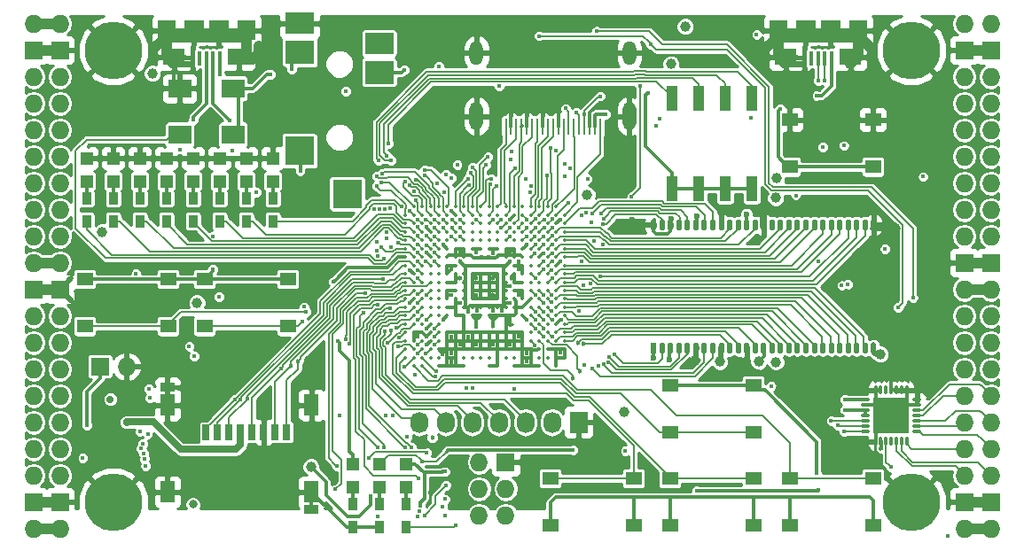
<source format=gtl>
G04 #@! TF.FileFunction,Copper,L1,Top,Signal*
%FSLAX46Y46*%
G04 Gerber Fmt 4.6, Leading zero omitted, Abs format (unit mm)*
G04 Created by KiCad (PCBNEW 4.0.7+dfsg1-1) date Mon Dec 25 00:55:42 2017*
%MOMM*%
%LPD*%
G01*
G04 APERTURE LIST*
%ADD10C,0.100000*%
%ADD11O,1.727200X1.727200*%
%ADD12R,1.727200X1.727200*%
%ADD13C,5.500000*%
%ADD14R,0.900000X1.200000*%
%ADD15R,2.100000X1.600000*%
%ADD16R,1.900000X1.900000*%
%ADD17R,0.400000X1.350000*%
%ADD18R,1.800000X1.900000*%
%ADD19O,0.850000X0.300000*%
%ADD20O,0.300000X0.850000*%
%ADD21R,1.675000X1.675000*%
%ADD22R,1.727200X2.032000*%
%ADD23O,1.727200X2.032000*%
%ADD24R,1.550000X1.300000*%
%ADD25R,1.120000X2.440000*%
%ADD26C,0.350000*%
%ADD27R,1.200000X1.200000*%
%ADD28R,2.800000X2.000000*%
%ADD29R,2.800000X2.200000*%
%ADD30R,2.800000X2.800000*%
%ADD31O,1.300000X2.700000*%
%ADD32O,1.300000X2.300000*%
%ADD33R,0.250000X1.600000*%
%ADD34O,0.560000X1.100000*%
%ADD35R,0.560000X1.100000*%
%ADD36R,0.700000X1.500000*%
%ADD37R,1.450000X0.900000*%
%ADD38R,1.450000X2.000000*%
%ADD39R,2.200000X1.800000*%
%ADD40C,0.400000*%
%ADD41C,1.000000*%
%ADD42C,0.600000*%
%ADD43C,0.454000*%
%ADD44C,0.800000*%
%ADD45C,0.700000*%
%ADD46C,0.300000*%
%ADD47C,0.500000*%
%ADD48C,1.000000*%
%ADD49C,0.600000*%
%ADD50C,0.190000*%
%ADD51C,0.200000*%
%ADD52C,0.700000*%
%ADD53C,0.127000*%
%ADD54C,0.254000*%
G04 APERTURE END LIST*
D10*
D11*
X97910000Y-62690000D03*
X95370000Y-62690000D03*
D12*
X97910000Y-65230000D03*
X95370000Y-65230000D03*
D11*
X97910000Y-67770000D03*
X95370000Y-67770000D03*
X97910000Y-70310000D03*
X95370000Y-70310000D03*
X97910000Y-72850000D03*
X95370000Y-72850000D03*
X97910000Y-75390000D03*
X95370000Y-75390000D03*
X97910000Y-77930000D03*
X95370000Y-77930000D03*
X97910000Y-80470000D03*
X95370000Y-80470000D03*
X97910000Y-83010000D03*
X95370000Y-83010000D03*
X97910000Y-85550000D03*
X95370000Y-85550000D03*
D12*
X97910000Y-88090000D03*
X95370000Y-88090000D03*
D11*
X97910000Y-90630000D03*
X95370000Y-90630000D03*
X97910000Y-93170000D03*
X95370000Y-93170000D03*
X97910000Y-95710000D03*
X95370000Y-95710000D03*
X97910000Y-98250000D03*
X95370000Y-98250000D03*
X97910000Y-100790000D03*
X95370000Y-100790000D03*
X97910000Y-103330000D03*
X95370000Y-103330000D03*
X97910000Y-105870000D03*
X95370000Y-105870000D03*
D12*
X97910000Y-108410000D03*
X95370000Y-108410000D03*
D11*
X97910000Y-110950000D03*
X95370000Y-110950000D03*
X184270000Y-110950000D03*
X186810000Y-110950000D03*
D12*
X184270000Y-108410000D03*
X186810000Y-108410000D03*
D11*
X184270000Y-105870000D03*
X186810000Y-105870000D03*
X184270000Y-103330000D03*
X186810000Y-103330000D03*
X184270000Y-100790000D03*
X186810000Y-100790000D03*
X184270000Y-98250000D03*
X186810000Y-98250000D03*
X184270000Y-95710000D03*
X186810000Y-95710000D03*
X184270000Y-93170000D03*
X186810000Y-93170000D03*
X184270000Y-90630000D03*
X186810000Y-90630000D03*
X184270000Y-88090000D03*
X186810000Y-88090000D03*
D12*
X184270000Y-85550000D03*
X186810000Y-85550000D03*
D11*
X184270000Y-83010000D03*
X186810000Y-83010000D03*
X184270000Y-80470000D03*
X186810000Y-80470000D03*
X184270000Y-77930000D03*
X186810000Y-77930000D03*
X184270000Y-75390000D03*
X186810000Y-75390000D03*
X184270000Y-72850000D03*
X186810000Y-72850000D03*
X184270000Y-70310000D03*
X186810000Y-70310000D03*
X184270000Y-67770000D03*
X186810000Y-67770000D03*
D12*
X184270000Y-65230000D03*
X186810000Y-65230000D03*
D11*
X184270000Y-62690000D03*
X186810000Y-62690000D03*
D13*
X102990000Y-108410000D03*
X179190000Y-108410000D03*
X179190000Y-65230000D03*
X102990000Y-65230000D03*
D12*
X101720000Y-95456000D03*
D11*
X104260000Y-95456000D03*
D14*
X128390000Y-108580000D03*
X128390000Y-110780000D03*
X130930000Y-110780000D03*
X130930000Y-108580000D03*
D15*
X114980000Y-65875000D03*
X108780000Y-65875000D03*
D16*
X113080000Y-63325000D03*
X110680000Y-63325000D03*
D17*
X113180000Y-66000000D03*
X112530000Y-66000000D03*
X111880000Y-66000000D03*
X111230000Y-66000000D03*
X110580000Y-66000000D03*
D18*
X115680000Y-63325000D03*
X108080000Y-63325000D03*
D15*
X173400000Y-65875000D03*
X167200000Y-65875000D03*
D16*
X171500000Y-63325000D03*
X169100000Y-63325000D03*
D17*
X171600000Y-66000000D03*
X170950000Y-66000000D03*
X170300000Y-66000000D03*
X169650000Y-66000000D03*
X169000000Y-66000000D03*
D18*
X174100000Y-63325000D03*
X166500000Y-63325000D03*
D12*
X140455000Y-104600000D03*
D11*
X137915000Y-104600000D03*
X140455000Y-107140000D03*
X137915000Y-107140000D03*
X140455000Y-109680000D03*
X137915000Y-109680000D03*
D14*
X118230000Y-81570000D03*
X118230000Y-79370000D03*
X115690000Y-81570000D03*
X115690000Y-79370000D03*
X113150000Y-81570000D03*
X113150000Y-79370000D03*
X110610000Y-81570000D03*
X110610000Y-79370000D03*
X108070000Y-81570000D03*
X108070000Y-79370000D03*
X105530000Y-81570000D03*
X105530000Y-79370000D03*
X102990000Y-81570000D03*
X102990000Y-79370000D03*
X100450000Y-81570000D03*
X100450000Y-79370000D03*
D19*
X179735000Y-101655000D03*
X179735000Y-101155000D03*
X179735000Y-100655000D03*
X179735000Y-100155000D03*
X179735000Y-99655000D03*
X179735000Y-99155000D03*
X179735000Y-98655000D03*
D20*
X178785000Y-97705000D03*
X178285000Y-97705000D03*
X177785000Y-97705000D03*
X177285000Y-97705000D03*
X176785000Y-97705000D03*
X176285000Y-97705000D03*
X175785000Y-97705000D03*
D19*
X174835000Y-98655000D03*
X174835000Y-99155000D03*
X174835000Y-99655000D03*
X174835000Y-100155000D03*
X174835000Y-100655000D03*
X174835000Y-101155000D03*
X174835000Y-101655000D03*
D20*
X175785000Y-102605000D03*
X176285000Y-102605000D03*
X176785000Y-102605000D03*
X177285000Y-102605000D03*
X177785000Y-102605000D03*
X178285000Y-102605000D03*
X178785000Y-102605000D03*
D21*
X176447500Y-99317500D03*
X176447500Y-100992500D03*
X178122500Y-99317500D03*
X178122500Y-100992500D03*
D22*
X147440000Y-100790000D03*
D23*
X144900000Y-100790000D03*
X142360000Y-100790000D03*
X139820000Y-100790000D03*
X137280000Y-100790000D03*
X134740000Y-100790000D03*
X132200000Y-100790000D03*
D24*
X175550000Y-71870000D03*
X175550000Y-76370000D03*
X167590000Y-76370000D03*
X167590000Y-71870000D03*
X100280000Y-91610000D03*
X100280000Y-87110000D03*
X108240000Y-87110000D03*
X108240000Y-91610000D03*
X111710000Y-91610000D03*
X111710000Y-87110000D03*
X119670000Y-87110000D03*
X119670000Y-91610000D03*
X156160000Y-101770000D03*
X156160000Y-97270000D03*
X164120000Y-97270000D03*
X164120000Y-101770000D03*
X164120000Y-106160000D03*
X164120000Y-110660000D03*
X156160000Y-110660000D03*
X156160000Y-106160000D03*
X152690000Y-106160000D03*
X152690000Y-110660000D03*
X144730000Y-110660000D03*
X144730000Y-106160000D03*
X175550000Y-106160000D03*
X175550000Y-110660000D03*
X167590000Y-110660000D03*
X167590000Y-106160000D03*
D25*
X156330000Y-78425000D03*
X163950000Y-69815000D03*
X158870000Y-78425000D03*
X161410000Y-69815000D03*
X161410000Y-78425000D03*
X158870000Y-69815000D03*
X163950000Y-78425000D03*
X156330000Y-69815000D03*
D26*
X131680000Y-80200000D03*
X132480000Y-80200000D03*
X133280000Y-80200000D03*
X134080000Y-80200000D03*
X134880000Y-80200000D03*
X135680000Y-80200000D03*
X136480000Y-80200000D03*
X137280000Y-80200000D03*
X138080000Y-80200000D03*
X138880000Y-80200000D03*
X139680000Y-80200000D03*
X140480000Y-80200000D03*
X141280000Y-80200000D03*
X142080000Y-80200000D03*
X142880000Y-80200000D03*
X143680000Y-80200000D03*
X144480000Y-80200000D03*
X145280000Y-80200000D03*
X130880000Y-81000000D03*
X131680000Y-81000000D03*
X132480000Y-81000000D03*
X133280000Y-81000000D03*
X134080000Y-81000000D03*
X134880000Y-81000000D03*
X135680000Y-81000000D03*
X136480000Y-81000000D03*
X137280000Y-81000000D03*
X138080000Y-81000000D03*
X138880000Y-81000000D03*
X139680000Y-81000000D03*
X140480000Y-81000000D03*
X141280000Y-81000000D03*
X142080000Y-81000000D03*
X142880000Y-81000000D03*
X143680000Y-81000000D03*
X144480000Y-81000000D03*
X145280000Y-81000000D03*
X146080000Y-81000000D03*
X130880000Y-81800000D03*
X131680000Y-81800000D03*
X132480000Y-81800000D03*
X133280000Y-81800000D03*
X134080000Y-81800000D03*
X134880000Y-81800000D03*
X135680000Y-81800000D03*
X136480000Y-81800000D03*
X137280000Y-81800000D03*
X138080000Y-81800000D03*
X138880000Y-81800000D03*
X139680000Y-81800000D03*
X140480000Y-81800000D03*
X141280000Y-81800000D03*
X142080000Y-81800000D03*
X142880000Y-81800000D03*
X143680000Y-81800000D03*
X144480000Y-81800000D03*
X145280000Y-81800000D03*
X146080000Y-81800000D03*
X130880000Y-82600000D03*
X131680000Y-82600000D03*
X132480000Y-82600000D03*
X133280000Y-82600000D03*
X134080000Y-82600000D03*
X134880000Y-82600000D03*
X135680000Y-82600000D03*
X136480000Y-82600000D03*
X137280000Y-82600000D03*
X138080000Y-82600000D03*
X138880000Y-82600000D03*
X139680000Y-82600000D03*
X140480000Y-82600000D03*
X141280000Y-82600000D03*
X142080000Y-82600000D03*
X142880000Y-82600000D03*
X143680000Y-82600000D03*
X144480000Y-82600000D03*
X145280000Y-82600000D03*
X146080000Y-82600000D03*
X130880000Y-83400000D03*
X131680000Y-83400000D03*
X132480000Y-83400000D03*
X133280000Y-83400000D03*
X134080000Y-83400000D03*
X134880000Y-83400000D03*
X135680000Y-83400000D03*
X136480000Y-83400000D03*
X137280000Y-83400000D03*
X138080000Y-83400000D03*
X138880000Y-83400000D03*
X139680000Y-83400000D03*
X140480000Y-83400000D03*
X141280000Y-83400000D03*
X142080000Y-83400000D03*
X142880000Y-83400000D03*
X143680000Y-83400000D03*
X144480000Y-83400000D03*
X145280000Y-83400000D03*
X146080000Y-83400000D03*
X130880000Y-84200000D03*
X131680000Y-84200000D03*
X132480000Y-84200000D03*
X133280000Y-84200000D03*
X134080000Y-84200000D03*
X134880000Y-84200000D03*
X135680000Y-84200000D03*
X136480000Y-84200000D03*
X137280000Y-84200000D03*
X138080000Y-84200000D03*
X138880000Y-84200000D03*
X139680000Y-84200000D03*
X140480000Y-84200000D03*
X141280000Y-84200000D03*
X142080000Y-84200000D03*
X142880000Y-84200000D03*
X143680000Y-84200000D03*
X144480000Y-84200000D03*
X145280000Y-84200000D03*
X146080000Y-84200000D03*
X130880000Y-85000000D03*
X131680000Y-85000000D03*
X132480000Y-85000000D03*
X133280000Y-85000000D03*
X134080000Y-85000000D03*
X134880000Y-85000000D03*
X135680000Y-85000000D03*
X136480000Y-85000000D03*
X137280000Y-85000000D03*
X138080000Y-85000000D03*
X138880000Y-85000000D03*
X139680000Y-85000000D03*
X140480000Y-85000000D03*
X141280000Y-85000000D03*
X142080000Y-85000000D03*
X142880000Y-85000000D03*
X143680000Y-85000000D03*
X144480000Y-85000000D03*
X145280000Y-85000000D03*
X146080000Y-85000000D03*
X130880000Y-85800000D03*
X131680000Y-85800000D03*
X132480000Y-85800000D03*
X133280000Y-85800000D03*
X134080000Y-85800000D03*
X134880000Y-85800000D03*
X135680000Y-85800000D03*
X136480000Y-85800000D03*
X137280000Y-85800000D03*
X138080000Y-85800000D03*
X138880000Y-85800000D03*
X139680000Y-85800000D03*
X140480000Y-85800000D03*
X141280000Y-85800000D03*
X142080000Y-85800000D03*
X142880000Y-85800000D03*
X143680000Y-85800000D03*
X144480000Y-85800000D03*
X145280000Y-85800000D03*
X146080000Y-85800000D03*
X130880000Y-86600000D03*
X131680000Y-86600000D03*
X132480000Y-86600000D03*
X133280000Y-86600000D03*
X134080000Y-86600000D03*
X134880000Y-86600000D03*
X135680000Y-86600000D03*
X136480000Y-86600000D03*
X137280000Y-86600000D03*
X138080000Y-86600000D03*
X138880000Y-86600000D03*
X139680000Y-86600000D03*
X140480000Y-86600000D03*
X141280000Y-86600000D03*
X142080000Y-86600000D03*
X142880000Y-86600000D03*
X143680000Y-86600000D03*
X144480000Y-86600000D03*
X145280000Y-86600000D03*
X146080000Y-86600000D03*
X130880000Y-87400000D03*
X131680000Y-87400000D03*
X132480000Y-87400000D03*
X133280000Y-87400000D03*
X134080000Y-87400000D03*
X134880000Y-87400000D03*
X135680000Y-87400000D03*
X136480000Y-87400000D03*
X137280000Y-87400000D03*
X138080000Y-87400000D03*
X138880000Y-87400000D03*
X139680000Y-87400000D03*
X140480000Y-87400000D03*
X141280000Y-87400000D03*
X142080000Y-87400000D03*
X142880000Y-87400000D03*
X143680000Y-87400000D03*
X144480000Y-87400000D03*
X145280000Y-87400000D03*
X146080000Y-87400000D03*
X130880000Y-88200000D03*
X131680000Y-88200000D03*
X132480000Y-88200000D03*
X133280000Y-88200000D03*
X134080000Y-88200000D03*
X134880000Y-88200000D03*
X135680000Y-88200000D03*
X136480000Y-88200000D03*
X137280000Y-88200000D03*
X138080000Y-88200000D03*
X138880000Y-88200000D03*
X139680000Y-88200000D03*
X140480000Y-88200000D03*
X141280000Y-88200000D03*
X142080000Y-88200000D03*
X142880000Y-88200000D03*
X143680000Y-88200000D03*
X144480000Y-88200000D03*
X145280000Y-88200000D03*
X146080000Y-88200000D03*
X130880000Y-89000000D03*
X131680000Y-89000000D03*
X132480000Y-89000000D03*
X133280000Y-89000000D03*
X134080000Y-89000000D03*
X134880000Y-89000000D03*
X135680000Y-89000000D03*
X136480000Y-89000000D03*
X137280000Y-89000000D03*
X138080000Y-89000000D03*
X138880000Y-89000000D03*
X139680000Y-89000000D03*
X140480000Y-89000000D03*
X141280000Y-89000000D03*
X142080000Y-89000000D03*
X142880000Y-89000000D03*
X143680000Y-89000000D03*
X144480000Y-89000000D03*
X145280000Y-89000000D03*
X146080000Y-89000000D03*
X130880000Y-89800000D03*
X131680000Y-89800000D03*
X132480000Y-89800000D03*
X133280000Y-89800000D03*
X134080000Y-89800000D03*
X134880000Y-89800000D03*
X135680000Y-89800000D03*
X136480000Y-89800000D03*
X137280000Y-89800000D03*
X138080000Y-89800000D03*
X138880000Y-89800000D03*
X139680000Y-89800000D03*
X140480000Y-89800000D03*
X141280000Y-89800000D03*
X142080000Y-89800000D03*
X142880000Y-89800000D03*
X143680000Y-89800000D03*
X144480000Y-89800000D03*
X145280000Y-89800000D03*
X146080000Y-89800000D03*
X130880000Y-90600000D03*
X131680000Y-90600000D03*
X132480000Y-90600000D03*
X133280000Y-90600000D03*
X134080000Y-90600000D03*
X134880000Y-90600000D03*
X135680000Y-90600000D03*
X136480000Y-90600000D03*
X137280000Y-90600000D03*
X138080000Y-90600000D03*
X138880000Y-90600000D03*
X139680000Y-90600000D03*
X140480000Y-90600000D03*
X141280000Y-90600000D03*
X142080000Y-90600000D03*
X142880000Y-90600000D03*
X143680000Y-90600000D03*
X144480000Y-90600000D03*
X145280000Y-90600000D03*
X146080000Y-90600000D03*
X130880000Y-91400000D03*
X131680000Y-91400000D03*
X132480000Y-91400000D03*
X133280000Y-91400000D03*
X134080000Y-91400000D03*
X142880000Y-91400000D03*
X143680000Y-91400000D03*
X144480000Y-91400000D03*
X145280000Y-91400000D03*
X146080000Y-91400000D03*
X130880000Y-92200000D03*
X131680000Y-92200000D03*
X132480000Y-92200000D03*
X133280000Y-92200000D03*
X134080000Y-92200000D03*
X134880000Y-92200000D03*
X135680000Y-92200000D03*
X136480000Y-92200000D03*
X137280000Y-92200000D03*
X138080000Y-92200000D03*
X138880000Y-92200000D03*
X139680000Y-92200000D03*
X140480000Y-92200000D03*
X141280000Y-92200000D03*
X142080000Y-92200000D03*
X142880000Y-92200000D03*
X143680000Y-92200000D03*
X144480000Y-92200000D03*
X145280000Y-92200000D03*
X146080000Y-92200000D03*
X130880000Y-93000000D03*
X131680000Y-93000000D03*
X132480000Y-93000000D03*
X133280000Y-93000000D03*
X134080000Y-93000000D03*
X134880000Y-93000000D03*
X135680000Y-93000000D03*
X136480000Y-93000000D03*
X137280000Y-93000000D03*
X138080000Y-93000000D03*
X138880000Y-93000000D03*
X139680000Y-93000000D03*
X140480000Y-93000000D03*
X141280000Y-93000000D03*
X142080000Y-93000000D03*
X142880000Y-93000000D03*
X143680000Y-93000000D03*
X144480000Y-93000000D03*
X145280000Y-93000000D03*
X146080000Y-93000000D03*
X130880000Y-93800000D03*
X131680000Y-93800000D03*
X132480000Y-93800000D03*
X133280000Y-93800000D03*
X134080000Y-93800000D03*
X134880000Y-93800000D03*
X135680000Y-93800000D03*
X136480000Y-93800000D03*
X137280000Y-93800000D03*
X138080000Y-93800000D03*
X138880000Y-93800000D03*
X139680000Y-93800000D03*
X140480000Y-93800000D03*
X141280000Y-93800000D03*
X142080000Y-93800000D03*
X142880000Y-93800000D03*
X143680000Y-93800000D03*
X144480000Y-93800000D03*
X145280000Y-93800000D03*
X146080000Y-93800000D03*
X130880000Y-94600000D03*
X131680000Y-94600000D03*
X132480000Y-94600000D03*
X133280000Y-94600000D03*
X134080000Y-94600000D03*
X134880000Y-94600000D03*
X135680000Y-94600000D03*
X136480000Y-94600000D03*
X137280000Y-94600000D03*
X138080000Y-94600000D03*
X138880000Y-94600000D03*
X139680000Y-94600000D03*
X140480000Y-94600000D03*
X141280000Y-94600000D03*
X142080000Y-94600000D03*
X142880000Y-94600000D03*
X143680000Y-94600000D03*
X144480000Y-94600000D03*
X145280000Y-94600000D03*
X146080000Y-94600000D03*
X131680000Y-95400000D03*
X132480000Y-95400000D03*
X134080000Y-95400000D03*
X134880000Y-95400000D03*
X135680000Y-95400000D03*
X136480000Y-95400000D03*
X138880000Y-95400000D03*
X139680000Y-95400000D03*
X141280000Y-95400000D03*
X142080000Y-95400000D03*
X142880000Y-95400000D03*
X143680000Y-95400000D03*
X145280000Y-95400000D03*
D27*
X125850000Y-104770000D03*
X125850000Y-106970000D03*
D14*
X125850000Y-108580000D03*
X125850000Y-110780000D03*
D27*
X128390000Y-104770000D03*
X128390000Y-106970000D03*
X118230000Y-77760000D03*
X118230000Y-75560000D03*
X115690000Y-77760000D03*
X115690000Y-75560000D03*
X113150000Y-77760000D03*
X113150000Y-75560000D03*
X110610000Y-77760000D03*
X110610000Y-75560000D03*
X108070000Y-77760000D03*
X108070000Y-75560000D03*
X105530000Y-77760000D03*
X105530000Y-75560000D03*
X102990000Y-77760000D03*
X102990000Y-75560000D03*
X100450000Y-77760000D03*
X100450000Y-75560000D03*
X130930000Y-104770000D03*
X130930000Y-106970000D03*
D28*
X120780000Y-62648000D03*
D29*
X120780000Y-65448000D03*
D30*
X120780000Y-74848000D03*
X125330000Y-78948000D03*
D29*
X128380000Y-67348000D03*
D28*
X128380000Y-64548000D03*
D31*
X152280000Y-71550000D03*
X137680000Y-71550000D03*
D32*
X137680000Y-65500000D03*
D33*
X140480000Y-72500000D03*
X140980000Y-72500000D03*
X141480000Y-72500000D03*
X141980000Y-72500000D03*
X142480000Y-72500000D03*
X142980000Y-72500000D03*
X143480000Y-72500000D03*
X143980000Y-72500000D03*
X144480000Y-72500000D03*
X144980000Y-72500000D03*
X145480000Y-72500000D03*
X145980000Y-72500000D03*
X146480000Y-72500000D03*
X146980000Y-72500000D03*
X147480000Y-72500000D03*
X147980000Y-72500000D03*
X148480000Y-72500000D03*
X148980000Y-72500000D03*
X149480000Y-72500000D03*
D32*
X152280000Y-65500000D03*
D34*
X175597000Y-81920000D03*
D35*
X154589000Y-93680000D03*
D34*
X155397000Y-93680000D03*
X156205000Y-93680000D03*
X157013000Y-93680000D03*
X157821000Y-93680000D03*
X158629000Y-93680000D03*
X159437000Y-93680000D03*
X160245000Y-93680000D03*
X161053000Y-93680000D03*
X161861000Y-93680000D03*
X162669000Y-93680000D03*
X163477000Y-93680000D03*
X164285000Y-93680000D03*
X165093000Y-93680000D03*
X165901000Y-93680000D03*
X166709000Y-93680000D03*
X167517000Y-93680000D03*
X168325000Y-93680000D03*
X169133000Y-93680000D03*
X169941000Y-93680000D03*
X170749000Y-93680000D03*
X171557000Y-93680000D03*
X172365000Y-93680000D03*
X173173000Y-93680000D03*
X173981000Y-93680000D03*
X174789000Y-93680000D03*
X175597000Y-93680000D03*
X174789000Y-81920000D03*
X173981000Y-81920000D03*
X173173000Y-81920000D03*
X172365000Y-81920000D03*
X171557000Y-81920000D03*
X170749000Y-81920000D03*
X169941000Y-81920000D03*
X169133000Y-81920000D03*
X168325000Y-81920000D03*
X167517000Y-81920000D03*
X166709000Y-81920000D03*
X165901000Y-81920000D03*
X165093000Y-81920000D03*
X164285000Y-81920000D03*
X163477000Y-81920000D03*
X162669000Y-81920000D03*
X161861000Y-81920000D03*
X161053000Y-81920000D03*
X160245000Y-81920000D03*
X159437000Y-81920000D03*
X158629000Y-81920000D03*
X157821000Y-81920000D03*
X157013000Y-81920000D03*
X156205000Y-81920000D03*
X155397000Y-81920000D03*
X154589000Y-81920000D03*
D36*
X111850000Y-101750000D03*
X112950000Y-101750000D03*
X114050000Y-101750000D03*
X115150000Y-101750000D03*
X116250000Y-101750000D03*
X117350000Y-101750000D03*
X118450000Y-101750000D03*
X119550000Y-101750000D03*
D37*
X108175000Y-97450000D03*
X121925000Y-109150000D03*
D38*
X121925000Y-99150000D03*
X108175000Y-99150000D03*
X108175000Y-107450000D03*
X121925000Y-107450000D03*
D39*
X114420000Y-68872000D03*
X109340000Y-68872000D03*
X109340000Y-73272000D03*
X114420000Y-73272000D03*
D40*
X144103496Y-84660400D03*
D41*
X177658444Y-82281349D03*
D40*
X145680000Y-81405125D03*
X145691238Y-94166752D03*
X145759873Y-91010176D03*
D42*
X152525938Y-81463870D03*
D41*
X162956098Y-95078488D03*
X158539988Y-94868772D03*
D42*
X161075765Y-80992022D03*
X164882869Y-80938986D03*
X156262773Y-81349374D03*
X123437000Y-108972000D03*
D40*
X132871770Y-84533979D03*
X132862998Y-82124544D03*
X131278306Y-86213101D03*
X135281276Y-80583119D03*
X131279502Y-89407325D03*
X170309539Y-85441529D03*
X145672808Y-85396062D03*
X133216000Y-107465000D03*
X137680000Y-88600000D03*
X142480000Y-95000000D03*
X141680000Y-92600000D03*
X140836000Y-84534000D03*
X135284627Y-94985297D03*
X135288625Y-94225619D03*
X134455822Y-94267172D03*
X136095958Y-93369652D03*
D43*
X139264636Y-91615205D03*
D41*
X116880503Y-64802940D03*
X106974809Y-64953974D03*
X175210328Y-64948943D03*
X165417246Y-64954666D03*
D40*
X175495631Y-71457432D03*
X177285000Y-95710000D03*
X140880000Y-81400000D03*
X136085174Y-89394826D03*
X140874194Y-91433353D03*
X142480000Y-94200000D03*
X140880000Y-93400000D03*
X139280000Y-93400000D03*
X137680000Y-93400000D03*
X136880000Y-92600000D03*
X135280000Y-92600000D03*
X132880000Y-91800000D03*
X132880000Y-93400000D03*
D43*
X141042859Y-86994997D03*
X139280000Y-87000000D03*
X136110990Y-86995403D03*
X137680000Y-87000000D03*
X136080000Y-84600000D03*
X139280000Y-88600000D03*
D41*
X106720415Y-67436305D03*
X166284693Y-95025145D03*
X166248957Y-79348409D03*
X166343357Y-77477990D03*
D40*
X172564535Y-87722010D03*
D41*
X121861867Y-105030174D03*
D40*
X150030853Y-71331848D03*
D41*
X156235582Y-66548363D03*
X101932065Y-82585048D03*
D40*
X127586603Y-107875044D03*
D41*
X157600000Y-62944000D03*
D40*
X165803369Y-97344883D03*
D41*
X148237462Y-79019093D03*
D40*
X148271935Y-77558071D03*
X117976000Y-67516000D03*
D41*
X160905403Y-95006436D03*
D42*
X158731133Y-81048929D03*
X154593901Y-94607945D03*
X156088245Y-94762980D03*
D41*
X164625730Y-94982471D03*
D42*
X163462982Y-80942429D03*
D41*
X176254940Y-94288458D03*
D44*
X110593913Y-108636458D03*
D40*
X180340784Y-77316932D03*
X173137949Y-87594275D03*
D45*
X102710050Y-98594954D03*
D40*
X154794000Y-72426000D03*
X129005202Y-100174798D03*
X137659051Y-91638034D03*
X139820000Y-68665673D03*
X172834633Y-99599920D03*
X172879922Y-98618650D03*
X176305593Y-103279812D03*
X164433885Y-63737451D03*
X134079160Y-66786153D03*
X116654336Y-78777990D03*
X112515000Y-83010000D03*
X100080000Y-104200000D03*
X113080000Y-88800000D03*
X135273306Y-88618602D03*
X139272517Y-84611349D03*
X137680556Y-84534085D03*
X141680000Y-86200000D03*
X135280000Y-86200000D03*
X132880000Y-92600000D03*
X132080000Y-92600000D03*
X141680000Y-88600000D03*
X141680000Y-85400000D03*
X121401947Y-90251871D03*
X129988160Y-91721995D03*
X130302262Y-92700329D03*
X121041200Y-91125073D03*
D41*
X110991000Y-89360000D03*
D40*
X142480000Y-91000000D03*
X142480000Y-83800000D03*
X134480000Y-83800000D03*
X134480000Y-91000000D03*
X105160274Y-86610828D03*
X125193541Y-69156848D03*
X155149360Y-71764535D03*
X170182962Y-69571012D03*
X170362901Y-107286196D03*
X158716651Y-107325176D03*
X128216338Y-109760338D03*
X132708000Y-109680000D03*
X137295592Y-97538017D03*
X134750646Y-106810513D03*
X133680000Y-91800000D03*
X136740903Y-97514503D03*
X134675868Y-108131585D03*
D43*
X133449289Y-102232615D03*
D40*
X133680000Y-92600000D03*
X132936956Y-103711000D03*
X127385678Y-104203668D03*
X133685482Y-93402296D03*
X134463998Y-108841973D03*
X131039072Y-102187000D03*
X131808905Y-96227367D03*
X134636872Y-109719950D03*
X132846234Y-94197073D03*
X176700000Y-84220000D03*
X143260000Y-84620000D03*
X120834553Y-76779094D03*
X130761990Y-67119621D03*
X147186000Y-71200000D03*
X147983153Y-71347080D03*
X149475951Y-69619684D03*
X153297112Y-68608292D03*
X177926984Y-89812061D03*
X154329326Y-64643767D03*
X152497066Y-79193467D03*
X146481406Y-79819384D03*
X143650666Y-63862520D03*
X179351513Y-88868327D03*
X149134122Y-63424051D03*
X140035989Y-81400000D03*
X115759823Y-98502036D03*
X132083026Y-86260405D03*
X128776655Y-87135140D03*
X119008515Y-95662939D03*
D43*
X119978162Y-95412951D03*
X120634035Y-94977604D03*
D40*
X113157250Y-67567056D03*
X146180000Y-70800000D03*
X131453853Y-103208291D03*
X149771692Y-81825658D03*
X144080000Y-86200000D03*
X149533922Y-86870784D03*
X144894316Y-86977564D03*
X144896700Y-83835368D03*
X149549750Y-80868432D03*
D43*
X147343891Y-93217126D03*
D40*
X144113248Y-92588762D03*
X144875155Y-86292748D03*
X149846468Y-81303978D03*
X148696112Y-80861847D03*
X144916886Y-82991356D03*
D43*
X147915304Y-93322307D03*
D40*
X144882352Y-92577990D03*
X144902941Y-90956495D03*
X148747982Y-95669626D03*
X144867244Y-90112484D03*
X149795895Y-95251084D03*
X144855814Y-89268481D03*
X150278898Y-95040253D03*
X150345974Y-94517527D03*
X144877648Y-88622010D03*
X150889207Y-94332565D03*
X143280000Y-87000000D03*
X130807074Y-95454141D03*
X130171404Y-93544341D03*
X132080000Y-93400000D03*
X129196652Y-93209125D03*
X133852393Y-95875797D03*
X141280000Y-97600000D03*
X133762848Y-96395146D03*
X132080000Y-94200000D03*
X128610772Y-84072485D03*
X105895603Y-103765816D03*
X130839486Y-103208291D03*
X132075624Y-89410644D03*
X129449238Y-89926948D03*
X128806823Y-103185900D03*
X128251440Y-89564206D03*
X132162861Y-106185868D03*
X132880000Y-88600000D03*
X124329568Y-104994951D03*
X127040053Y-88481065D03*
X132080000Y-87000000D03*
X125499542Y-93250681D03*
X124202418Y-107207639D03*
X109323798Y-74706222D03*
X132024412Y-109766775D03*
X114371508Y-74859518D03*
X132219727Y-109277292D03*
X135315381Y-81391918D03*
X135280062Y-77463305D03*
X134471370Y-81406751D03*
X134758050Y-77130140D03*
X132761172Y-77202673D03*
X132737245Y-76676207D03*
X128644933Y-77050030D03*
X128152012Y-77257840D03*
X128125571Y-78233647D03*
X110718734Y-94451783D03*
X128590544Y-77894041D03*
X110249038Y-93533767D03*
X106368514Y-97598098D03*
X131253134Y-78134216D03*
X106477197Y-98487772D03*
X132783339Y-81400004D03*
X131709326Y-78745875D03*
X132079024Y-82984045D03*
X129109095Y-82655074D03*
X105572759Y-101661319D03*
X106276126Y-101893466D03*
X132880889Y-83897835D03*
X129054383Y-83179239D03*
X129487667Y-84079929D03*
X132083682Y-83828056D03*
X105813763Y-102819336D03*
X132062099Y-84533979D03*
X128165458Y-83528763D03*
X105627254Y-103312241D03*
X128183315Y-84380742D03*
X105992720Y-104283802D03*
X133671942Y-84595200D03*
X132834641Y-85377990D03*
X128203260Y-84907376D03*
X106088753Y-104974041D03*
D43*
X146862501Y-96617499D03*
X147534467Y-95913260D03*
D40*
X147927932Y-95329243D03*
X143280000Y-91000000D03*
X149284391Y-95377990D03*
X144077013Y-90266968D03*
X147430953Y-90112484D03*
X144076240Y-89395301D03*
X143281824Y-90201951D03*
X144102010Y-85397219D03*
X144889349Y-85448737D03*
X147687390Y-85374093D03*
X148610661Y-81705858D03*
X144102010Y-83000000D03*
X144888125Y-82147345D03*
X147910791Y-87683418D03*
X144082832Y-88584510D03*
X148540663Y-87547222D03*
X143278026Y-88595030D03*
X148175253Y-80781550D03*
X144125486Y-82186468D03*
X147688311Y-80983115D03*
X144880008Y-81303333D03*
X139280000Y-81400000D03*
X139578623Y-78205862D03*
X139034115Y-78040948D03*
X139046749Y-77514088D03*
X138580000Y-76200000D03*
X138779198Y-75400762D03*
X137680000Y-81400000D03*
X137308732Y-76415018D03*
X137106948Y-76979922D03*
X136859538Y-77550820D03*
X136922059Y-78097889D03*
X136096392Y-81395070D03*
X135830698Y-76200613D03*
X149732494Y-83807694D03*
X144912409Y-84635817D03*
X148921512Y-83442010D03*
X144103186Y-83777990D03*
X142841210Y-78784254D03*
X142473549Y-82998913D03*
X142864275Y-78217369D03*
X142437464Y-82181475D03*
X146089079Y-77300571D03*
X144144931Y-81387081D03*
X144394875Y-77219934D03*
X146577729Y-76500816D03*
X143281475Y-82206074D03*
X146130802Y-76060132D03*
X143300920Y-81377293D03*
X145255695Y-74817220D03*
X141662690Y-82207782D03*
X142456909Y-81405800D03*
X140030954Y-82200000D03*
X141342967Y-76554996D03*
X141046643Y-74873804D03*
X140864029Y-83041403D03*
X140874966Y-82177164D03*
X140980062Y-75681941D03*
X115149319Y-98625494D03*
X132872609Y-82968555D03*
X132080007Y-82103333D03*
X132080000Y-81400000D03*
X131847310Y-79589886D03*
X130856828Y-77786820D03*
X131923295Y-77584853D03*
X133648389Y-82190597D03*
X133627359Y-81414685D03*
X129477855Y-92000822D03*
X132880000Y-91000000D03*
X128879646Y-92111037D03*
X132077648Y-90977990D03*
X131275302Y-80595752D03*
X130489904Y-80167235D03*
X128823114Y-85153560D03*
X132072985Y-85377990D03*
X134476508Y-82180155D03*
X133942383Y-77980766D03*
X163908850Y-71651861D03*
X135656559Y-110610712D03*
X132468001Y-104503413D03*
X146844288Y-103452739D03*
D45*
X104260000Y-100790000D03*
D40*
X114604320Y-98573680D03*
X112515000Y-86185000D03*
X165170594Y-97666317D03*
X170157734Y-105666345D03*
X169506589Y-107953726D03*
X170735900Y-74464979D03*
X143257990Y-83000000D03*
X168166438Y-79108038D03*
X151896383Y-103510715D03*
X114075797Y-71903914D03*
X110632496Y-71877629D03*
X143269694Y-93414905D03*
X177274002Y-105079115D03*
X172761273Y-101651681D03*
X143280000Y-91800000D03*
X172193360Y-101105663D03*
X144064831Y-91877646D03*
X144080000Y-90956495D03*
X171540304Y-100645743D03*
X135320520Y-82196441D03*
X129493343Y-75737814D03*
X136080000Y-82200000D03*
X129125079Y-75315804D03*
X136080000Y-83000000D03*
X129252218Y-74142461D03*
X142377451Y-77497451D03*
X172746637Y-74347988D03*
X143280000Y-83800000D03*
X170300000Y-68151000D03*
X170950000Y-68125562D03*
X125167387Y-92841517D03*
X121206217Y-89762554D03*
X132082956Y-90210779D03*
X182675150Y-111637626D03*
X124027706Y-87347706D03*
X124027707Y-87347707D03*
X166678914Y-70803555D03*
X129660000Y-100155000D03*
X124580000Y-100155000D03*
X132084049Y-88558274D03*
X126880008Y-90276109D03*
X128280000Y-103200000D03*
X120008000Y-67008000D03*
X127889625Y-80407426D03*
X133680000Y-85400000D03*
X130204628Y-83599483D03*
X128416582Y-80399850D03*
X133680000Y-83800000D03*
X128943593Y-80399729D03*
X133680000Y-83000000D03*
X129457990Y-80285112D03*
X144780000Y-74590382D03*
X124453000Y-93043000D03*
X137689001Y-90122990D03*
D41*
X151758000Y-99774000D03*
D40*
X136885174Y-90194826D03*
X140094890Y-90122990D03*
X139280000Y-90122990D03*
X140880000Y-89400000D03*
X140880000Y-87800000D03*
X140880000Y-85400000D03*
D43*
X136080000Y-85400000D03*
D40*
X128333179Y-75769807D03*
X134613000Y-78819000D03*
X135280000Y-83022010D03*
X154052298Y-69302298D03*
X100450000Y-101044000D03*
X132285867Y-108754446D03*
X134707351Y-105508447D03*
D46*
X108780000Y-65875000D02*
X108780000Y-68312000D01*
X108780000Y-68312000D02*
X109340000Y-68872000D01*
X144019600Y-84660400D02*
X144103496Y-84660400D01*
X143680000Y-85000000D02*
X144019600Y-84660400D01*
X177252609Y-82281349D02*
X177658444Y-82281349D01*
X177241260Y-82270000D02*
X177252609Y-82281349D01*
X145280000Y-81800000D02*
X145674875Y-81405125D01*
X145674875Y-81405125D02*
X145680000Y-81405125D01*
X145691238Y-93811238D02*
X145691238Y-93883910D01*
X145680000Y-93800000D02*
X145691238Y-93811238D01*
X145691238Y-93883910D02*
X145691238Y-94166752D01*
X145280000Y-91400000D02*
X145669824Y-91010176D01*
X145669824Y-91010176D02*
X145759873Y-91010176D01*
X121925000Y-107450000D02*
X121925000Y-109150000D01*
X154589000Y-81920000D02*
X154589000Y-82564717D01*
X154589000Y-82564717D02*
X154829344Y-82805061D01*
X154829344Y-82805061D02*
X155940980Y-82805061D01*
X155940980Y-82805061D02*
X156205000Y-82541041D01*
X156205000Y-82541041D02*
X156205000Y-81920000D01*
X152825937Y-81763869D02*
X152525938Y-81463870D01*
X152982068Y-81920000D02*
X152825937Y-81763869D01*
X154589000Y-81920000D02*
X152982068Y-81920000D01*
X163456097Y-94578489D02*
X162956098Y-95078488D01*
X163480000Y-94554586D02*
X163456097Y-94578489D01*
X163480000Y-93330000D02*
X163480000Y-94554586D01*
X158539988Y-93470012D02*
X158539988Y-94161666D01*
X158680000Y-93330000D02*
X158539988Y-93470012D01*
X158539988Y-94161666D02*
X158539988Y-94868772D01*
X161075765Y-81416286D02*
X161075765Y-80992022D01*
X161075765Y-82265765D02*
X161075765Y-81416286D01*
X161080000Y-82270000D02*
X161075765Y-82265765D01*
X164882869Y-82072869D02*
X164882869Y-81363250D01*
X165080000Y-82270000D02*
X164882869Y-82072869D01*
X164882869Y-81363250D02*
X164882869Y-80938986D01*
X156280000Y-82270000D02*
X156280000Y-81366601D01*
X156280000Y-81366601D02*
X156262773Y-81349374D01*
X154680000Y-81486121D02*
X154657528Y-81463649D01*
D47*
X175480000Y-82270000D02*
X177241260Y-82270000D01*
D46*
X148480000Y-71200000D02*
X149230000Y-70450000D01*
X148480000Y-72500000D02*
X148480000Y-71200000D01*
X145480000Y-72500000D02*
X145480000Y-71200000D01*
X143980000Y-72500000D02*
X143980000Y-71200000D01*
X142480000Y-72500000D02*
X142480000Y-71450000D01*
X142480000Y-71200000D02*
X142480000Y-71450000D01*
X140980000Y-72500000D02*
X140980000Y-71200000D01*
X134455822Y-94267172D02*
X134455822Y-94224178D01*
X134455822Y-94224178D02*
X134880000Y-93800000D01*
X123437000Y-108972000D02*
X125245000Y-110780000D01*
X125245000Y-110780000D02*
X125850000Y-110780000D01*
X125850000Y-110780000D02*
X125889531Y-110819531D01*
X125889531Y-110819531D02*
X126234488Y-110819531D01*
X126234488Y-110819531D02*
X126274019Y-110780000D01*
X126274019Y-110780000D02*
X127640000Y-110780000D01*
X127640000Y-110780000D02*
X128390000Y-110780000D01*
X121930000Y-107465000D02*
X123437000Y-108972000D01*
D48*
X184270000Y-65230000D02*
X186810000Y-65230000D01*
X184270000Y-85550000D02*
X186810000Y-85550000D01*
X184270000Y-108410000D02*
X186810000Y-108410000D01*
X95370000Y-108410000D02*
X97910000Y-108410000D01*
D47*
X97910000Y-88090000D02*
X98956608Y-87043392D01*
D46*
X98956608Y-87043392D02*
X98974574Y-87043392D01*
D47*
X97910000Y-88090000D02*
X99013590Y-89193590D01*
D46*
X99013590Y-89193590D02*
X99060056Y-89193590D01*
D48*
X95370000Y-88090000D02*
X97910000Y-88090000D01*
X95370000Y-65230000D02*
X97910000Y-65230000D01*
D46*
X139264636Y-90984636D02*
X139295364Y-90984636D01*
X139295364Y-90984636D02*
X139680000Y-90600000D01*
X132871770Y-84591770D02*
X132871770Y-84533979D01*
X133280000Y-85000000D02*
X132871770Y-84591770D01*
X133280000Y-82600000D02*
X132862998Y-82182998D01*
X132862998Y-82182998D02*
X132862998Y-82124544D01*
X131293101Y-86213101D02*
X131278306Y-86213101D01*
X131680000Y-86600000D02*
X131293101Y-86213101D01*
X140480000Y-90600000D02*
X140480000Y-92200000D01*
X135281276Y-80601276D02*
X135281276Y-80583119D01*
X135680000Y-81000000D02*
X135281276Y-80601276D01*
X131279502Y-89400498D02*
X131279502Y-89407325D01*
X131680000Y-89000000D02*
X131279502Y-89400498D01*
X145672808Y-85407192D02*
X145672808Y-85396062D01*
X145280000Y-85800000D02*
X145672808Y-85407192D01*
X137280000Y-89000000D02*
X137680000Y-88600000D01*
X142480000Y-94600000D02*
X142880000Y-94600000D01*
X142080000Y-94600000D02*
X142480000Y-94600000D01*
X142480000Y-94600000D02*
X142480000Y-95000000D01*
X141680000Y-92200000D02*
X142080000Y-92200000D01*
X141280000Y-92200000D02*
X141680000Y-92200000D01*
X141680000Y-92200000D02*
X141680000Y-92600000D01*
X141280000Y-84200000D02*
X141170000Y-84200000D01*
X141170000Y-84200000D02*
X140836000Y-84534000D01*
X135284627Y-95395373D02*
X135284627Y-95268139D01*
X135280000Y-95400000D02*
X135284627Y-95395373D01*
X135284627Y-95268139D02*
X135284627Y-94985297D01*
X135288625Y-93942777D02*
X135288625Y-94225619D01*
X135288625Y-93808625D02*
X135288625Y-93942777D01*
X135280000Y-93800000D02*
X135288625Y-93808625D01*
X134455822Y-94175822D02*
X134455822Y-94267172D01*
X134080000Y-93800000D02*
X134455822Y-94175822D01*
X145280000Y-94600000D02*
X145280000Y-95400000D01*
X143498655Y-93891906D02*
X143590561Y-93800000D01*
X143040733Y-93891906D02*
X143498655Y-93891906D01*
X142880000Y-93800000D02*
X142948827Y-93800000D01*
X142948827Y-93800000D02*
X143040733Y-93891906D01*
X143590561Y-93800000D02*
X143680000Y-93800000D01*
X145280000Y-93800000D02*
X144480000Y-93800000D01*
X146080000Y-94600000D02*
X146080000Y-93800000D01*
X145280000Y-94600000D02*
X146080000Y-94600000D01*
X142080000Y-95400000D02*
X142080000Y-94600000D01*
X142880000Y-95400000D02*
X142880000Y-94600000D01*
X142880000Y-95400000D02*
X143680000Y-95400000D01*
X142080000Y-95400000D02*
X142880000Y-95400000D01*
X141280000Y-95400000D02*
X142080000Y-95400000D01*
X142080000Y-93000000D02*
X142080000Y-93800000D01*
X138880000Y-92200000D02*
X138880000Y-93000000D01*
X139680000Y-92200000D02*
X139680000Y-93000000D01*
X140480000Y-93000000D02*
X140480000Y-92200000D01*
X141280000Y-93000000D02*
X141280000Y-92200000D01*
X142080000Y-93000000D02*
X141280000Y-93000000D01*
X142080000Y-92200000D02*
X142080000Y-93000000D01*
X140480000Y-92200000D02*
X141280000Y-92200000D01*
X139680000Y-92200000D02*
X140480000Y-92200000D01*
X138880000Y-92200000D02*
X139680000Y-92200000D01*
X138080000Y-92200000D02*
X138880000Y-92200000D01*
X136095958Y-93086810D02*
X136095958Y-93369652D01*
X136080000Y-93000000D02*
X136095958Y-93015958D01*
X136095958Y-93015958D02*
X136095958Y-93086810D01*
X139264636Y-91294179D02*
X139264636Y-91615205D01*
X139264636Y-90984636D02*
X139264636Y-91294179D01*
X138880000Y-90600000D02*
X139264636Y-90984636D01*
D48*
X116880503Y-65510046D02*
X116880503Y-64802940D01*
X116265561Y-66124988D02*
X116880503Y-65510046D01*
X115680000Y-65910000D02*
X115894988Y-66124988D01*
X115680000Y-63960000D02*
X115680000Y-65910000D01*
X115894988Y-66124988D02*
X116265561Y-66124988D01*
X107474808Y-64453975D02*
X106974809Y-64953974D01*
X107968783Y-63960000D02*
X107474808Y-64453975D01*
X108080000Y-63960000D02*
X107968783Y-63960000D01*
X174710329Y-64448944D02*
X175210328Y-64948943D01*
X174100000Y-63960000D02*
X174221385Y-63960000D01*
X174221385Y-63960000D02*
X174710329Y-64448944D01*
X165917245Y-64454667D02*
X165417246Y-64954666D01*
X166411912Y-63960000D02*
X165917245Y-64454667D01*
X166500000Y-63960000D02*
X166411912Y-63960000D01*
D46*
X175495631Y-71740274D02*
X175495631Y-71457432D01*
X175495631Y-72230631D02*
X175495631Y-71740274D01*
X175535000Y-72270000D02*
X175495631Y-72230631D01*
D49*
X108780000Y-66510000D02*
X110455000Y-66510000D01*
D46*
X110455000Y-66510000D02*
X110580000Y-66635000D01*
D48*
X108080000Y-63960000D02*
X108080000Y-65810000D01*
X108080000Y-65810000D02*
X108780000Y-66510000D01*
X115680000Y-63960000D02*
X115680000Y-65810000D01*
D46*
X115680000Y-65810000D02*
X114980000Y-66510000D01*
D48*
X113080000Y-63960000D02*
X115680000Y-63960000D01*
X110680000Y-63960000D02*
X113080000Y-63960000D01*
X108080000Y-63960000D02*
X110680000Y-63960000D01*
D49*
X167200000Y-66510000D02*
X168875000Y-66510000D01*
D46*
X168875000Y-66510000D02*
X169000000Y-66635000D01*
D48*
X174100000Y-63960000D02*
X174100000Y-65810000D01*
X174100000Y-65810000D02*
X173400000Y-66510000D01*
X166500000Y-63960000D02*
X166500000Y-65810000D01*
X166500000Y-65810000D02*
X167200000Y-66510000D01*
X171500000Y-63960000D02*
X174100000Y-63960000D01*
X169100000Y-63960000D02*
X171500000Y-63960000D01*
X166500000Y-63960000D02*
X169100000Y-63960000D01*
D46*
X178785000Y-97705000D02*
X178785000Y-98655000D01*
X178785000Y-98655000D02*
X178122500Y-99317500D01*
X176285000Y-97705000D02*
X175785000Y-97705000D01*
X175785000Y-102605000D02*
X175785000Y-101655000D01*
X175785000Y-101655000D02*
X176447500Y-100992500D01*
X178122500Y-99317500D02*
X178122500Y-100992500D01*
X176447500Y-99317500D02*
X178122500Y-99317500D01*
X176447500Y-100992500D02*
X178122500Y-100992500D01*
X177285000Y-97705000D02*
X177285000Y-95710000D01*
X178122500Y-99317500D02*
X178285000Y-99155000D01*
X178285000Y-99155000D02*
X179735000Y-99155000D01*
X179735000Y-98655000D02*
X179735000Y-99155000D01*
X177785000Y-97705000D02*
X177920000Y-97705000D01*
X177920000Y-97705000D02*
X178285000Y-97705000D01*
X178285000Y-97705000D02*
X178785000Y-97705000D01*
X177285000Y-97705000D02*
X177785000Y-97705000D01*
X175785000Y-97705000D02*
X175785000Y-98655000D01*
X175785000Y-98655000D02*
X176447500Y-99317500D01*
X174835000Y-99155000D02*
X176285000Y-99155000D01*
X176285000Y-99155000D02*
X176447500Y-99317500D01*
X141280000Y-81000000D02*
X140880000Y-81400000D01*
X135685174Y-89394826D02*
X135802332Y-89394826D01*
X135680000Y-89400000D02*
X135685174Y-89394826D01*
X135802332Y-89394826D02*
X136085174Y-89394826D01*
X135054999Y-84825001D02*
X137080000Y-84825001D01*
X137280000Y-85000000D02*
X137105001Y-84825001D01*
X137105001Y-84825001D02*
X137080000Y-84825001D01*
X138280000Y-85088351D02*
X137368351Y-85088351D01*
X137368351Y-85088351D02*
X137280000Y-85000000D01*
X139680000Y-86600000D02*
X139280000Y-87000000D01*
X139680000Y-88200000D02*
X139680000Y-89000000D01*
X139680000Y-87400000D02*
X139680000Y-88200000D01*
X139680000Y-86600000D02*
X139680000Y-87400000D01*
X137280000Y-88200000D02*
X137280000Y-89000000D01*
X137280000Y-87400000D02*
X137280000Y-88200000D01*
X137280000Y-86600000D02*
X137280000Y-87400000D01*
X138880000Y-87400000D02*
X138880000Y-88200000D01*
X138880000Y-86600000D02*
X138880000Y-87400000D01*
X138080000Y-87400000D02*
X138080000Y-86600000D01*
X138080000Y-88200000D02*
X138080000Y-87400000D01*
X138080000Y-89000000D02*
X138080000Y-88200000D01*
X138080000Y-88200000D02*
X138880000Y-88200000D01*
X138080000Y-87400000D02*
X138880000Y-87400000D01*
X137280000Y-87400000D02*
X138080000Y-87400000D01*
X141480000Y-89800000D02*
X141480000Y-89200000D01*
X141480000Y-89200000D02*
X141280000Y-89000000D01*
X141280000Y-89800000D02*
X141480000Y-89800000D01*
X141480000Y-89800000D02*
X142080000Y-89800000D01*
X141454999Y-90425001D02*
X141454999Y-89825001D01*
X141454999Y-89825001D02*
X141480000Y-89800000D01*
X140874194Y-90605806D02*
X140874194Y-91150511D01*
X140880000Y-90600000D02*
X140874194Y-90605806D01*
X140874194Y-91150511D02*
X140874194Y-91433353D01*
X140480000Y-90600000D02*
X140880000Y-90600000D01*
X140880000Y-90600000D02*
X141280000Y-90600000D01*
X139680000Y-90600000D02*
X140480000Y-90600000D01*
X138880000Y-90600000D02*
X139680000Y-90600000D01*
X141280000Y-85000000D02*
X141280000Y-84800000D01*
X141280000Y-84200000D02*
X141280000Y-85000000D01*
X140480000Y-84200000D02*
X141280000Y-84200000D01*
X141280000Y-84800000D02*
X141280000Y-84200000D01*
X141905001Y-84825001D02*
X141305001Y-84825001D01*
X141305001Y-84825001D02*
X141280000Y-84800000D01*
X140480000Y-85000000D02*
X140480000Y-84200000D01*
X139680000Y-85000000D02*
X139680000Y-84898347D01*
X139680000Y-84898347D02*
X139753346Y-84825001D01*
X138280000Y-85088351D02*
X138680000Y-85088351D01*
X138280000Y-85088351D02*
X139489996Y-85088351D01*
X138080000Y-85000000D02*
X138191649Y-85000000D01*
X138191649Y-85000000D02*
X138280000Y-85088351D01*
X138880000Y-85000000D02*
X138768351Y-85000000D01*
X138768351Y-85000000D02*
X138680000Y-85088351D01*
X135680000Y-84200000D02*
X135680000Y-84800000D01*
X135680000Y-84800000D02*
X135680000Y-85000000D01*
X135054999Y-84825001D02*
X135654999Y-84825001D01*
X135654999Y-84825001D02*
X135680000Y-84800000D01*
X136480000Y-85000000D02*
X136480000Y-84200000D01*
X134880000Y-85000000D02*
X135054999Y-84825001D01*
X138880000Y-87400000D02*
X139680000Y-87400000D01*
X138880000Y-88200000D02*
X138880000Y-89000000D01*
X138880000Y-88200000D02*
X139680000Y-88200000D01*
X137280000Y-88200000D02*
X138080000Y-88200000D01*
X141280000Y-90600000D02*
X141454999Y-90425001D01*
D47*
X115690000Y-75610980D02*
X118230000Y-75610980D01*
X113150000Y-75610980D02*
X115690000Y-75610980D01*
X110610000Y-75610980D02*
X113150000Y-75610980D01*
X108070000Y-75610980D02*
X110610000Y-75610980D01*
X105530000Y-75610980D02*
X108070000Y-75610980D01*
X102990000Y-75610980D02*
X105530000Y-75610980D01*
X100450000Y-75610980D02*
X102990000Y-75610980D01*
D46*
X142080000Y-89800000D02*
X142880000Y-89000000D01*
X145680000Y-93800000D02*
X145280000Y-93800000D01*
X146080000Y-93800000D02*
X145680000Y-93800000D01*
X135680000Y-89400000D02*
X135680000Y-89800000D01*
X135680000Y-89000000D02*
X135680000Y-89400000D01*
X135280000Y-95400000D02*
X135680000Y-95400000D01*
X134880000Y-95400000D02*
X135280000Y-95400000D01*
X135280000Y-93800000D02*
X135680000Y-93800000D01*
X134880000Y-93800000D02*
X135280000Y-93800000D01*
X142480000Y-93800000D02*
X142080000Y-93800000D01*
X142880000Y-93800000D02*
X142480000Y-93800000D01*
X142480000Y-93800000D02*
X142480000Y-94200000D01*
X140880000Y-93000000D02*
X141280000Y-93000000D01*
X140480000Y-93000000D02*
X140880000Y-93000000D01*
X140880000Y-93000000D02*
X140880000Y-93400000D01*
X139280000Y-93000000D02*
X138880000Y-93000000D01*
X139680000Y-93000000D02*
X139280000Y-93000000D01*
X139280000Y-93000000D02*
X139280000Y-93400000D01*
X137680000Y-93000000D02*
X137280000Y-93000000D01*
X137680000Y-93000000D02*
X137680000Y-93400000D01*
X138080000Y-93000000D02*
X137680000Y-93000000D01*
X136080000Y-93000000D02*
X135680000Y-93000000D01*
X136480000Y-93000000D02*
X136080000Y-93000000D01*
X136880000Y-93000000D02*
X136480000Y-93000000D01*
X137280000Y-93000000D02*
X136880000Y-93000000D01*
X136880000Y-93000000D02*
X136880000Y-92600000D01*
X135280000Y-93000000D02*
X135680000Y-93000000D01*
X134880000Y-93000000D02*
X135280000Y-93000000D01*
X135280000Y-93000000D02*
X135280000Y-92600000D01*
X133280000Y-91400000D02*
X132880000Y-91800000D01*
X133280000Y-93000000D02*
X132880000Y-93400000D01*
X139753346Y-84825001D02*
X141905001Y-84825001D01*
X139489996Y-85088351D02*
X139753346Y-84825001D01*
X141905001Y-84825001D02*
X142080000Y-85000000D01*
X141042859Y-86837141D02*
X141042859Y-86994997D01*
X141280000Y-86600000D02*
X141042859Y-86837141D01*
X135684597Y-86995403D02*
X135789964Y-86995403D01*
X135680000Y-87000000D02*
X135684597Y-86995403D01*
X135789964Y-86995403D02*
X136110990Y-86995403D01*
X135680000Y-87000000D02*
X135680000Y-86600000D01*
X135680000Y-87400000D02*
X135680000Y-87000000D01*
X136480000Y-90600000D02*
X136480000Y-92200000D01*
X139680000Y-89000000D02*
X139280000Y-88600000D01*
X137280000Y-86600000D02*
X137680000Y-87000000D01*
X136480000Y-84200000D02*
X136080000Y-84600000D01*
X141280000Y-86600000D02*
X141280000Y-87400000D01*
X142080000Y-87400000D02*
X141280000Y-87400000D01*
X135680000Y-84200000D02*
X136480000Y-84200000D01*
X134880000Y-87400000D02*
X135680000Y-87400000D01*
X138880000Y-86600000D02*
X139680000Y-86600000D01*
X138080000Y-86600000D02*
X138880000Y-86600000D01*
X137280000Y-86600000D02*
X138080000Y-86600000D01*
X138880000Y-89000000D02*
X139680000Y-89000000D01*
X138080000Y-89000000D02*
X138880000Y-89000000D01*
X137280000Y-89000000D02*
X138080000Y-89000000D01*
X135680000Y-89800000D02*
X134880000Y-89800000D01*
X135680000Y-90600000D02*
X135680000Y-89800000D01*
X135680000Y-90600000D02*
X136480000Y-90600000D01*
X140480000Y-93000000D02*
X139680000Y-93000000D01*
X139680000Y-93800000D02*
X140480000Y-93800000D01*
X139680000Y-93800000D02*
X139680000Y-94600000D01*
X139680000Y-95400000D02*
X139680000Y-94600000D01*
X138880000Y-95400000D02*
X139680000Y-95400000D01*
X135680000Y-95400000D02*
X136480000Y-95400000D01*
X135680000Y-95400000D02*
X135680000Y-94600000D01*
X134880000Y-95400000D02*
X134080000Y-95400000D01*
X134880000Y-94600000D02*
X134880000Y-95400000D01*
X134080000Y-93800000D02*
X134880000Y-93800000D01*
X134880000Y-94600000D02*
X134880000Y-93800000D01*
X135680000Y-94600000D02*
X134880000Y-94600000D01*
X135680000Y-93800000D02*
X135680000Y-94600000D01*
X134880000Y-93000000D02*
X134880000Y-93800000D01*
X134880000Y-92200000D02*
X134880000Y-93000000D01*
X135680000Y-92200000D02*
X134880000Y-92200000D01*
X135680000Y-93800000D02*
X136480000Y-93800000D01*
X135680000Y-93000000D02*
X135680000Y-93800000D01*
X135680000Y-92200000D02*
X135680000Y-93000000D01*
X135680000Y-92200000D02*
X136480000Y-92200000D01*
X136480000Y-92200000D02*
X137280000Y-92200000D01*
X137280000Y-93800000D02*
X137280000Y-93000000D01*
X136480000Y-93800000D02*
X137280000Y-93800000D01*
X136480000Y-93000000D02*
X136480000Y-93800000D01*
X136480000Y-92200000D02*
X136480000Y-93000000D01*
X137280000Y-92200000D02*
X138080000Y-92200000D01*
X137280000Y-93800000D02*
X138080000Y-93800000D01*
X137280000Y-92200000D02*
X137280000Y-93000000D01*
X138080000Y-92200000D02*
X138080000Y-93000000D01*
X138080000Y-93000000D02*
X138880000Y-93000000D01*
X138080000Y-93800000D02*
X138080000Y-93000000D01*
X138880000Y-93800000D02*
X138080000Y-93800000D01*
X138880000Y-93000000D02*
X138880000Y-93800000D01*
X139680000Y-93800000D02*
X139680000Y-93000000D01*
X138880000Y-93800000D02*
X139680000Y-93800000D01*
X140480000Y-93000000D02*
X140480000Y-93800000D01*
X141280000Y-93000000D02*
X141280000Y-93800000D01*
X141280000Y-93800000D02*
X142080000Y-93800000D01*
X140480000Y-93800000D02*
X141280000Y-93800000D01*
X142080000Y-93800000D02*
X142080000Y-94600000D01*
X142880000Y-94600000D02*
X142880000Y-93800000D01*
X145280000Y-93800000D02*
X145280000Y-94600000D01*
X121861867Y-105030174D02*
X123322573Y-106490880D01*
X123322573Y-106490880D02*
X123322573Y-107763919D01*
X123322573Y-107763919D02*
X125365654Y-109807000D01*
X149048152Y-71331848D02*
X149748011Y-71331848D01*
X148980000Y-72500000D02*
X148980000Y-71400000D01*
X148980000Y-71400000D02*
X149048152Y-71331848D01*
X149748011Y-71331848D02*
X150030853Y-71331848D01*
X125365654Y-109807000D02*
X126485000Y-109807000D01*
X127586603Y-108157886D02*
X127586603Y-107875044D01*
X126485000Y-109807000D02*
X127586603Y-108705397D01*
X127586603Y-108705397D02*
X127586603Y-108157886D01*
X186810000Y-62877865D02*
X186810000Y-62690000D01*
X117684000Y-67516000D02*
X117976000Y-67516000D01*
X114928000Y-68872000D02*
X116328000Y-68872000D01*
X116328000Y-68872000D02*
X117684000Y-67516000D01*
X114928000Y-73272000D02*
X114928000Y-68872000D01*
D47*
X161044112Y-93600355D02*
X161044112Y-94816963D01*
X161044112Y-94816963D02*
X160905403Y-94955672D01*
X160905403Y-94955672D02*
X160905403Y-95006436D01*
D46*
X158731133Y-82218867D02*
X158731133Y-81473193D01*
X158731133Y-81473193D02*
X158731133Y-81048929D01*
X158680000Y-82270000D02*
X158731133Y-82218867D01*
X154593901Y-93416099D02*
X154593901Y-94183681D01*
X154593901Y-94183681D02*
X154593901Y-94607945D01*
X154680000Y-93330000D02*
X154593901Y-93416099D01*
X156088245Y-93521755D02*
X156088245Y-94338716D01*
X156280000Y-93330000D02*
X156088245Y-93521755D01*
X156088245Y-94338716D02*
X156088245Y-94762980D01*
X165125729Y-94482472D02*
X164625730Y-94982471D01*
X165125729Y-93375729D02*
X165125729Y-94482472D01*
X165080000Y-93330000D02*
X165125729Y-93375729D01*
X163462982Y-81366693D02*
X163462982Y-80942429D01*
X163462982Y-82252982D02*
X163462982Y-81366693D01*
X163480000Y-82270000D02*
X163462982Y-82252982D01*
D47*
X175548724Y-93398724D02*
X175548724Y-94034638D01*
X175802544Y-94288458D02*
X176254940Y-94288458D01*
X175548724Y-94034638D02*
X175802544Y-94288458D01*
D48*
X184270000Y-88090000D02*
X186810000Y-88090000D01*
X184270000Y-110950000D02*
X186810000Y-110950000D01*
X95370000Y-110950000D02*
X97910000Y-110950000D01*
X95370000Y-85550000D02*
X97910000Y-85550000D01*
X95370000Y-62690000D02*
X97910000Y-62690000D01*
D46*
X137280000Y-90600000D02*
X138080000Y-90600000D01*
X137659051Y-91355192D02*
X137659051Y-91638034D01*
X137659051Y-90820949D02*
X137659051Y-91355192D01*
X137680000Y-90800000D02*
X137659051Y-90820949D01*
X172889713Y-99655000D02*
X172834633Y-99599920D01*
X174835000Y-99655000D02*
X172889713Y-99655000D01*
X172916272Y-98655000D02*
X172879922Y-98618650D01*
X174835000Y-98655000D02*
X172916272Y-98655000D01*
X176305593Y-102996970D02*
X176305593Y-103279812D01*
X176285000Y-102605000D02*
X176305593Y-102625593D01*
X176285000Y-103300405D02*
X176305593Y-103279812D01*
X176285000Y-103330000D02*
X176285000Y-103300405D01*
X176305593Y-102625593D02*
X176305593Y-102996970D01*
X176280000Y-103335000D02*
X176285000Y-103330000D01*
X174835000Y-99655000D02*
X174835000Y-100155000D01*
X134880000Y-86600000D02*
X135280000Y-86200000D01*
X135280000Y-85800000D02*
X135280000Y-86200000D01*
X134880000Y-85800000D02*
X134880000Y-86600000D01*
X137680000Y-90800000D02*
X137880000Y-90800000D01*
X137480000Y-90800000D02*
X137680000Y-90800000D01*
X137880000Y-90800000D02*
X138080000Y-90600000D01*
X137280000Y-90600000D02*
X137480000Y-90800000D01*
X132880000Y-92600000D02*
X133280000Y-92200000D01*
X132480000Y-92200000D02*
X132880000Y-92600000D01*
X134990464Y-88618602D02*
X135273306Y-88618602D01*
X134898602Y-88618602D02*
X134990464Y-88618602D01*
X134880000Y-88600000D02*
X134898602Y-88618602D01*
X139272517Y-84328507D02*
X139272517Y-84611349D01*
X139272517Y-84207483D02*
X139272517Y-84328507D01*
X139280000Y-84200000D02*
X139272517Y-84207483D01*
X137680556Y-84200556D02*
X137680556Y-84251243D01*
X137680000Y-84200000D02*
X137680556Y-84200556D01*
X137680556Y-84251243D02*
X137680556Y-84534085D01*
X142080000Y-88600000D02*
X142080000Y-89000000D01*
X142080000Y-88200000D02*
X142080000Y-88600000D01*
X141680000Y-85800000D02*
X141680000Y-86200000D01*
X135280000Y-85800000D02*
X135680000Y-85800000D01*
X134880000Y-85800000D02*
X135280000Y-85800000D01*
X132080000Y-92200000D02*
X132480000Y-92200000D01*
X131680000Y-92200000D02*
X132080000Y-92200000D01*
X132080000Y-92200000D02*
X132080000Y-92600000D01*
X131680000Y-93000000D02*
X131680000Y-92200000D01*
X134880000Y-88600000D02*
X134880000Y-89000000D01*
X134880000Y-88200000D02*
X134880000Y-88600000D01*
X141680000Y-88200000D02*
X142080000Y-88200000D01*
X141280000Y-88200000D02*
X141680000Y-88200000D01*
X141680000Y-88200000D02*
X141680000Y-88600000D01*
X141680000Y-85800000D02*
X142080000Y-85800000D01*
X141280000Y-85800000D02*
X141680000Y-85800000D01*
X141680000Y-85800000D02*
X141680000Y-85400000D01*
X139280000Y-84200000D02*
X139680000Y-84200000D01*
X138880000Y-84200000D02*
X139280000Y-84200000D01*
X137680000Y-84200000D02*
X138080000Y-84200000D01*
X137280000Y-84200000D02*
X137680000Y-84200000D01*
X142080000Y-85800000D02*
X142080000Y-86600000D01*
X134880000Y-88200000D02*
X135680000Y-88200000D01*
D50*
X131724127Y-97719012D02*
X130041550Y-96036435D01*
X133960188Y-97719012D02*
X131724127Y-97719012D01*
X134706633Y-96972567D02*
X133960188Y-97719012D01*
X130041550Y-96036435D02*
X130041550Y-94638450D01*
X145675905Y-96972567D02*
X134706633Y-96972567D01*
X156690000Y-106560000D02*
X148488969Y-98358968D01*
X130705001Y-93974999D02*
X130880000Y-93800000D01*
X130041550Y-94638450D02*
X130705001Y-93974999D01*
X148488969Y-98358968D02*
X147062304Y-98358968D01*
X147062304Y-98358968D02*
X145675905Y-96972567D01*
X156160000Y-106160000D02*
X164120000Y-106160000D01*
X121119105Y-90251871D02*
X121401947Y-90251871D01*
X108450000Y-91210000D02*
X109408129Y-90251871D01*
X109408129Y-90251871D02*
X121119105Y-90251871D01*
X130880000Y-91400000D02*
X130489025Y-91400000D01*
X130489025Y-91400000D02*
X130167030Y-91721995D01*
X130167030Y-91721995D02*
X129988160Y-91721995D01*
X108240000Y-91610000D02*
X100280000Y-91610000D01*
X130379671Y-92700329D02*
X130302262Y-92700329D01*
X130880000Y-92200000D02*
X130379671Y-92700329D01*
X121041200Y-91203800D02*
X121041200Y-91125073D01*
X119670000Y-91610000D02*
X120635000Y-91610000D01*
X120635000Y-91610000D02*
X121041200Y-91203800D01*
X119670000Y-91610000D02*
X111710000Y-91610000D01*
X119425148Y-91210000D02*
X119484873Y-91269725D01*
X129702002Y-93375102D02*
X129702002Y-96145208D01*
X152690000Y-103008320D02*
X152690000Y-105320000D01*
X146930994Y-98675979D02*
X148357659Y-98675979D01*
X146291038Y-98036023D02*
X146930994Y-98675979D01*
X131592817Y-98036023D02*
X146291038Y-98036023D01*
X130627155Y-93000000D02*
X130504824Y-93122331D01*
X130880000Y-93000000D02*
X130627155Y-93000000D01*
X148357659Y-98675979D02*
X152690000Y-103008320D01*
X129954773Y-93122331D02*
X129702002Y-93375102D01*
X152690000Y-105320000D02*
X152690000Y-106160000D01*
X129702002Y-96145208D02*
X131592817Y-98036023D01*
X130504824Y-93122331D02*
X129954773Y-93122331D01*
X144730000Y-106160000D02*
X152690000Y-106160000D01*
X167590000Y-106160000D02*
X167590000Y-102747145D01*
X133965410Y-96817148D02*
X133097148Y-96817148D01*
X167590000Y-102747145D02*
X165018693Y-100175838D01*
X165018693Y-100175838D02*
X156768379Y-100175838D01*
X131854999Y-95574999D02*
X131680000Y-95400000D01*
X156768379Y-100175838D02*
X154317487Y-97724946D01*
X154317487Y-97724946D02*
X147324924Y-97724946D01*
X147324924Y-97724946D02*
X145938523Y-96338545D01*
X145938523Y-96338545D02*
X134444013Y-96338545D01*
X134444013Y-96338545D02*
X133965410Y-96817148D01*
X133097148Y-96817148D02*
X131854999Y-95574999D01*
X167590000Y-106160000D02*
X175550000Y-106160000D01*
X134575323Y-96655556D02*
X133828878Y-97402001D01*
X145807214Y-96655556D02*
X134575323Y-96655556D01*
X130358561Y-95121439D02*
X130705001Y-94774999D01*
X130705001Y-94774999D02*
X130880000Y-94600000D01*
X131855437Y-97402001D02*
X130358561Y-95905125D01*
X151466957Y-98041957D02*
X147193614Y-98041957D01*
X147193614Y-98041957D02*
X145807214Y-96655556D01*
X155195000Y-101770000D02*
X151466957Y-98041957D01*
X156160000Y-101770000D02*
X155195000Y-101770000D01*
X133828878Y-97402001D02*
X131855437Y-97402001D01*
X130358561Y-95905125D02*
X130358561Y-95121439D01*
X164120000Y-101770000D02*
X156160000Y-101770000D01*
D46*
X142080000Y-90600000D02*
X142480000Y-91000000D01*
X142254999Y-84025001D02*
X142480000Y-83800000D01*
X142080000Y-84200000D02*
X142254999Y-84025001D01*
X134880000Y-84200000D02*
X134480000Y-83800000D01*
X134880000Y-90600000D02*
X134480000Y-91000000D01*
X171600000Y-66635000D02*
X171600000Y-68605136D01*
X170634556Y-69570580D02*
X170183394Y-69570580D01*
X171600000Y-68605136D02*
X170634556Y-69570580D01*
X170183394Y-69570580D02*
X170182962Y-69571012D01*
X170323921Y-107325176D02*
X170362901Y-107286196D01*
X158716651Y-107325176D02*
X170323921Y-107325176D01*
D50*
X132708000Y-109680000D02*
X133755686Y-108632314D01*
X133755686Y-108632314D02*
X133755686Y-107805473D01*
X133755686Y-107805473D02*
X134550647Y-107010512D01*
X134550647Y-107010512D02*
X134750646Y-106810513D01*
X134080000Y-91400000D02*
X133680000Y-91800000D01*
X134080000Y-92200000D02*
X133680000Y-92600000D01*
X131868342Y-103630301D02*
X132856257Y-103630301D01*
X132856257Y-103630301D02*
X132936956Y-103711000D01*
X127585677Y-104003669D02*
X127385678Y-104203668D01*
X131868342Y-103630301D02*
X127959045Y-103630301D01*
X127959045Y-103630301D02*
X127585677Y-104003669D01*
X134080000Y-93000000D02*
X133685482Y-93394518D01*
X133685482Y-93394518D02*
X133685482Y-93402296D01*
X133280000Y-93800000D02*
X132882927Y-94197073D01*
X132882927Y-94197073D02*
X132846234Y-94197073D01*
X142880000Y-85000000D02*
X143260000Y-84620000D01*
D46*
X120880000Y-76733647D02*
X120834553Y-76779094D01*
X120880000Y-76647734D02*
X120880000Y-76733647D01*
X120880000Y-76647734D02*
X120885889Y-76653623D01*
X120880000Y-74840000D02*
X120880000Y-76647734D01*
X128280000Y-67340000D02*
X130541611Y-67340000D01*
X130541611Y-67340000D02*
X130761990Y-67119621D01*
D50*
X147480000Y-71450000D02*
X147230000Y-71200000D01*
X147230000Y-71200000D02*
X147186000Y-71200000D01*
X147480000Y-72500000D02*
X147480000Y-71450000D01*
X149475951Y-69619684D02*
X149346123Y-69619684D01*
X149346123Y-69619684D02*
X147983153Y-70982654D01*
X147983153Y-70982654D02*
X147983153Y-71347080D01*
X147980000Y-72500000D02*
X147980000Y-71350233D01*
X147980000Y-71350233D02*
X147983153Y-71347080D01*
X178380446Y-81934787D02*
X178380446Y-89358599D01*
X178380446Y-89358599D02*
X178126983Y-89612062D01*
X175072067Y-78626408D02*
X178380446Y-81934787D01*
X154855774Y-65170215D02*
X161633939Y-65170215D01*
X161633939Y-65170215D02*
X165282602Y-68818878D01*
X165282602Y-68818878D02*
X165282602Y-78050153D01*
X165282602Y-78050153D02*
X165858857Y-78626408D01*
X165858857Y-78626408D02*
X175072067Y-78626408D01*
X154329326Y-64643767D02*
X154855774Y-65170215D01*
X178126983Y-89612062D02*
X177926984Y-89812061D01*
X153297112Y-78393421D02*
X153297112Y-68891134D01*
X153297112Y-68891134D02*
X153297112Y-68608292D01*
X152497066Y-79193467D02*
X153297112Y-78393421D01*
X153548079Y-63862520D02*
X154129327Y-64443768D01*
X143650666Y-63862520D02*
X153548079Y-63862520D01*
X154129327Y-64443768D02*
X154329326Y-64643767D01*
X146460616Y-79819384D02*
X146481406Y-79819384D01*
X145280000Y-81000000D02*
X146460616Y-79819384D01*
X179351513Y-88585485D02*
X179351513Y-88868327D01*
X179351513Y-82259100D02*
X179351513Y-88585485D01*
X154171754Y-63424051D02*
X155402809Y-64655106D01*
X175401810Y-78309397D02*
X179351513Y-82259100D01*
X165599613Y-68687568D02*
X165599613Y-77918843D01*
X165599613Y-77918843D02*
X165990167Y-78309397D01*
X155402809Y-64655106D02*
X161567151Y-64655106D01*
X165990167Y-78309397D02*
X175401810Y-78309397D01*
X149134122Y-63424051D02*
X154171754Y-63424051D01*
X161567151Y-64655106D02*
X165599613Y-68687568D01*
X139680000Y-81800000D02*
X140035989Y-81444011D01*
X140035989Y-81444011D02*
X140035989Y-81400000D01*
X115759823Y-98314819D02*
X115759823Y-98502036D01*
X123385464Y-89483406D02*
X123385464Y-90689178D01*
X125769902Y-87098968D02*
X123385464Y-89483406D01*
X128493813Y-87135140D02*
X128457641Y-87098968D01*
X128776655Y-87135140D02*
X128493813Y-87135140D01*
X128457641Y-87098968D02*
X125769902Y-87098968D01*
X123385464Y-90689178D02*
X115759823Y-98314819D01*
X115759823Y-98639554D02*
X115759823Y-98502036D01*
X114055000Y-101765000D02*
X114055000Y-100344377D01*
X114055000Y-100344377D02*
X115759823Y-98639554D01*
X132140405Y-86260405D02*
X132083026Y-86260405D01*
X132480000Y-86600000D02*
X132140405Y-86260405D01*
X129340526Y-87225686D02*
X129009062Y-87557150D01*
X129845335Y-87225686D02*
X129340526Y-87225686D01*
X127951501Y-87557150D02*
X127819384Y-87425033D01*
X119208514Y-95462940D02*
X119008515Y-95662939D01*
X123702475Y-89614716D02*
X123702475Y-90820488D01*
X130471021Y-86600000D02*
X129845335Y-87225686D01*
X119208514Y-95314449D02*
X119208514Y-95462940D01*
X130880000Y-86600000D02*
X130471021Y-86600000D01*
X123702475Y-90820488D02*
X119208514Y-95314449D01*
X125892158Y-87425033D02*
X123702475Y-89614716D01*
X129009062Y-87557150D02*
X127951501Y-87557150D01*
X127819384Y-87425033D02*
X125892158Y-87425033D01*
X118808516Y-95862938D02*
X119008515Y-95662939D01*
X116255000Y-98416454D02*
X118808516Y-95862938D01*
X116255000Y-101765000D02*
X116255000Y-98416454D01*
X126023468Y-87742044D02*
X124019486Y-89746026D01*
X127688074Y-87742044D02*
X126023468Y-87742044D01*
X119978162Y-95091925D02*
X119978162Y-95412951D01*
X124019486Y-90951798D02*
X119978162Y-94993122D01*
X127820191Y-87874161D02*
X127688074Y-87742044D01*
X119978162Y-94993122D02*
X119978162Y-95091925D01*
X124019486Y-89746026D02*
X124019486Y-90951798D01*
X118455000Y-101765000D02*
X118455000Y-96936113D01*
X118455000Y-96936113D02*
X119978162Y-95412951D01*
X131280000Y-87000000D02*
X130519342Y-87000000D01*
X129831787Y-87542697D02*
X129500323Y-87874161D01*
X130519342Y-87000000D02*
X129976645Y-87542697D01*
X131680000Y-87400000D02*
X131280000Y-87000000D01*
X129500323Y-87874161D02*
X127820191Y-87874161D01*
X129976645Y-87542697D02*
X129831787Y-87542697D01*
X124336497Y-91083108D02*
X120861034Y-94558571D01*
X120861034Y-94558571D02*
X120861034Y-94750605D01*
X120861034Y-94750605D02*
X120634035Y-94977604D01*
X119555000Y-101765000D02*
X119555000Y-96794459D01*
X120634035Y-95298630D02*
X120634035Y-94977604D01*
X119555000Y-96794459D02*
X120634035Y-95715424D01*
X120634035Y-95715424D02*
X120634035Y-95298630D01*
X130880000Y-87400000D02*
X130567663Y-87400000D01*
X129631633Y-88191172D02*
X127688881Y-88191172D01*
X127556764Y-88059055D02*
X126154778Y-88059055D01*
X126154778Y-88059055D02*
X124336497Y-89877336D01*
X127688881Y-88191172D02*
X127556764Y-88059055D01*
X129963097Y-87859708D02*
X129631633Y-88191172D01*
X130567663Y-87400000D02*
X130107955Y-87859708D01*
X124336497Y-89877336D02*
X124336497Y-91083108D01*
X130107955Y-87859708D02*
X129963097Y-87859708D01*
D46*
X113157250Y-67284214D02*
X113157250Y-67567056D01*
X113157250Y-66657750D02*
X113157250Y-67284214D01*
X113180000Y-66635000D02*
X113157250Y-66657750D01*
D50*
X146480000Y-72500000D02*
X146480000Y-71100000D01*
X146480000Y-71100000D02*
X146180000Y-70800000D01*
X127506612Y-91514546D02*
X127506612Y-91947884D01*
X127189596Y-92264900D02*
X127189596Y-94068236D01*
X130980312Y-102786977D02*
X131032539Y-102786977D01*
X128371075Y-90650083D02*
X127506612Y-91514546D01*
X128740829Y-90650083D02*
X128371075Y-90650083D01*
X127506612Y-91947884D02*
X127189596Y-92264900D01*
X127431034Y-99237699D02*
X130980312Y-102786977D01*
X127189596Y-94068236D02*
X127431034Y-94309676D01*
X130286783Y-89800000D02*
X129737825Y-90348958D01*
X129737825Y-90348958D02*
X129041954Y-90348958D01*
X129041954Y-90348958D02*
X128740829Y-90650083D01*
X127431034Y-94309676D02*
X127431034Y-99237699D01*
X131032539Y-102786977D02*
X131253854Y-103008292D01*
X131253854Y-103008292D02*
X131453853Y-103208291D01*
X130880000Y-89800000D02*
X130286783Y-89800000D01*
X148052881Y-84200000D02*
X148716598Y-84863717D01*
X148716598Y-84863717D02*
X165686283Y-84863717D01*
X165686283Y-84863717D02*
X168280000Y-82270000D01*
X146080000Y-84200000D02*
X148052881Y-84200000D01*
X147103555Y-86448772D02*
X146952327Y-86600000D01*
X146952327Y-86600000D02*
X146327487Y-86600000D01*
X172363670Y-82762836D02*
X168677734Y-86448772D01*
X146327487Y-86600000D02*
X146080000Y-86600000D01*
X168677734Y-86448772D02*
X147103555Y-86448772D01*
X172363670Y-81986643D02*
X172363670Y-82762836D01*
X154866009Y-80933893D02*
X150946299Y-80933893D01*
X150054534Y-81825658D02*
X149771692Y-81825658D01*
X155480000Y-82270000D02*
X155480000Y-81547884D01*
X150946299Y-80933893D02*
X150054534Y-81825658D01*
X155480000Y-81547884D02*
X154866009Y-80933893D01*
X143680000Y-86600000D02*
X144080000Y-86200000D01*
X170680000Y-92690000D02*
X170680000Y-93330000D01*
X147228392Y-89690483D02*
X149263569Y-89690483D01*
X146080000Y-89800000D02*
X147118875Y-89800000D01*
X147118875Y-89800000D02*
X147228392Y-89690483D01*
X149263569Y-89690483D02*
X149403019Y-89551033D01*
X149403019Y-89551033D02*
X167661915Y-89551033D01*
X170680000Y-92569118D02*
X170680000Y-92690000D01*
X167661915Y-89551033D02*
X170680000Y-92569118D01*
X150322189Y-91770110D02*
X162720110Y-91770110D01*
X146881538Y-93000000D02*
X147325250Y-92556288D01*
X149536011Y-92556288D02*
X150322189Y-91770110D01*
X147325250Y-92556288D02*
X149536011Y-92556288D01*
X162720110Y-91770110D02*
X164280000Y-93330000D01*
X146080000Y-93000000D02*
X146881538Y-93000000D01*
X173182410Y-81935472D02*
X173182410Y-83165471D01*
X169477097Y-86870784D02*
X149816764Y-86870784D01*
X149816764Y-86870784D02*
X149533922Y-86870784D01*
X173182410Y-83165471D02*
X169477097Y-86870784D01*
X144894316Y-86985684D02*
X144894316Y-86977564D01*
X144480000Y-87400000D02*
X144894316Y-86985684D01*
X165203294Y-84546706D02*
X167480000Y-82270000D01*
X148847908Y-84546706D02*
X165203294Y-84546706D01*
X145677833Y-83802167D02*
X148103369Y-83802167D01*
X145280000Y-84200000D02*
X145677833Y-83802167D01*
X148103369Y-83802167D02*
X148847908Y-84546706D01*
D51*
X144480000Y-84200000D02*
X144844632Y-83835368D01*
X144844632Y-83835368D02*
X144896700Y-83835368D01*
D50*
X157821798Y-81957260D02*
X157821798Y-81134824D01*
X157821798Y-81134824D02*
X157187996Y-80501022D01*
X157187996Y-80501022D02*
X155329777Y-80501022D01*
X155329777Y-80501022D02*
X155128628Y-80299871D01*
X155128628Y-80299871D02*
X150118311Y-80299871D01*
X150118311Y-80299871D02*
X149749749Y-80668433D01*
X149749749Y-80668433D02*
X149549750Y-80868432D01*
X148748149Y-90654224D02*
X149534329Y-89868044D01*
X145678604Y-90201396D02*
X146775564Y-90201396D01*
X166418044Y-89868044D02*
X169880000Y-93330000D01*
X146775564Y-90201396D02*
X147228392Y-90654224D01*
X147228392Y-90654224D02*
X148748149Y-90654224D01*
X145280000Y-90600000D02*
X145678604Y-90201396D01*
X149534329Y-89868044D02*
X166418044Y-89868044D01*
X162680000Y-93330000D02*
X161437121Y-92087121D01*
X147687720Y-92873297D02*
X147570890Y-92990127D01*
X149667323Y-92873297D02*
X147687720Y-92873297D01*
X147570890Y-92990127D02*
X147343891Y-93217126D01*
X161437121Y-92087121D02*
X150453499Y-92087121D01*
X150453499Y-92087121D02*
X149667323Y-92873297D01*
X144068762Y-92588762D02*
X144113248Y-92588762D01*
X143680000Y-92200000D02*
X144068762Y-92588762D01*
X145680000Y-87000000D02*
X147000648Y-87000000D01*
X149331361Y-87292785D02*
X169799703Y-87292785D01*
X169799703Y-87292785D02*
X173981000Y-83111488D01*
X173981000Y-82660000D02*
X173981000Y-81920000D01*
X147234865Y-86765783D02*
X148804359Y-86765783D01*
X145280000Y-87400000D02*
X145680000Y-87000000D01*
X173981000Y-83111488D02*
X173981000Y-82660000D01*
X148804359Y-86765783D02*
X149331361Y-87292785D01*
X147000648Y-87000000D02*
X147234865Y-86765783D01*
X144787252Y-86292748D02*
X144875155Y-86292748D01*
X144480000Y-86600000D02*
X144787252Y-86292748D01*
X157080000Y-82270000D02*
X157080000Y-81181531D01*
X157080000Y-81181531D02*
X156716500Y-80818031D01*
X156716500Y-80818031D02*
X155198465Y-80818031D01*
X150046467Y-81103979D02*
X149846468Y-81303978D01*
X155198465Y-80818031D02*
X154997318Y-80616882D01*
X150533564Y-80616882D02*
X150046467Y-81103979D01*
X154997318Y-80616882D02*
X150533564Y-80616882D01*
X147423756Y-84910045D02*
X147866283Y-84910045D01*
X147866283Y-84910045D02*
X148453977Y-85497739D01*
X146080000Y-85000000D02*
X147333801Y-85000000D01*
X147333801Y-85000000D02*
X147423756Y-84910045D01*
X166652261Y-85497739D02*
X169880000Y-82270000D01*
X148453977Y-85497739D02*
X166652261Y-85497739D01*
X159445423Y-80965423D02*
X158664012Y-80184012D01*
X158664012Y-80184012D02*
X155461089Y-80184012D01*
X149575099Y-79982860D02*
X148896111Y-80661848D01*
X155259938Y-79982860D02*
X149575099Y-79982860D01*
X155461089Y-80184012D02*
X155259938Y-79982860D01*
X159445423Y-81946101D02*
X159445423Y-80965423D01*
X148896111Y-80661848D02*
X148696112Y-80861847D01*
D51*
X144480000Y-83400000D02*
X144888644Y-82991356D01*
X144888644Y-82991356D02*
X144916886Y-82991356D01*
D50*
X161880000Y-93330000D02*
X160954132Y-92404132D01*
X149666634Y-93322307D02*
X148236330Y-93322307D01*
X148236330Y-93322307D02*
X147915304Y-93322307D01*
X150584809Y-92404132D02*
X149666634Y-93322307D01*
X160954132Y-92404132D02*
X150584809Y-92404132D01*
X144857990Y-92577990D02*
X144882352Y-92577990D01*
X144480000Y-92200000D02*
X144857990Y-92577990D01*
X147366175Y-87082794D02*
X148673049Y-87082794D01*
X170134223Y-87609796D02*
X174789000Y-82955019D01*
X174789000Y-82955019D02*
X174789000Y-82660000D01*
X174789000Y-82660000D02*
X174789000Y-81920000D01*
X148673049Y-87082794D02*
X149200051Y-87609796D01*
X147048969Y-87400000D02*
X147366175Y-87082794D01*
X146080000Y-87400000D02*
X147048969Y-87400000D01*
X149200051Y-87609796D02*
X170134223Y-87609796D01*
X145280000Y-89800000D02*
X145680000Y-89400000D01*
X145680000Y-89400000D02*
X147070554Y-89400000D01*
X171480000Y-92569316D02*
X171480000Y-92690000D01*
X168144706Y-89234022D02*
X171480000Y-92569316D01*
X149271709Y-89234022D02*
X168144706Y-89234022D01*
X149132259Y-89373472D02*
X149271709Y-89234022D01*
X171480000Y-92690000D02*
X171480000Y-93330000D01*
X147070554Y-89400000D02*
X147097082Y-89373472D01*
X147097082Y-89373472D02*
X149132259Y-89373472D01*
X146080000Y-81800000D02*
X147562191Y-80317809D01*
X147562191Y-80317809D02*
X148766442Y-80317809D01*
X148766442Y-80317809D02*
X149418402Y-79665849D01*
X160280000Y-81630000D02*
X160280000Y-82270000D01*
X149418402Y-79665849D02*
X155391248Y-79665849D01*
X155391248Y-79665849D02*
X155592399Y-79867001D01*
X155592399Y-79867001D02*
X159447001Y-79867001D01*
X159447001Y-79867001D02*
X160280000Y-80700000D01*
X160280000Y-80700000D02*
X160280000Y-81630000D01*
X145680000Y-87800000D02*
X145454999Y-88025001D01*
X170023507Y-87965978D02*
X148746469Y-87965978D01*
X174680000Y-92622471D02*
X170023507Y-87965978D01*
X145454999Y-88025001D02*
X145280000Y-88200000D01*
X147283070Y-87800000D02*
X145680000Y-87800000D01*
X147588498Y-88105428D02*
X147283070Y-87800000D01*
X148607019Y-88105428D02*
X147588498Y-88105428D01*
X148746469Y-87965978D02*
X148607019Y-88105428D01*
X174680000Y-93330000D02*
X174680000Y-92622471D01*
X144836495Y-90956495D02*
X144902941Y-90956495D01*
X144480000Y-90600000D02*
X144836495Y-90956495D01*
X160280000Y-94645645D02*
X158527646Y-96397999D01*
X160280000Y-93330000D02*
X160280000Y-94645645D01*
X158527646Y-96397999D02*
X149476355Y-96397999D01*
X149476355Y-96397999D02*
X148947981Y-95869625D01*
X148947981Y-95869625D02*
X148747982Y-95669626D01*
X145682999Y-82197001D02*
X149532206Y-82197001D01*
X150623076Y-83177072D02*
X160972928Y-83177072D01*
X145280000Y-82600000D02*
X145682999Y-82197001D01*
X150169499Y-82723495D02*
X150623076Y-83177072D01*
X160972928Y-83177072D02*
X161880000Y-82270000D01*
X149532206Y-82197001D02*
X150058700Y-82723495D01*
X150058700Y-82723495D02*
X150169499Y-82723495D01*
X149927390Y-83040506D02*
X150038189Y-83040506D01*
X161455917Y-83494083D02*
X162680000Y-82270000D01*
X149486884Y-82600000D02*
X149927390Y-83040506D01*
X150491766Y-83494083D02*
X161455917Y-83494083D01*
X146080000Y-82600000D02*
X149486884Y-82600000D01*
X150038189Y-83040506D02*
X150491766Y-83494083D01*
X146342237Y-85814750D02*
X167775250Y-85814750D01*
X146327487Y-85800000D02*
X146342237Y-85814750D01*
X170770053Y-82819947D02*
X170770053Y-82059745D01*
X167775250Y-85814750D02*
X170770053Y-82819947D01*
X146080000Y-85800000D02*
X146327487Y-85800000D01*
X144792484Y-90112484D02*
X144867244Y-90112484D01*
X144480000Y-89800000D02*
X144792484Y-90112484D01*
X159435241Y-95026373D02*
X158380626Y-96080988D01*
X159435241Y-93374759D02*
X159435241Y-95026373D01*
X158380626Y-96080988D02*
X150625799Y-96080988D01*
X150625799Y-96080988D02*
X149995894Y-95451083D01*
X149995894Y-95451083D02*
X149795895Y-95251084D01*
X149935055Y-83385693D02*
X150360456Y-83811094D01*
X145677001Y-83002999D02*
X149441562Y-83002999D01*
X145280000Y-83400000D02*
X145677001Y-83002999D01*
X150360456Y-83811094D02*
X162738906Y-83811094D01*
X149441562Y-83002999D02*
X149824256Y-83385693D01*
X162738906Y-83811094D02*
X164280000Y-82270000D01*
X149824256Y-83385693D02*
X149935055Y-83385693D01*
X171552241Y-82837759D02*
X171552241Y-81942782D01*
X146907005Y-86197001D02*
X146972245Y-86131761D01*
X145280000Y-86600000D02*
X145682999Y-86197001D01*
X168258239Y-86131761D02*
X171552241Y-82837759D01*
X146972245Y-86131761D02*
X168258239Y-86131761D01*
X145682999Y-86197001D02*
X146907005Y-86197001D01*
X146327487Y-88200000D02*
X146080000Y-88200000D01*
X147234749Y-88200000D02*
X146327487Y-88200000D01*
X147457188Y-88422439D02*
X147234749Y-88200000D01*
X148738329Y-88422439D02*
X147457188Y-88422439D01*
X169629940Y-88282989D02*
X148877779Y-88282989D01*
X148877779Y-88282989D02*
X148738329Y-88422439D01*
X173880000Y-92533049D02*
X169629940Y-88282989D01*
X173880000Y-93330000D02*
X173880000Y-92533049D01*
X169280000Y-88600000D02*
X173080000Y-92400000D01*
X149009089Y-88600000D02*
X169280000Y-88600000D01*
X148869639Y-88739450D02*
X149009089Y-88600000D01*
X147186429Y-88600000D02*
X147325878Y-88739450D01*
X145680000Y-88600000D02*
X147186429Y-88600000D01*
X173080000Y-92400000D02*
X173080000Y-93330000D01*
X145280000Y-89000000D02*
X145680000Y-88600000D01*
X147325878Y-88739450D02*
X148869639Y-88739450D01*
X146327487Y-89000000D02*
X146383948Y-89056461D01*
X146383948Y-89056461D02*
X149000949Y-89056461D01*
X149000949Y-89056461D02*
X149140399Y-88917011D01*
X149140399Y-88917011D02*
X168731671Y-88917011D01*
X172280000Y-92465340D02*
X172280000Y-93330000D01*
X168731671Y-88917011D02*
X172280000Y-92465340D01*
X146080000Y-89000000D02*
X146327487Y-89000000D01*
X144480000Y-89000000D02*
X144748481Y-89268481D01*
X144748481Y-89268481D02*
X144855814Y-89268481D01*
X151002622Y-95763977D02*
X150478897Y-95240252D01*
X156301979Y-95763977D02*
X151002622Y-95763977D01*
X157880000Y-94185956D02*
X156301979Y-95763977D01*
X157880000Y-93330000D02*
X157880000Y-94185956D01*
X150478897Y-95240252D02*
X150278898Y-95040253D01*
X157016553Y-93393447D02*
X157016553Y-94601082D01*
X157016553Y-94601082D02*
X156170669Y-95446966D01*
X156170669Y-95446966D02*
X151298899Y-95446966D01*
X151298899Y-95446966D02*
X150369460Y-94517527D01*
X150369460Y-94517527D02*
X150345974Y-94517527D01*
X144877648Y-88597648D02*
X144877648Y-88622010D01*
X144480000Y-88200000D02*
X144877648Y-88597648D01*
X155394473Y-93415527D02*
X155394473Y-94738726D01*
X155394473Y-94738726D02*
X155003244Y-95129955D01*
X155003244Y-95129955D02*
X151686597Y-95129955D01*
X151686597Y-95129955D02*
X150889207Y-94332565D01*
X142880000Y-86600000D02*
X143280000Y-87000000D01*
X164003099Y-91453099D02*
X165880000Y-93330000D01*
X147193940Y-92239277D02*
X149404701Y-92239277D01*
X150190879Y-91453099D02*
X164003099Y-91453099D01*
X146833217Y-92600000D02*
X147193940Y-92239277D01*
X149404701Y-92239277D02*
X150190879Y-91453099D01*
X145280000Y-93000000D02*
X145680000Y-92600000D01*
X145680000Y-92600000D02*
X146833217Y-92600000D01*
X146451235Y-90971235D02*
X148879459Y-90971235D01*
X148879459Y-90971235D02*
X149665639Y-90185055D01*
X149665639Y-90185055D02*
X165935055Y-90185055D01*
X165935055Y-90185055D02*
X169080000Y-93330000D01*
X146080000Y-90600000D02*
X146451235Y-90971235D01*
X149010769Y-91288246D02*
X149796949Y-90502066D01*
X146439241Y-91288246D02*
X149010769Y-91288246D01*
X149796949Y-90502066D02*
X165452066Y-90502066D01*
X165452066Y-90502066D02*
X168280000Y-93330000D01*
X146327487Y-91400000D02*
X146439241Y-91288246D01*
X146080000Y-91400000D02*
X146327487Y-91400000D01*
X148979217Y-84229695D02*
X164720305Y-84229695D01*
X148149522Y-83400000D02*
X148979217Y-84229695D01*
X146080000Y-83400000D02*
X148149522Y-83400000D01*
X164720305Y-84229695D02*
X166680000Y-82270000D01*
X146736576Y-91800000D02*
X146931320Y-91605257D01*
X164969077Y-90819077D02*
X167480000Y-93330000D01*
X149928259Y-90819077D02*
X164969077Y-90819077D01*
X149142079Y-91605257D02*
X149928259Y-90819077D01*
X145680000Y-91800000D02*
X146736576Y-91800000D01*
X145280000Y-92200000D02*
X145680000Y-91800000D01*
X146931320Y-91605257D02*
X149142079Y-91605257D01*
X147062632Y-91922266D02*
X149273391Y-91922266D01*
X149273391Y-91922266D02*
X150059569Y-91136088D01*
X150059569Y-91136088D02*
X164486088Y-91136088D01*
X164486088Y-91136088D02*
X166680000Y-93330000D01*
X146928933Y-92055963D02*
X147062632Y-91922266D01*
X146080000Y-92200000D02*
X146784897Y-92200000D01*
X146784897Y-92200000D02*
X146928933Y-92055963D01*
X131680000Y-94600000D02*
X130825859Y-95454141D01*
X130825859Y-95454141D02*
X130807074Y-95454141D01*
X130675476Y-93400000D02*
X130531135Y-93544341D01*
X131280000Y-93400000D02*
X130675476Y-93400000D01*
X131680000Y-93800000D02*
X131280000Y-93400000D01*
X130531135Y-93544341D02*
X130454246Y-93544341D01*
X130454246Y-93544341D02*
X130171404Y-93544341D01*
X132080000Y-93400000D02*
X132480000Y-93000000D01*
X130352159Y-92239272D02*
X130166505Y-92239272D01*
X130692438Y-91800000D02*
X130482999Y-92009439D01*
X131280000Y-91800000D02*
X130692438Y-91800000D01*
X130482999Y-92009439D02*
X130482999Y-92108432D01*
X130482999Y-92108432D02*
X130352159Y-92239272D01*
X130166505Y-92239272D02*
X129396651Y-93009126D01*
X131680000Y-91400000D02*
X131280000Y-91800000D01*
X129396651Y-93009126D02*
X129196652Y-93209125D01*
X132480000Y-94600000D02*
X133755797Y-95875797D01*
X133755797Y-95875797D02*
X133852393Y-95875797D01*
X133762848Y-96395146D02*
X133475146Y-96395146D01*
X133475146Y-96395146D02*
X132480000Y-95400000D01*
X132480000Y-93800000D02*
X132080000Y-94200000D01*
X128382067Y-96495655D02*
X128382067Y-93915746D01*
X137280000Y-100637600D02*
X135877379Y-99234979D01*
X131505001Y-90774999D02*
X131680000Y-90600000D01*
X131121391Y-99234979D02*
X128382067Y-96495655D01*
X128140629Y-93674306D02*
X128140629Y-92658834D01*
X135877379Y-99234979D02*
X131121391Y-99234979D01*
X129134759Y-91601116D02*
X129435884Y-91299991D01*
X137280000Y-100790000D02*
X137280000Y-100637600D01*
X130131755Y-91299991D02*
X130434659Y-90997087D01*
X128457645Y-91933511D02*
X128790040Y-91601116D01*
X131282913Y-90997087D02*
X131505001Y-90774999D01*
X128382067Y-93915746D02*
X128140629Y-93674306D01*
X129435884Y-91299991D02*
X130131755Y-91299991D01*
X130434659Y-90997087D02*
X131282913Y-90997087D01*
X128790040Y-91601116D02*
X129134759Y-91601116D01*
X128457645Y-92341818D02*
X128457645Y-91933511D01*
X128140629Y-92658834D02*
X128457645Y-92341818D01*
X127823618Y-93805616D02*
X127823618Y-92527524D01*
X128140634Y-92210508D02*
X128140634Y-91777166D01*
X128065056Y-97091692D02*
X128065056Y-94047056D01*
X130383425Y-90600000D02*
X130632513Y-90600000D01*
X130632513Y-90600000D02*
X130880000Y-90600000D01*
X130525354Y-99551990D02*
X128065056Y-97091692D01*
X128140634Y-91777166D02*
X128633695Y-91284105D01*
X127823618Y-92527524D02*
X128140634Y-92210508D01*
X128065056Y-94047056D02*
X127823618Y-93805616D01*
X134740000Y-100790000D02*
X134740000Y-100637600D01*
X134740000Y-100637600D02*
X133654390Y-99551990D01*
X129003449Y-91284105D02*
X129304574Y-90982980D01*
X130000444Y-90982980D02*
X130383425Y-90600000D01*
X128633695Y-91284105D02*
X129003449Y-91284105D01*
X133654390Y-99551990D02*
X130525354Y-99551990D01*
X129304574Y-90982980D02*
X130000444Y-90982980D01*
X129173264Y-90665969D02*
X128872139Y-90967094D01*
X131777999Y-100367999D02*
X132200000Y-100790000D01*
X131680000Y-89800000D02*
X131277001Y-90202999D01*
X130537584Y-100367999D02*
X131777999Y-100367999D01*
X127506607Y-92396214D02*
X127506607Y-93936926D01*
X127823623Y-91645856D02*
X127823623Y-92079198D01*
X131277001Y-90202999D02*
X130332105Y-90202999D01*
X130332105Y-90202999D02*
X129869134Y-90665969D01*
X129869134Y-90665969D02*
X129173264Y-90665969D01*
X127748045Y-97578460D02*
X130537584Y-100367999D01*
X127823623Y-92079198D02*
X127506607Y-92396214D01*
X128502385Y-90967094D02*
X127823623Y-91645856D01*
X128872139Y-90967094D02*
X128502385Y-90967094D01*
X127748045Y-94178366D02*
X127748045Y-97578460D01*
X127506607Y-93936926D02*
X127748045Y-94178366D01*
X129042703Y-84504416D02*
X128810771Y-84272484D01*
X128810771Y-84272484D02*
X128610772Y-84072485D01*
X129992119Y-84200000D02*
X129687703Y-84504416D01*
X129687703Y-84504416D02*
X129042703Y-84504416D01*
X130880000Y-84200000D02*
X129992119Y-84200000D01*
X128239765Y-90333072D02*
X127189601Y-91383236D01*
X127114023Y-99482828D02*
X130639487Y-103008292D01*
X127189601Y-91816573D02*
X126872585Y-92133589D01*
X129015643Y-89926948D02*
X128609519Y-90333072D01*
X127189601Y-91383236D02*
X127189601Y-91816573D01*
X126872585Y-92133589D02*
X126872585Y-94199546D01*
X126872585Y-94199546D02*
X127114023Y-94440986D01*
X127114023Y-94440986D02*
X127114023Y-99482828D01*
X130639487Y-103008292D02*
X130839486Y-103208291D01*
X129449238Y-89926948D02*
X129015643Y-89926948D01*
X128609519Y-90333072D02*
X128239765Y-90333072D01*
X132075624Y-89404376D02*
X132075624Y-89410644D01*
X132480000Y-89000000D02*
X132075624Y-89404376D01*
X130457514Y-89174999D02*
X130127566Y-89504947D01*
X126555574Y-92002279D02*
X126555574Y-94330856D01*
X128989323Y-89504947D02*
X128478209Y-90016061D01*
X128806823Y-102903058D02*
X128806823Y-103185900D01*
X126797012Y-94572296D02*
X126797012Y-100893247D01*
X126555574Y-94330856D02*
X126797012Y-94572296D01*
X126872590Y-91251926D02*
X126872590Y-91685263D01*
X130127566Y-89504947D02*
X128989323Y-89504947D01*
X126872590Y-91685263D02*
X126555574Y-92002279D01*
X130705001Y-89174999D02*
X130457514Y-89174999D01*
X130880000Y-89000000D02*
X130705001Y-89174999D01*
X126797012Y-100893247D02*
X128806823Y-102903058D01*
X128108455Y-90016061D02*
X126872590Y-91251926D01*
X128478209Y-90016061D02*
X128108455Y-90016061D01*
X127968598Y-89564206D02*
X128251440Y-89564206D01*
X126941521Y-102457532D02*
X126162989Y-101679000D01*
X126601339Y-89854099D02*
X127636544Y-89854099D01*
X126162989Y-94834914D02*
X126107253Y-94779177D01*
X127636544Y-89854099D02*
X127926437Y-89564206D01*
X127830135Y-105870000D02*
X126941521Y-104981386D01*
X127926437Y-89564206D02*
X127968598Y-89564206D01*
X126941521Y-104981386D02*
X126941521Y-102457532D01*
X132162861Y-106185868D02*
X131846993Y-105870000D01*
X125921552Y-94593476D02*
X125921552Y-90533886D01*
X131846993Y-105870000D02*
X127830135Y-105870000D01*
X126162989Y-101679000D02*
X126162989Y-94834914D01*
X126107253Y-94779177D02*
X125921552Y-94593476D01*
X125921552Y-90533886D02*
X126601339Y-89854099D01*
X133280000Y-88200000D02*
X132880000Y-88600000D01*
X123557417Y-104222800D02*
X124129569Y-104794952D01*
X123557417Y-92310509D02*
X123557417Y-104222800D01*
X124653508Y-90008646D02*
X124653508Y-91214418D01*
X126181089Y-88481065D02*
X124653508Y-90008646D01*
X127040053Y-88481065D02*
X126181089Y-88481065D01*
X124653508Y-91214418D02*
X123557417Y-92310509D01*
X124129569Y-104794952D02*
X124329568Y-104994951D01*
X132480000Y-87400000D02*
X132080000Y-87000000D01*
X130357027Y-88810741D02*
X130025563Y-89142205D01*
X130025563Y-89142205D02*
X127900117Y-89142205D01*
X125604541Y-93145682D02*
X125499542Y-93250681D01*
X131680000Y-88200000D02*
X131280204Y-88599796D01*
X125604541Y-90402576D02*
X125604541Y-93145682D01*
X126470029Y-89537088D02*
X125604541Y-90402576D01*
X127900117Y-89142205D02*
X127505234Y-89537088D01*
X127505234Y-89537088D02*
X126470029Y-89537088D01*
X130501885Y-88810741D02*
X130357027Y-88810741D01*
X130712830Y-88599796D02*
X130501885Y-88810741D01*
X131280204Y-88599796D02*
X130712830Y-88599796D01*
X124202418Y-107207639D02*
X124782161Y-106627896D01*
X124782161Y-106627896D02*
X124782161Y-104410725D01*
X124782161Y-104410725D02*
X123903998Y-103532562D01*
X123903998Y-103532562D02*
X123903998Y-103127438D01*
X124970519Y-91345728D02*
X124970519Y-90139956D01*
X123945000Y-92371247D02*
X124970519Y-91345728D01*
X123903998Y-103127438D02*
X123945000Y-103086436D01*
X123945000Y-103086436D02*
X123945000Y-92371247D01*
X130094407Y-88176719D02*
X130239264Y-88176719D01*
X124970519Y-90139956D02*
X126207409Y-88903066D01*
X132880000Y-87800000D02*
X133105001Y-87574999D01*
X126207409Y-88903066D02*
X127242614Y-88903066D01*
X127242614Y-88903066D02*
X127637497Y-88508183D01*
X130239264Y-88176719D02*
X130615983Y-87800000D01*
X127637497Y-88508183D02*
X129762943Y-88508183D01*
X129762943Y-88508183D02*
X130094407Y-88176719D01*
X130615983Y-87800000D02*
X132880000Y-87800000D01*
X133105001Y-87574999D02*
X133280000Y-87400000D01*
X146080000Y-81000000D02*
X147325702Y-79754298D01*
X147325702Y-79754298D02*
X147325702Y-77354298D01*
X147325702Y-77354298D02*
X149480000Y-75200000D01*
X149480000Y-75200000D02*
X149480000Y-72500000D01*
X145280000Y-80200000D02*
X146083046Y-79396954D01*
X146083046Y-79396954D02*
X146092573Y-79396954D01*
X146092573Y-79396954D02*
X146999739Y-78489788D01*
X146999739Y-78489788D02*
X146999739Y-73509739D01*
X146999739Y-73509739D02*
X146980000Y-73490000D01*
X146980000Y-73490000D02*
X146980000Y-72500000D01*
X140000633Y-79879367D02*
X140000633Y-74697267D01*
X140000633Y-74697267D02*
X140480000Y-74217900D01*
X140480000Y-74217900D02*
X140480000Y-72500000D01*
X139680000Y-80200000D02*
X140000633Y-79879367D01*
X140317644Y-77760384D02*
X140324129Y-77753899D01*
X140324129Y-77753899D02*
X140324129Y-74855871D01*
X141480000Y-73700000D02*
X141480000Y-73490000D01*
X141480000Y-73490000D02*
X141480000Y-72500000D01*
X140317644Y-79790157D02*
X140317644Y-77760384D01*
X140324129Y-74855871D02*
X141480000Y-73700000D01*
X140480000Y-79952513D02*
X140317644Y-79790157D01*
X140480000Y-80200000D02*
X140480000Y-79952513D01*
X141280000Y-80200000D02*
X141280000Y-77278796D01*
X141280000Y-77278796D02*
X141764977Y-76793819D01*
X141764977Y-76793819D02*
X141764977Y-74213750D01*
X141764977Y-74213750D02*
X141980000Y-73998727D01*
X141980000Y-73998727D02*
X141980000Y-73490000D01*
X141980000Y-73490000D02*
X141980000Y-72500000D01*
D46*
X142000564Y-72479436D02*
X141980000Y-72500000D01*
D50*
X141280000Y-81800000D02*
X141678144Y-81401856D01*
X141678144Y-81401856D02*
X141678144Y-77328973D01*
X141678144Y-77328973D02*
X142081988Y-76925129D01*
X142081988Y-76925129D02*
X142081988Y-74431026D01*
X142081988Y-74431026D02*
X142980000Y-73533014D01*
X142980000Y-73533014D02*
X142980000Y-73490000D01*
X142980000Y-73490000D02*
X142980000Y-72500000D01*
X143480000Y-72500000D02*
X143480000Y-73971739D01*
X143286285Y-74165454D02*
X143286285Y-79006404D01*
X143480000Y-73971739D02*
X143286285Y-74165454D01*
X143286285Y-79006404D02*
X142880000Y-79412689D01*
X142880000Y-79412689D02*
X142880000Y-79400000D01*
X142880000Y-80200000D02*
X142880000Y-79412689D01*
X143603296Y-79249612D02*
X143603296Y-74366704D01*
X143603296Y-74366704D02*
X144480000Y-73490000D01*
X143280000Y-79572908D02*
X143603296Y-79249612D01*
X143280000Y-80600000D02*
X143280000Y-79572908D01*
X142880000Y-81000000D02*
X143280000Y-80600000D01*
X144480000Y-73490000D02*
X144480000Y-72500000D01*
X144980000Y-73490000D02*
X144980000Y-72500000D01*
X143680000Y-79621229D02*
X143920307Y-79380922D01*
X143680000Y-80200000D02*
X143680000Y-79621229D01*
X143920307Y-74549693D02*
X144980000Y-73490000D01*
X143920307Y-79380922D02*
X143920307Y-74549693D01*
X146025720Y-72782904D02*
X145980000Y-72737184D01*
X145980000Y-73490000D02*
X145980000Y-72500000D01*
X145402144Y-75295333D02*
X145980000Y-74717477D01*
X145980000Y-74717477D02*
X145980000Y-73490000D01*
X145402144Y-79490294D02*
X145402144Y-75295333D01*
X144882999Y-80009439D02*
X145402144Y-79490294D01*
X144882999Y-80597001D02*
X144882999Y-80009439D01*
X144480000Y-81000000D02*
X144882999Y-80597001D01*
X135315381Y-81435381D02*
X135315381Y-81391918D01*
X135680000Y-81800000D02*
X135315381Y-81435381D01*
X134486751Y-81406751D02*
X134471370Y-81406751D01*
X134880000Y-81800000D02*
X134486751Y-81406751D01*
X134190999Y-79021561D02*
X134190999Y-78980693D01*
X134480099Y-80600099D02*
X134480099Y-79310661D01*
X132961171Y-77402672D02*
X132761172Y-77202673D01*
X133481433Y-78271127D02*
X133481433Y-77922934D01*
X134190999Y-78980693D02*
X133481433Y-78271127D01*
X134880000Y-81000000D02*
X134480099Y-80600099D01*
X134480099Y-79310661D02*
X134190999Y-79021561D01*
X133481433Y-77922934D02*
X132961171Y-77402672D01*
X134880000Y-80200000D02*
X135054999Y-80025001D01*
X135054999Y-78370199D02*
X133361007Y-76676207D01*
X133361007Y-76676207D02*
X133020087Y-76676207D01*
X135054999Y-80025001D02*
X135054999Y-78370199D01*
X133020087Y-76676207D02*
X132737245Y-76676207D01*
X134080000Y-80200000D02*
X134080000Y-79358883D01*
X133164422Y-78402437D02*
X133164422Y-78229167D01*
X133873988Y-79152871D02*
X133873988Y-79112003D01*
X133873988Y-79112003D02*
X133164422Y-78402437D01*
X128844932Y-76850031D02*
X128644933Y-77050030D01*
X134080000Y-79358883D02*
X133873988Y-79152871D01*
X133164422Y-78229167D02*
X131785286Y-76850031D01*
X131785286Y-76850031D02*
X128844932Y-76850031D01*
X128366212Y-77472040D02*
X128352011Y-77457839D01*
X129086828Y-77472040D02*
X128366212Y-77472040D01*
X129194058Y-77364810D02*
X129086828Y-77472040D01*
X131729266Y-78006854D02*
X131087222Y-77364810D01*
X132045468Y-78006854D02*
X131729266Y-78006854D01*
X132530400Y-78491786D02*
X132045468Y-78006854D01*
X132530400Y-78665057D02*
X132530400Y-78491786D01*
X133239966Y-79374624D02*
X132530400Y-78665057D01*
X133239966Y-79912479D02*
X133239966Y-79374624D01*
X133280000Y-79952513D02*
X133239966Y-79912479D01*
X133280000Y-80200000D02*
X133280000Y-79952513D01*
X131087222Y-77364810D02*
X129194058Y-77364810D01*
X128352011Y-77457839D02*
X128152012Y-77257840D01*
X130853300Y-80381795D02*
X130923201Y-80311894D01*
X130853300Y-80725813D02*
X130853300Y-80381795D01*
X129544172Y-78611692D02*
X128503616Y-78611692D01*
X130880000Y-80752513D02*
X130853300Y-80725813D01*
X130880000Y-81000000D02*
X130880000Y-80752513D01*
X128503616Y-78611692D02*
X128325570Y-78433646D01*
X128325570Y-78433646D02*
X128125571Y-78233647D01*
X130923201Y-79990721D02*
X129544172Y-78611692D01*
X130923201Y-80311894D02*
X130923201Y-79990721D01*
X131680000Y-80200000D02*
X129374041Y-77894041D01*
X129374041Y-77894041D02*
X128873386Y-77894041D01*
X128873386Y-77894041D02*
X128590544Y-77894041D01*
X132213389Y-78796367D02*
X132213389Y-78623097D01*
X131914158Y-78323865D02*
X131442783Y-78323865D01*
X133280000Y-81000000D02*
X132877001Y-80597001D01*
X132213389Y-78623097D02*
X131914158Y-78323865D01*
X132877001Y-79459978D02*
X132213389Y-78796367D01*
X132877001Y-80597001D02*
X132877001Y-79459978D01*
X131442783Y-78323865D02*
X131253134Y-78134216D01*
D51*
X132880004Y-81400004D02*
X132783339Y-81400004D01*
X133280000Y-81800000D02*
X132880004Y-81400004D01*
D50*
X132079024Y-82999024D02*
X132079024Y-82984045D01*
X132480000Y-83400000D02*
X132079024Y-82999024D01*
X132977835Y-83897835D02*
X132880889Y-83897835D01*
X133280000Y-84200000D02*
X132977835Y-83897835D01*
D51*
X132108056Y-83828056D02*
X132083682Y-83828056D01*
X132480000Y-84200000D02*
X132108056Y-83828056D01*
X132062099Y-84582099D02*
X132062099Y-84533979D01*
X132480000Y-85000000D02*
X132062099Y-84582099D01*
X133675200Y-84595200D02*
X133671942Y-84595200D01*
X134080000Y-85000000D02*
X133675200Y-84595200D01*
X133280000Y-85800000D02*
X132857990Y-85377990D01*
X132857990Y-85377990D02*
X132834641Y-85377990D01*
D50*
X143680000Y-93000000D02*
X144082999Y-93402999D01*
X144082999Y-93402999D02*
X144082999Y-95146999D01*
X144082999Y-95146999D02*
X144733001Y-95797001D01*
X144733001Y-95797001D02*
X146363029Y-95797001D01*
X146363029Y-95797001D02*
X146862501Y-96296473D01*
X146862501Y-96296473D02*
X146862501Y-96617499D01*
X183406401Y-105006401D02*
X184270000Y-105870000D01*
X179287017Y-105006401D02*
X183406401Y-105006401D01*
X177785000Y-103504384D02*
X179287017Y-105006401D01*
X177785000Y-102605000D02*
X177785000Y-103504384D01*
X146280000Y-93400000D02*
X147307468Y-94427468D01*
X147307468Y-94427468D02*
X147307468Y-95686261D01*
X147307468Y-95686261D02*
X147534467Y-95913260D01*
X144880000Y-93400000D02*
X146280000Y-93400000D01*
X144480000Y-93000000D02*
X144880000Y-93400000D01*
X178285000Y-102605000D02*
X178285000Y-103556063D01*
X178285000Y-103556063D02*
X179328937Y-104600000D01*
X179328937Y-104600000D02*
X185540000Y-104600000D01*
X185540000Y-104600000D02*
X186810000Y-105870000D01*
X178785000Y-102605000D02*
X178785000Y-102880000D01*
X178785000Y-102880000D02*
X179235000Y-103330000D01*
X179235000Y-103330000D02*
X183048686Y-103330000D01*
X183048686Y-103330000D02*
X184270000Y-103330000D01*
X143280000Y-91000000D02*
X142880000Y-90600000D01*
X144077013Y-90197013D02*
X144077013Y-90266968D01*
X143680000Y-89800000D02*
X144077013Y-90197013D01*
X179735000Y-101655000D02*
X180010000Y-101655000D01*
X180010000Y-101655000D02*
X180350000Y-101995000D01*
X185475000Y-101995000D02*
X185946401Y-102466401D01*
X180350000Y-101995000D02*
X185475000Y-101995000D01*
X185946401Y-102466401D02*
X186810000Y-103330000D01*
X144075301Y-89395301D02*
X144076240Y-89395301D01*
X143680000Y-89000000D02*
X144075301Y-89395301D01*
X179735000Y-101155000D02*
X183905000Y-101155000D01*
X183905000Y-101155000D02*
X184270000Y-100790000D01*
X179735000Y-100655000D02*
X182460641Y-100655000D01*
X182460641Y-100655000D02*
X183411242Y-99704399D01*
X183411242Y-99704399D02*
X185724399Y-99704399D01*
X185724399Y-99704399D02*
X185946401Y-99926401D01*
X185946401Y-99926401D02*
X186810000Y-100790000D01*
X143281824Y-90201824D02*
X143281824Y-90201951D01*
X142880000Y-89800000D02*
X143281824Y-90201824D01*
X143680000Y-85800000D02*
X144082781Y-85397219D01*
X144082781Y-85397219D02*
X144102010Y-85397219D01*
X144831263Y-85448737D02*
X144889349Y-85448737D01*
X144480000Y-85800000D02*
X144831263Y-85448737D01*
X143680000Y-83400000D02*
X144080000Y-83000000D01*
X144080000Y-83000000D02*
X144102010Y-83000000D01*
X144480000Y-82600000D02*
X144888125Y-82191875D01*
X144888125Y-82191875D02*
X144888125Y-82147345D01*
X179735000Y-100155000D02*
X180350000Y-100155000D01*
X180350000Y-100155000D02*
X182255000Y-98250000D01*
X182255000Y-98250000D02*
X183048686Y-98250000D01*
X183048686Y-98250000D02*
X184270000Y-98250000D01*
X144064510Y-88584510D02*
X144082832Y-88584510D01*
X143680000Y-88200000D02*
X144064510Y-88584510D01*
X179735000Y-99655000D02*
X180350000Y-99655000D01*
X180350000Y-99655000D02*
X182840601Y-97164399D01*
X182840601Y-97164399D02*
X185724399Y-97164399D01*
X185724399Y-97164399D02*
X185946401Y-97386401D01*
X185946401Y-97386401D02*
X186810000Y-98250000D01*
X143275030Y-88595030D02*
X143278026Y-88595030D01*
X142880000Y-88200000D02*
X143275030Y-88595030D01*
X144093532Y-82186468D02*
X144125486Y-82186468D01*
X143680000Y-82600000D02*
X144093532Y-82186468D01*
X144880008Y-81399992D02*
X144880008Y-81303333D01*
X144480000Y-81800000D02*
X144880008Y-81399992D01*
X139280000Y-81400000D02*
X138880000Y-81800000D01*
X139280000Y-80600000D02*
X139280000Y-78504485D01*
X138880000Y-81000000D02*
X139280000Y-80600000D01*
X139280000Y-78504485D02*
X139378624Y-78405861D01*
X139378624Y-78405861D02*
X139578623Y-78205862D01*
X138880000Y-80200000D02*
X138880000Y-79952513D01*
X138880000Y-79952513D02*
X138929116Y-79903397D01*
X138929116Y-79903397D02*
X138929116Y-78145947D01*
X138929116Y-78145947D02*
X139034115Y-78040948D01*
X138080000Y-80200000D02*
X138612105Y-79667895D01*
X138612105Y-79667895D02*
X138612105Y-77665890D01*
X138612105Y-77665890D02*
X138763907Y-77514088D01*
X138763907Y-77514088D02*
X139046749Y-77514088D01*
X138580000Y-76200000D02*
X138280000Y-76500000D01*
X138280000Y-76500000D02*
X138295094Y-76515094D01*
X138295094Y-76515094D02*
X138295094Y-78694381D01*
X138295094Y-78694381D02*
X137682630Y-79306845D01*
X137682630Y-79306845D02*
X137682630Y-80602630D01*
X137682630Y-80602630D02*
X138080000Y-81000000D01*
X138579199Y-75600761D02*
X138779198Y-75400762D01*
X137962990Y-76216970D02*
X138579199Y-75600761D01*
X137978083Y-76646403D02*
X137962990Y-76631310D01*
X137962990Y-76631310D02*
X137962990Y-76216970D01*
X137978083Y-78563071D02*
X137978083Y-76646403D01*
X137280000Y-79261154D02*
X137978083Y-78563071D01*
X137280000Y-80200000D02*
X137280000Y-79261154D01*
X137680000Y-81400000D02*
X138080000Y-81800000D01*
X137661072Y-78431761D02*
X137661072Y-76767358D01*
X137508731Y-76615017D02*
X137308732Y-76415018D01*
X137661072Y-76767358D02*
X137508731Y-76615017D01*
X137280000Y-81000000D02*
X136880000Y-80600000D01*
X136880000Y-79212833D02*
X137661072Y-78431761D01*
X136880000Y-80600000D02*
X136880000Y-79212833D01*
X136480000Y-80200000D02*
X136480000Y-79164512D01*
X137306947Y-77179921D02*
X137106948Y-76979922D01*
X137344061Y-77217035D02*
X137306947Y-77179921D01*
X137344061Y-78300451D02*
X137344061Y-77217035D01*
X136480000Y-79164512D02*
X137344061Y-78300451D01*
X136659539Y-77750819D02*
X136859538Y-77550820D01*
X135680000Y-78730358D02*
X136659539Y-77750819D01*
X135680000Y-80200000D02*
X135680000Y-78730358D01*
X136722060Y-78297888D02*
X136922059Y-78097889D01*
X136077561Y-78942387D02*
X136722060Y-78297888D01*
X136077561Y-80597561D02*
X136077561Y-78942387D01*
X136480000Y-81000000D02*
X136077561Y-80597561D01*
X136096392Y-81416392D02*
X136096392Y-81395070D01*
X136480000Y-81800000D02*
X136096392Y-81416392D01*
X144480000Y-85000000D02*
X144844183Y-84635817D01*
X144844183Y-84635817D02*
X144912409Y-84635817D01*
X144102010Y-83777990D02*
X144103186Y-83777990D01*
X143680000Y-84200000D02*
X144102010Y-83777990D01*
X142473549Y-83006451D02*
X142473549Y-82998913D01*
X142080000Y-83400000D02*
X142473549Y-83006451D01*
X142437464Y-82242536D02*
X142437464Y-82181475D01*
X142080000Y-82600000D02*
X142437464Y-82242536D01*
X143680000Y-81800000D02*
X144092919Y-81387081D01*
X144092919Y-81387081D02*
X144144931Y-81387081D01*
X144082999Y-79666551D02*
X144394875Y-79354675D01*
X144082999Y-80597001D02*
X144082999Y-79666551D01*
X144394875Y-79354675D02*
X144394875Y-77502776D01*
X144394875Y-77502776D02*
X144394875Y-77219934D01*
X143680000Y-81000000D02*
X144082999Y-80597001D01*
X143273926Y-82206074D02*
X143281475Y-82206074D01*
X142880000Y-82600000D02*
X143273926Y-82206074D01*
X142880000Y-81800000D02*
X143300920Y-81379080D01*
X143300920Y-81379080D02*
X143300920Y-81377293D01*
X141672218Y-82207782D02*
X141662690Y-82207782D01*
X142080000Y-81800000D02*
X141672218Y-82207782D01*
X142080000Y-81000000D02*
X142456909Y-81376909D01*
X142456909Y-81376909D02*
X142456909Y-81405800D01*
X140080000Y-82200000D02*
X140030954Y-82200000D01*
X140480000Y-81800000D02*
X140080000Y-82200000D01*
X140480000Y-81000000D02*
X140878407Y-80601593D01*
X140878407Y-80601593D02*
X140878407Y-77019556D01*
X140878407Y-77019556D02*
X141142968Y-76754995D01*
X141142968Y-76754995D02*
X141342967Y-76554996D01*
X140838597Y-83041403D02*
X140864029Y-83041403D01*
X140480000Y-83400000D02*
X140838597Y-83041403D01*
X140874966Y-82205034D02*
X140874966Y-82177164D01*
X140480000Y-82600000D02*
X140874966Y-82205034D01*
X112955000Y-100819813D02*
X114949320Y-98825493D01*
X112955000Y-101765000D02*
X112955000Y-100819813D01*
X123068453Y-89352096D02*
X123068453Y-90557868D01*
X130880000Y-85800000D02*
X130632513Y-85800000D01*
X129719375Y-86713138D02*
X125707411Y-86713138D01*
X125707411Y-86713138D02*
X123068453Y-89352096D01*
X123068453Y-90557868D02*
X115149319Y-98477002D01*
X115149319Y-98477002D02*
X115149319Y-98625494D01*
X130632513Y-85800000D02*
X129719375Y-86713138D01*
X114949320Y-98825493D02*
X115149319Y-98625494D01*
X133280000Y-83400000D02*
X132872609Y-82992609D01*
X132872609Y-82992609D02*
X132872609Y-82968555D01*
X132080007Y-82200007D02*
X132080007Y-82103333D01*
X132480000Y-82600000D02*
X132080007Y-82200007D01*
X132480000Y-81800000D02*
X132080000Y-81400000D01*
X132047309Y-79789885D02*
X131847310Y-79589886D01*
X132082999Y-79825575D02*
X132047309Y-79789885D01*
X132082999Y-80602999D02*
X132082999Y-79825575D01*
X132480000Y-81000000D02*
X132082999Y-80602999D01*
X130656829Y-78313674D02*
X130656829Y-77986819D01*
X132136579Y-79167876D02*
X131511031Y-79167876D01*
X132480000Y-79511298D02*
X132136579Y-79167876D01*
X131511031Y-79167876D02*
X130656829Y-78313674D01*
X130656829Y-77986819D02*
X130856828Y-77786820D01*
X132480000Y-80200000D02*
X132480000Y-79511298D01*
X132071787Y-77584853D02*
X131923295Y-77584853D01*
X132847411Y-78360477D02*
X132071787Y-77584853D01*
X132847411Y-78533747D02*
X132847411Y-78360477D01*
X133556977Y-79243313D02*
X132847411Y-78533747D01*
X133677001Y-80597001D02*
X133677001Y-79404206D01*
X134080000Y-81000000D02*
X133677001Y-80597001D01*
X133556977Y-79284181D02*
X133556977Y-79243313D01*
X133677001Y-79404206D02*
X133556977Y-79284181D01*
X133670597Y-82190597D02*
X133648389Y-82190597D01*
X134080000Y-82600000D02*
X133670597Y-82190597D01*
X133694685Y-81414685D02*
X133627359Y-81414685D01*
X134080000Y-81800000D02*
X133694685Y-81414685D01*
X129477855Y-92331012D02*
X129477855Y-92283664D01*
X128774651Y-93034216D02*
X129477855Y-92331012D01*
X128774651Y-93411686D02*
X128774651Y-93034216D01*
X129016089Y-96233035D02*
X129016089Y-93653126D01*
X142360000Y-100790000D02*
X142360000Y-100637600D01*
X129016089Y-93653126D02*
X128774651Y-93411686D01*
X131384011Y-98600957D02*
X129016089Y-96233035D01*
X140323357Y-98600957D02*
X131384011Y-98600957D01*
X142360000Y-100637600D02*
X140323357Y-98600957D01*
X129477855Y-92283664D02*
X129477855Y-92000822D01*
X133280000Y-90600000D02*
X132880000Y-91000000D01*
X128879646Y-92393879D02*
X128879646Y-92111037D01*
X128879646Y-92450481D02*
X128879646Y-92393879D01*
X128699078Y-93784436D02*
X128457640Y-93542996D01*
X138100368Y-98917968D02*
X131252701Y-98917968D01*
X128457640Y-93542996D02*
X128457640Y-92872487D01*
X139820000Y-100790000D02*
X139820000Y-100637600D01*
X131252701Y-98917968D02*
X128699078Y-96364345D01*
X139820000Y-100637600D02*
X138100368Y-98917968D01*
X128699078Y-96364345D02*
X128699078Y-93784436D01*
X128457640Y-92872487D02*
X128879646Y-92450481D01*
X132102010Y-90977990D02*
X132077648Y-90977990D01*
X132480000Y-90600000D02*
X132102010Y-90977990D01*
X139820000Y-100790000D02*
X139820000Y-100942400D01*
X131275752Y-80595752D02*
X131275302Y-80595752D01*
X127150613Y-80073555D02*
X127678068Y-79546100D01*
X130289905Y-79966081D02*
X130289905Y-79967236D01*
X125836503Y-81570000D02*
X127150613Y-80255890D01*
X118230000Y-81570000D02*
X125836503Y-81570000D01*
X127678068Y-79546100D02*
X129869924Y-79546100D01*
X131680000Y-81000000D02*
X131275752Y-80595752D01*
X130289905Y-79967236D02*
X130489904Y-80167235D01*
X129869924Y-79546100D02*
X130289905Y-79966081D01*
X127150613Y-80255890D02*
X127150613Y-80073555D01*
X130003020Y-80127517D02*
X130003020Y-80710582D01*
X127809378Y-79863111D02*
X129738614Y-79863111D01*
X131505001Y-81625001D02*
X131680000Y-81800000D01*
X131277001Y-81397001D02*
X131505001Y-81625001D01*
X127467624Y-80204865D02*
X127809378Y-79863111D01*
X117598917Y-82838917D02*
X125081658Y-82838917D01*
X116330000Y-81570000D02*
X117598917Y-82838917D01*
X130003020Y-80710582D02*
X130689439Y-81397001D01*
X129738614Y-79863111D02*
X130003020Y-80127517D01*
X130689439Y-81397001D02*
X131277001Y-81397001D01*
X115690000Y-81570000D02*
X116330000Y-81570000D01*
X127467624Y-80452951D02*
X127467624Y-80204865D01*
X125081658Y-82838917D02*
X127467624Y-80452951D01*
X113790000Y-81570000D02*
X115387596Y-83167596D01*
X129801787Y-80957670D02*
X130644117Y-81800000D01*
X125990692Y-83167596D02*
X128200618Y-80957670D01*
X115387596Y-83167596D02*
X125990692Y-83167596D01*
X130644117Y-81800000D02*
X130880000Y-81800000D01*
X113150000Y-81570000D02*
X113790000Y-81570000D01*
X128200618Y-80957670D02*
X129801787Y-80957670D01*
X112375472Y-83485472D02*
X126219090Y-83485472D01*
X130597843Y-82202047D02*
X131282047Y-82202047D01*
X131282047Y-82202047D02*
X131505001Y-82425001D01*
X129670477Y-81274681D02*
X130597843Y-82202047D01*
X126219090Y-83485472D02*
X128429881Y-81274681D01*
X110610000Y-81570000D02*
X110610000Y-81720000D01*
X110610000Y-81720000D02*
X112375472Y-83485472D01*
X131505001Y-82425001D02*
X131680000Y-82600000D01*
X128429881Y-81274681D02*
X129670477Y-81274681D01*
X128561191Y-81591692D02*
X126335872Y-83817011D01*
X129539169Y-81591692D02*
X128561191Y-81591692D01*
X130477294Y-82529818D02*
X129539169Y-81591692D01*
X130809818Y-82529818D02*
X130477294Y-82529818D01*
X126335872Y-83817011D02*
X112515000Y-83817011D01*
X130880000Y-82600000D02*
X130809818Y-82529818D01*
X108070000Y-81570000D02*
X108070000Y-81808518D01*
X108070000Y-81808518D02*
X110078493Y-83817011D01*
X110078493Y-83817011D02*
X112515000Y-83817011D01*
X112515000Y-83817011D02*
X112427431Y-83817011D01*
X130697766Y-82997001D02*
X131277001Y-82997001D01*
X131277001Y-82997001D02*
X131505001Y-83225001D01*
X128692501Y-81908703D02*
X129407859Y-81908703D01*
X106170000Y-81570000D02*
X108734022Y-84134022D01*
X108734022Y-84134022D02*
X126467182Y-84134022D01*
X130547594Y-82846829D02*
X130697766Y-82997001D01*
X126467182Y-84134022D02*
X128692501Y-81908703D01*
X129407859Y-81908703D02*
X130345985Y-82846829D01*
X130345985Y-82846829D02*
X130547594Y-82846829D01*
X131505001Y-83225001D02*
X131680000Y-83400000D01*
X105530000Y-81570000D02*
X106170000Y-81570000D01*
X106511033Y-84451033D02*
X126617402Y-84451033D01*
X130396353Y-83163840D02*
X130632513Y-83400000D01*
X130214675Y-83163840D02*
X130396353Y-83163840D01*
X103630000Y-81570000D02*
X106511033Y-84451033D01*
X102990000Y-81570000D02*
X103630000Y-81570000D01*
X129276549Y-82225714D02*
X130214675Y-83163840D01*
X130632513Y-83400000D02*
X130880000Y-83400000D01*
X128842721Y-82225714D02*
X129276549Y-82225714D01*
X126617402Y-84451033D02*
X128842721Y-82225714D01*
X128642139Y-85334535D02*
X128823114Y-85153560D01*
X128025596Y-85334535D02*
X128642139Y-85334535D01*
X127464046Y-84772985D02*
X128025596Y-85334535D01*
X100450000Y-82360000D02*
X102862985Y-84772985D01*
X102862985Y-84772985D02*
X127464046Y-84772985D01*
X100450000Y-81570000D02*
X100450000Y-82360000D01*
X132072985Y-85392985D02*
X132072985Y-85377990D01*
X132480000Y-85800000D02*
X132072985Y-85392985D01*
X134476508Y-82196508D02*
X134476508Y-82180155D01*
X134880000Y-82600000D02*
X134476508Y-82196508D01*
X130930000Y-110780000D02*
X135487271Y-110780000D01*
X135487271Y-110780000D02*
X135656559Y-110610712D01*
X129262981Y-103947999D02*
X131912587Y-103947999D01*
X131912587Y-103947999D02*
X132268002Y-104303414D01*
X134805677Y-103568204D02*
X133870468Y-104503413D01*
X132750843Y-104503413D02*
X132468001Y-104503413D01*
X132268002Y-104303414D02*
X132468001Y-104503413D01*
X128390000Y-104820980D02*
X129262981Y-103947999D01*
X133870468Y-104503413D02*
X132750843Y-104503413D01*
D46*
X134921142Y-103452739D02*
X134805677Y-103568204D01*
X146844288Y-103452739D02*
X134921142Y-103452739D01*
X128390000Y-106919020D02*
X128390000Y-108580000D01*
X130930000Y-108580000D02*
X130930000Y-107173020D01*
D52*
X104260000Y-100790000D02*
X104283149Y-100766851D01*
X104283149Y-100766851D02*
X106803383Y-100766851D01*
X106803383Y-100766851D02*
X109417708Y-103381176D01*
X109417708Y-103381176D02*
X114736618Y-103381176D01*
X114736618Y-103381176D02*
X115155000Y-102962794D01*
X115155000Y-102962794D02*
X115155000Y-101765000D01*
D50*
X112395000Y-100783000D02*
X114604320Y-98573680D01*
X111855000Y-101765000D02*
X111855000Y-101365000D01*
X112395000Y-100825000D02*
X112395000Y-100783000D01*
X111855000Y-101365000D02*
X112395000Y-100825000D01*
X131280000Y-85400000D02*
X131505001Y-85625001D01*
X130306118Y-85400000D02*
X131280000Y-85400000D01*
X129309991Y-86396127D02*
X130306118Y-85400000D01*
X125576101Y-86396127D02*
X129309991Y-86396127D01*
X122751442Y-90426558D02*
X122751442Y-89220786D01*
X114604320Y-98573680D02*
X122751442Y-90426558D01*
X122751442Y-89220786D02*
X125576101Y-86396127D01*
X131505001Y-85625001D02*
X131680000Y-85800000D01*
X109848000Y-73272000D02*
X108558000Y-73272000D01*
X108558000Y-73272000D02*
X108050000Y-73780000D01*
X108050000Y-73780000D02*
X100436754Y-73780000D01*
X127332810Y-85102334D02*
X127882581Y-85652105D01*
X100436754Y-73780000D02*
X99391404Y-74825350D01*
X99391404Y-74825350D02*
X99391404Y-82260968D01*
X127882581Y-85652105D02*
X129001806Y-85652105D01*
X99391404Y-82260968D02*
X102232770Y-85102334D01*
X102232770Y-85102334D02*
X127332810Y-85102334D01*
X131280000Y-84600000D02*
X131680000Y-85000000D01*
X129001806Y-85652105D02*
X130053911Y-84600000D01*
X130053911Y-84600000D02*
X131280000Y-84600000D01*
D46*
X112515000Y-86185000D02*
X112515000Y-86305000D01*
X112515000Y-86305000D02*
X111710000Y-87110000D01*
X108240000Y-87110000D02*
X100280000Y-87110000D01*
X111710000Y-87110000D02*
X110635000Y-87110000D01*
X110635000Y-87110000D02*
X108240000Y-87110000D01*
X119670000Y-87110000D02*
X111710000Y-87110000D01*
X170157734Y-105666345D02*
X170157734Y-102653457D01*
X164120000Y-97270000D02*
X164516317Y-97666317D01*
X164887752Y-97666317D02*
X165170594Y-97666317D01*
X165370593Y-97866316D02*
X165170594Y-97666317D01*
X170157734Y-102653457D02*
X165370593Y-97866316D01*
X164516317Y-97666317D02*
X164887752Y-97666317D01*
X167590000Y-110660000D02*
X167590000Y-108063726D01*
X167590000Y-108063726D02*
X167480000Y-107953726D01*
X164120000Y-110660000D02*
X164120000Y-108093726D01*
X164120000Y-108093726D02*
X163980000Y-107953726D01*
X156160000Y-110660000D02*
X156160000Y-108023726D01*
X156160000Y-108023726D02*
X156230000Y-107953726D01*
X152690000Y-110660000D02*
X152690000Y-107993726D01*
X152690000Y-107993726D02*
X152730000Y-107953726D01*
X169506589Y-107953726D02*
X167480000Y-107953726D01*
X167480000Y-107953726D02*
X163980000Y-107953726D01*
X163980000Y-107953726D02*
X156230000Y-107953726D01*
X156230000Y-107953726D02*
X152730000Y-107953726D01*
X152730000Y-107953726D02*
X148447328Y-107953726D01*
X145230000Y-107950000D02*
X144730000Y-108450000D01*
X144730000Y-108450000D02*
X144730000Y-110660000D01*
X148443602Y-107950000D02*
X145230000Y-107950000D01*
X148447328Y-107953726D02*
X148443602Y-107950000D01*
X175233726Y-107953726D02*
X175550000Y-108270000D01*
X175550000Y-108270000D02*
X175550000Y-110660000D01*
X169506589Y-107953726D02*
X175233726Y-107953726D01*
X164120000Y-97270000D02*
X156160000Y-97270000D01*
D50*
X143257990Y-83022010D02*
X143257990Y-83000000D01*
X142880000Y-83400000D02*
X143257990Y-83022010D01*
D46*
X118230000Y-77709020D02*
X118230000Y-79370000D01*
X115690000Y-77709020D02*
X115690000Y-79370000D01*
X113150000Y-77709020D02*
X113150000Y-79370000D01*
X110610000Y-77709020D02*
X110610000Y-79370000D01*
X108070000Y-77709020D02*
X108070000Y-79370000D01*
X105530000Y-77709020D02*
X105530000Y-79370000D01*
X102990000Y-77709020D02*
X102990000Y-79370000D01*
X100450000Y-77709020D02*
X100450000Y-79370000D01*
X112515987Y-70344104D02*
X113875798Y-71703915D01*
X112530000Y-66635000D02*
X112515987Y-66649013D01*
X112515987Y-66649013D02*
X112515987Y-70344104D01*
X113875798Y-71703915D02*
X114075797Y-71903914D01*
X111880000Y-66635000D02*
X111880000Y-70349009D01*
X111880000Y-70349009D02*
X110636266Y-71592743D01*
X110636266Y-71592743D02*
X110636266Y-71873859D01*
X110636266Y-71873859D02*
X110632496Y-71877629D01*
D50*
X142880000Y-93000000D02*
X143269694Y-93389694D01*
X143269694Y-93389694D02*
X143269694Y-93414905D01*
X176785000Y-104590113D02*
X177074003Y-104879116D01*
X177074003Y-104879116D02*
X177274002Y-105079115D01*
X176785000Y-102605000D02*
X176785000Y-104590113D01*
X172764592Y-101655000D02*
X172761273Y-101651681D01*
X174835000Y-101655000D02*
X172764592Y-101655000D01*
X142880000Y-91400000D02*
X143280000Y-91800000D01*
X172242697Y-101155000D02*
X172193360Y-101105663D01*
X174835000Y-101155000D02*
X172242697Y-101155000D01*
X144064831Y-91784831D02*
X144064831Y-91877646D01*
X143680000Y-91400000D02*
X144064831Y-91784831D01*
X144036495Y-90956495D02*
X144080000Y-90956495D01*
X143680000Y-90600000D02*
X144036495Y-90956495D01*
X171549561Y-100655000D02*
X171540304Y-100645743D01*
X174835000Y-100655000D02*
X171549561Y-100655000D01*
X128898000Y-75737814D02*
X129493343Y-75737814D01*
X161410000Y-69780391D02*
X161410000Y-68377917D01*
X161410000Y-68377917D02*
X160619467Y-67587384D01*
X133046541Y-67609641D02*
X128443747Y-72212435D01*
X161382213Y-69808178D02*
X161410000Y-69780391D01*
X160619467Y-67587384D02*
X153797410Y-67587384D01*
X153797410Y-67587384D02*
X153762294Y-67552268D01*
X153762294Y-67552268D02*
X152802241Y-67552268D01*
X152802241Y-67552268D02*
X152744868Y-67609641D01*
X152744868Y-67609641D02*
X133046541Y-67609641D01*
X128443747Y-72212435D02*
X128443747Y-75283561D01*
X128443747Y-75283561D02*
X128898000Y-75737814D01*
X135680000Y-82600000D02*
X135320520Y-82240520D01*
X135320520Y-82240520D02*
X135320520Y-82196441D01*
X133177851Y-67926652D02*
X128810253Y-72294250D01*
X158870000Y-69702255D02*
X158870000Y-68509080D01*
X128925080Y-75115805D02*
X129125079Y-75315804D01*
X158870000Y-68509080D02*
X158265315Y-67904395D01*
X153666100Y-67904395D02*
X153630984Y-67869279D01*
X128810253Y-75000978D02*
X128925080Y-75115805D01*
X152933551Y-67869279D02*
X152876178Y-67926652D01*
X153630984Y-67869279D02*
X152933551Y-67869279D01*
X158880218Y-69712473D02*
X158870000Y-69702255D01*
X128810253Y-72294250D02*
X128810253Y-75000978D01*
X158265315Y-67904395D02*
X153666100Y-67904395D01*
X152876178Y-67926652D02*
X133177851Y-67926652D01*
X136480000Y-82600000D02*
X136080000Y-82200000D01*
X154846140Y-68221406D02*
X153534790Y-68221406D01*
X153007488Y-68243663D02*
X133360390Y-68243663D01*
X156309863Y-69685129D02*
X154846140Y-68221406D01*
X153499674Y-68186290D02*
X153064861Y-68186290D01*
X133360390Y-68243663D02*
X129252218Y-72351835D01*
X153064861Y-68186290D02*
X153007488Y-68243663D01*
X129252218Y-73859619D02*
X129252218Y-74142461D01*
X129252218Y-72351835D02*
X129252218Y-73859619D01*
X153534790Y-68221406D02*
X153499674Y-68186290D01*
X136480000Y-83400000D02*
X136080000Y-83000000D01*
X142880000Y-84200000D02*
X143280000Y-83800000D01*
X170300000Y-66635000D02*
X170300000Y-68151000D01*
X170950000Y-66635000D02*
X170950000Y-68125562D01*
X130370575Y-88493730D02*
X130225717Y-88493730D01*
X125287530Y-90271266D02*
X125287530Y-92438532D01*
X130880000Y-88200000D02*
X130664304Y-88200000D01*
X127768807Y-88825194D02*
X127373924Y-89220077D01*
X126338719Y-89220077D02*
X125287530Y-90271266D01*
X125167387Y-92558675D02*
X125167387Y-92841517D01*
X127373924Y-89220077D02*
X126338719Y-89220077D01*
X129894253Y-88825194D02*
X127768807Y-88825194D01*
X130664304Y-88200000D02*
X130370575Y-88493730D01*
X125287530Y-92438532D02*
X125167387Y-92558675D01*
X130225717Y-88493730D02*
X129894253Y-88825194D01*
X132082956Y-90197044D02*
X132082956Y-90210779D01*
X132480000Y-89800000D02*
X132082956Y-90197044D01*
D46*
X130180015Y-85000000D02*
X129155899Y-86024116D01*
X124227706Y-87147708D02*
X124027707Y-87347707D01*
X129155899Y-86024116D02*
X125351298Y-86024116D01*
X125351298Y-86024116D02*
X124227706Y-87147708D01*
X130880000Y-85000000D02*
X130180015Y-85000000D01*
X167590000Y-76370000D02*
X167394757Y-76370000D01*
X167394757Y-76370000D02*
X166478915Y-75454158D01*
X166478915Y-75454158D02*
X166478915Y-71003554D01*
X166478915Y-71003554D02*
X166678914Y-70803555D01*
X175550000Y-76370000D02*
X167590000Y-76370000D01*
X167590000Y-76370000D02*
X167524219Y-76370000D01*
X167590000Y-76370000D02*
X167715000Y-76370000D01*
D50*
X132480000Y-88200000D02*
X132121726Y-88558274D01*
X132121726Y-88558274D02*
X132084049Y-88558274D01*
X126480001Y-94703606D02*
X126238563Y-94462166D01*
X128280000Y-103200000D02*
X126480001Y-101400001D01*
X126238563Y-94462166D02*
X126238563Y-91870968D01*
X126555579Y-90600538D02*
X126680009Y-90476108D01*
X126680009Y-90476108D02*
X126880008Y-90276109D01*
X126555579Y-91553952D02*
X126555579Y-90600538D01*
X126238563Y-91870968D02*
X126555579Y-91553952D01*
X126480001Y-101400001D02*
X126480001Y-94703606D01*
X166169272Y-85180728D02*
X169080000Y-82270000D01*
X148585287Y-85180728D02*
X166169272Y-85180728D01*
X147997593Y-84593034D02*
X148585287Y-85180728D01*
X147021277Y-84593034D02*
X147997593Y-84593034D01*
X147014311Y-84600000D02*
X147021277Y-84593034D01*
X145280000Y-85000000D02*
X145680000Y-84600000D01*
X145680000Y-84600000D02*
X147014311Y-84600000D01*
D46*
X120008000Y-67008000D02*
X120008000Y-66312000D01*
X120008000Y-66312000D02*
X120880000Y-65440000D01*
D50*
X134080000Y-85800000D02*
X133680000Y-85400000D01*
X131680000Y-84200000D02*
X131280000Y-83800000D01*
X131280000Y-83800000D02*
X130405145Y-83800000D01*
X130404627Y-83799482D02*
X130204628Y-83599483D01*
D53*
X130405145Y-83800000D02*
X130404627Y-83799482D01*
D50*
X134080000Y-84200000D02*
X133680000Y-83800000D01*
X134080000Y-83400000D02*
X133680000Y-83000000D01*
X144816876Y-77012488D02*
X144780000Y-76975612D01*
X144480000Y-80200000D02*
X144480000Y-79717870D01*
X144480000Y-79717870D02*
X144816876Y-79380994D01*
X144816876Y-79380994D02*
X144816876Y-77012488D01*
X144780000Y-76975612D02*
X144780000Y-74873224D01*
X144780000Y-74873224D02*
X144780000Y-74590382D01*
D46*
X125850000Y-106970000D02*
X125850000Y-108580000D01*
X125850000Y-104770000D02*
X125850000Y-103870000D01*
X124580000Y-93170000D02*
X124453000Y-93043000D01*
X125850000Y-103870000D02*
X125564000Y-103584000D01*
X125564000Y-103584000D02*
X125564000Y-94916000D01*
X125564000Y-94916000D02*
X124580000Y-93932000D01*
X124580000Y-93932000D02*
X124580000Y-93170000D01*
X137689001Y-89840148D02*
X137689001Y-90122990D01*
X137689001Y-89634002D02*
X137689001Y-89840148D01*
X137680000Y-89625001D02*
X137689001Y-89634002D01*
X136654999Y-86800000D02*
X136654999Y-87200000D01*
X136654999Y-86600000D02*
X136654999Y-86800000D01*
X136654999Y-86800000D02*
X136654999Y-86774999D01*
X136654999Y-86774999D02*
X136480000Y-86600000D01*
X136654999Y-87200000D02*
X136654999Y-88200000D01*
X136480000Y-87400000D02*
X136654999Y-87225001D01*
X136654999Y-87225001D02*
X136654999Y-87200000D01*
X136885174Y-89911984D02*
X136885174Y-90194826D01*
X136880000Y-89800000D02*
X136885174Y-89805174D01*
X136885174Y-89805174D02*
X136885174Y-89911984D01*
X138080000Y-89625001D02*
X138880000Y-89625001D01*
X138880000Y-89625001D02*
X139280000Y-89625001D01*
X138880000Y-89800000D02*
X138880000Y-89625001D01*
X138080000Y-89800000D02*
X138080000Y-89625001D01*
X137054999Y-89625001D02*
X137280000Y-89625001D01*
X137280000Y-89625001D02*
X137680000Y-89625001D01*
X137280000Y-89800000D02*
X137280000Y-89625001D01*
X137680000Y-89625001D02*
X138080000Y-89625001D01*
X136480000Y-89000000D02*
X136654999Y-89000000D01*
X136654999Y-88200000D02*
X136654999Y-89000000D01*
X136480000Y-88200000D02*
X136654999Y-88200000D01*
X140094890Y-89840148D02*
X140094890Y-90122990D01*
X140094890Y-89639891D02*
X140094890Y-89840148D01*
X140080000Y-89625001D02*
X140094890Y-89639891D01*
X139280000Y-89625001D02*
X139280000Y-90122990D01*
X139280000Y-89625001D02*
X139680000Y-89625001D01*
X139680000Y-89625001D02*
X140080000Y-89625001D01*
X140080000Y-89625001D02*
X140305001Y-89625001D01*
X139680000Y-89800000D02*
X139680000Y-89625001D01*
X140305001Y-89400000D02*
X140305001Y-89000000D01*
X140305001Y-89000000D02*
X140305001Y-88200000D01*
X140480000Y-89000000D02*
X140305001Y-89000000D01*
X140305001Y-88200000D02*
X140305001Y-87800000D01*
X140480000Y-88200000D02*
X140305001Y-88200000D01*
X140305001Y-87800000D02*
X140305001Y-87400000D01*
X140305001Y-87400000D02*
X140305001Y-86600000D01*
X140480000Y-87400000D02*
X140305001Y-87400000D01*
X140305001Y-86600000D02*
X140305001Y-85974999D01*
X140480000Y-86600000D02*
X140305001Y-86600000D01*
X140480000Y-85800000D02*
X139480000Y-85800000D01*
X139480000Y-85800000D02*
X138680000Y-85800000D01*
X139680000Y-85800000D02*
X139480000Y-85800000D01*
X138680000Y-85800000D02*
X137880000Y-85800000D01*
X138880000Y-85800000D02*
X138680000Y-85800000D01*
X137880000Y-85800000D02*
X137080000Y-85800000D01*
X138080000Y-85800000D02*
X137880000Y-85800000D01*
X137080000Y-85800000D02*
X136480000Y-85800000D01*
X137280000Y-85800000D02*
X137080000Y-85800000D01*
X136654999Y-85974999D02*
X136654999Y-86600000D01*
X136654999Y-89000000D02*
X136654999Y-89625001D01*
X140305001Y-89400000D02*
X140880000Y-89400000D01*
X136880000Y-89800000D02*
X137054999Y-89625001D01*
X140305001Y-89625001D02*
X140480000Y-89800000D01*
X140305001Y-87800000D02*
X140880000Y-87800000D01*
X140305001Y-89625001D02*
X140305001Y-89400000D01*
X140480000Y-85800000D02*
X140880000Y-85400000D01*
X136480000Y-89800000D02*
X136880000Y-89800000D01*
X136480000Y-85800000D02*
X136080000Y-85400000D01*
X140305001Y-85974999D02*
X140480000Y-85800000D01*
X136480000Y-85800000D02*
X136654999Y-85974999D01*
X136654999Y-89625001D02*
X136480000Y-89800000D01*
D50*
X128133180Y-75569808D02*
X128333179Y-75769807D01*
X153893604Y-67235257D02*
X152670931Y-67235257D01*
X128126736Y-75563364D02*
X128133180Y-75569808D01*
X152613558Y-67292630D02*
X132915231Y-67292630D01*
X152670931Y-67235257D02*
X152613558Y-67292630D01*
X162598931Y-67270373D02*
X153928720Y-67270373D01*
X164014181Y-68685623D02*
X162598931Y-67270373D01*
X153928720Y-67270373D02*
X153893604Y-67235257D01*
X132915231Y-67292630D02*
X128126736Y-72081125D01*
X128126736Y-72081125D02*
X128126736Y-75563364D01*
X163950000Y-69815000D02*
X163950000Y-68621442D01*
X135302010Y-83022010D02*
X135280000Y-83022010D01*
X135680000Y-83400000D02*
X135302010Y-83022010D01*
D46*
X156330000Y-76905000D02*
X153852299Y-74427299D01*
X153852299Y-69502297D02*
X154052298Y-69302298D01*
X153852299Y-74427299D02*
X153852299Y-69502297D01*
X156330000Y-78425000D02*
X156330000Y-76905000D01*
X161410000Y-78425000D02*
X163950000Y-78425000D01*
X158870000Y-78425000D02*
X161410000Y-78425000D01*
X156330000Y-78425000D02*
X158870000Y-78425000D01*
X100450000Y-97889600D02*
X100450000Y-101044000D01*
X101720000Y-95456000D02*
X101720000Y-96619600D01*
X101720000Y-96619600D02*
X100450000Y-97889600D01*
X130930000Y-104770000D02*
X131830000Y-104770000D01*
X131830000Y-104770000D02*
X132612318Y-105552318D01*
X132612318Y-105552318D02*
X132835000Y-105552318D01*
X132698095Y-108059376D02*
X132285867Y-108471604D01*
X132698095Y-105689223D02*
X132698095Y-108059376D01*
X132285867Y-108471604D02*
X132285867Y-108754446D01*
X132835000Y-105552318D02*
X132698095Y-105689223D01*
X132835000Y-105552318D02*
X134380638Y-105552318D01*
X134380638Y-105552318D02*
X134424509Y-105508447D01*
X134424509Y-105508447D02*
X134707351Y-105508447D01*
D54*
G36*
X146594411Y-99012562D02*
X146748837Y-99115746D01*
X146865744Y-99139000D01*
X146450091Y-99139000D01*
X146216702Y-99235673D01*
X146038073Y-99414301D01*
X145941400Y-99647690D01*
X145941400Y-99971621D01*
X145780065Y-99730166D01*
X145376288Y-99460371D01*
X144900000Y-99365631D01*
X144423712Y-99460371D01*
X144019935Y-99730166D01*
X143750140Y-100133943D01*
X143655400Y-100610231D01*
X143655400Y-100969769D01*
X143750140Y-101446057D01*
X144019935Y-101849834D01*
X144423712Y-102119629D01*
X144900000Y-102214369D01*
X145376288Y-102119629D01*
X145780065Y-101849834D01*
X145941400Y-101608379D01*
X145941400Y-101932310D01*
X146038073Y-102165699D01*
X146216702Y-102344327D01*
X146450091Y-102441000D01*
X147154250Y-102441000D01*
X147313000Y-102282250D01*
X147313000Y-100917000D01*
X147567000Y-100917000D01*
X147567000Y-102282250D01*
X147725750Y-102441000D01*
X148429909Y-102441000D01*
X148663298Y-102344327D01*
X148841927Y-102165699D01*
X148938600Y-101932310D01*
X148938600Y-101075750D01*
X148779850Y-100917000D01*
X147567000Y-100917000D01*
X147313000Y-100917000D01*
X147293000Y-100917000D01*
X147293000Y-100663000D01*
X147313000Y-100663000D01*
X147313000Y-100643000D01*
X147567000Y-100643000D01*
X147567000Y-100663000D01*
X148779850Y-100663000D01*
X148938600Y-100504250D01*
X148938600Y-99930086D01*
X151938266Y-102929752D01*
X151781322Y-102929615D01*
X151567703Y-103017880D01*
X151404123Y-103181175D01*
X151315485Y-103394640D01*
X151315283Y-103625776D01*
X151403548Y-103839395D01*
X151566843Y-104002975D01*
X151780308Y-104091613D01*
X152011444Y-104091815D01*
X152214000Y-104008121D01*
X152214000Y-105121536D01*
X151915000Y-105121536D01*
X151773810Y-105148103D01*
X151644135Y-105231546D01*
X151557141Y-105358866D01*
X151526536Y-105510000D01*
X151526536Y-105684000D01*
X145893464Y-105684000D01*
X145893464Y-105510000D01*
X145866897Y-105368810D01*
X145783454Y-105239135D01*
X145656134Y-105152141D01*
X145505000Y-105121536D01*
X143955000Y-105121536D01*
X143813810Y-105148103D01*
X143684135Y-105231546D01*
X143597141Y-105358866D01*
X143566536Y-105510000D01*
X143566536Y-106810000D01*
X143593103Y-106951190D01*
X143676546Y-107080865D01*
X143803866Y-107167859D01*
X143955000Y-107198464D01*
X145505000Y-107198464D01*
X145646190Y-107171897D01*
X145775865Y-107088454D01*
X145862859Y-106961134D01*
X145893464Y-106810000D01*
X145893464Y-106636000D01*
X151526536Y-106636000D01*
X151526536Y-106810000D01*
X151553103Y-106951190D01*
X151636546Y-107080865D01*
X151763866Y-107167859D01*
X151915000Y-107198464D01*
X153465000Y-107198464D01*
X153606190Y-107171897D01*
X153735865Y-107088454D01*
X153822859Y-106961134D01*
X153853464Y-106810000D01*
X153853464Y-105510000D01*
X153826897Y-105368810D01*
X153743454Y-105239135D01*
X153616134Y-105152141D01*
X153465000Y-105121536D01*
X153166000Y-105121536D01*
X153166000Y-103709166D01*
X154996536Y-105539702D01*
X154996536Y-106810000D01*
X155023103Y-106951190D01*
X155106546Y-107080865D01*
X155233866Y-107167859D01*
X155385000Y-107198464D01*
X156935000Y-107198464D01*
X157076190Y-107171897D01*
X157205865Y-107088454D01*
X157292859Y-106961134D01*
X157323464Y-106810000D01*
X157323464Y-106636000D01*
X162956536Y-106636000D01*
X162956536Y-106794176D01*
X158952894Y-106794176D01*
X158832726Y-106744278D01*
X158601590Y-106744076D01*
X158387971Y-106832341D01*
X158224391Y-106995636D01*
X158135753Y-107209101D01*
X158135566Y-107422726D01*
X152730005Y-107422726D01*
X152730000Y-107422725D01*
X152729995Y-107422726D01*
X148462334Y-107422726D01*
X148443602Y-107419000D01*
X145230005Y-107419000D01*
X145230000Y-107418999D01*
X145026795Y-107459420D01*
X144854526Y-107574526D01*
X144354526Y-108074526D01*
X144239420Y-108246795D01*
X144199000Y-108450000D01*
X144199000Y-109045000D01*
X141515104Y-109045000D01*
X141335065Y-108775552D01*
X140931288Y-108505757D01*
X140455000Y-108411017D01*
X139978712Y-108505757D01*
X139574935Y-108775552D01*
X139394896Y-109045000D01*
X138975104Y-109045000D01*
X138795065Y-108775552D01*
X138391288Y-108505757D01*
X137915000Y-108411017D01*
X137438712Y-108505757D01*
X137034935Y-108775552D01*
X136854896Y-109045000D01*
X135008791Y-109045000D01*
X135044896Y-108958048D01*
X135045098Y-108726912D01*
X135003012Y-108625055D01*
X135004548Y-108624420D01*
X135168128Y-108461125D01*
X135256766Y-108247660D01*
X135256968Y-108016524D01*
X135168703Y-107802905D01*
X135005408Y-107639325D01*
X134791943Y-107550687D01*
X134683733Y-107550592D01*
X134842732Y-107391593D01*
X134865707Y-107391613D01*
X135079326Y-107303348D01*
X135242906Y-107140053D01*
X135253052Y-107115617D01*
X136670400Y-107115617D01*
X136670400Y-107164383D01*
X136765140Y-107640671D01*
X137034935Y-108044448D01*
X137438712Y-108314243D01*
X137915000Y-108408983D01*
X138391288Y-108314243D01*
X138795065Y-108044448D01*
X139064860Y-107640671D01*
X139159600Y-107164383D01*
X139159600Y-107115617D01*
X139064860Y-106639329D01*
X138795065Y-106235552D01*
X138391288Y-105965757D01*
X137915000Y-105871017D01*
X137438712Y-105965757D01*
X137034935Y-106235552D01*
X136765140Y-106639329D01*
X136670400Y-107115617D01*
X135253052Y-107115617D01*
X135331544Y-106926588D01*
X135331746Y-106695452D01*
X135243481Y-106481833D01*
X135080186Y-106318253D01*
X134866721Y-106229615D01*
X134635585Y-106229413D01*
X134421966Y-106317678D01*
X134258386Y-106480973D01*
X134169748Y-106694438D01*
X134169727Y-106718266D01*
X133419103Y-107468890D01*
X133315919Y-107623315D01*
X133285060Y-107778456D01*
X133279686Y-107805473D01*
X133279686Y-108435148D01*
X132866785Y-108848049D01*
X132866965Y-108641453D01*
X133073566Y-108434852D01*
X133073569Y-108434850D01*
X133188675Y-108262581D01*
X133229095Y-108059376D01*
X133229095Y-106083318D01*
X134380638Y-106083318D01*
X134513240Y-106056942D01*
X134591276Y-106089345D01*
X134822412Y-106089547D01*
X135036031Y-106001282D01*
X135199611Y-105837987D01*
X135288249Y-105624522D01*
X135288451Y-105393386D01*
X135200186Y-105179767D01*
X135036891Y-105016187D01*
X134823426Y-104927549D01*
X134592290Y-104927347D01*
X134471038Y-104977447D01*
X134424509Y-104977447D01*
X134221304Y-105017867D01*
X134216139Y-105021318D01*
X132832266Y-105021318D01*
X132801943Y-104990995D01*
X132813545Y-104979413D01*
X133870468Y-104979413D01*
X134052626Y-104943180D01*
X134207051Y-104839996D01*
X134983143Y-104063904D01*
X135008882Y-104058784D01*
X135121195Y-103983739D01*
X136842375Y-103983739D01*
X136765140Y-104099329D01*
X136670400Y-104575617D01*
X136670400Y-104624383D01*
X136765140Y-105100671D01*
X137034935Y-105504448D01*
X137438712Y-105774243D01*
X137915000Y-105868983D01*
X138391288Y-105774243D01*
X138795065Y-105504448D01*
X138956400Y-105262993D01*
X138956400Y-105589909D01*
X139053073Y-105823298D01*
X139231701Y-106001927D01*
X139465090Y-106098600D01*
X139779898Y-106098600D01*
X139574935Y-106235552D01*
X139305140Y-106639329D01*
X139210400Y-107115617D01*
X139210400Y-107164383D01*
X139305140Y-107640671D01*
X139574935Y-108044448D01*
X139978712Y-108314243D01*
X140455000Y-108408983D01*
X140931288Y-108314243D01*
X141335065Y-108044448D01*
X141604860Y-107640671D01*
X141699600Y-107164383D01*
X141699600Y-107115617D01*
X141604860Y-106639329D01*
X141335065Y-106235552D01*
X141130102Y-106098600D01*
X141444910Y-106098600D01*
X141678299Y-106001927D01*
X141856927Y-105823298D01*
X141953600Y-105589909D01*
X141953600Y-104885750D01*
X141794850Y-104727000D01*
X140582000Y-104727000D01*
X140582000Y-104747000D01*
X140328000Y-104747000D01*
X140328000Y-104727000D01*
X140308000Y-104727000D01*
X140308000Y-104473000D01*
X140328000Y-104473000D01*
X140328000Y-104453000D01*
X140582000Y-104453000D01*
X140582000Y-104473000D01*
X141794850Y-104473000D01*
X141953600Y-104314250D01*
X141953600Y-103983739D01*
X146608045Y-103983739D01*
X146728213Y-104033637D01*
X146959349Y-104033839D01*
X147172968Y-103945574D01*
X147336548Y-103782279D01*
X147425186Y-103568814D01*
X147425388Y-103337678D01*
X147337123Y-103124059D01*
X147173828Y-102960479D01*
X146960363Y-102871841D01*
X146729227Y-102871639D01*
X146607975Y-102921739D01*
X134921142Y-102921739D01*
X134717937Y-102962159D01*
X134545668Y-103077265D01*
X134430203Y-103192730D01*
X134315097Y-103364999D01*
X134309977Y-103390738D01*
X133673302Y-104027413D01*
X133434667Y-104027413D01*
X133517854Y-103827075D01*
X133518056Y-103595939D01*
X133429791Y-103382320D01*
X133266496Y-103218740D01*
X133053031Y-103130102D01*
X132821895Y-103129900D01*
X132762840Y-103154301D01*
X132034900Y-103154301D01*
X132034953Y-103093230D01*
X131946688Y-102879611D01*
X131783393Y-102716031D01*
X131569928Y-102627393D01*
X131546100Y-102627372D01*
X131483258Y-102564530D01*
X131531332Y-102516540D01*
X131619970Y-102303075D01*
X131620172Y-102071939D01*
X131607904Y-102042249D01*
X131723712Y-102119629D01*
X132200000Y-102214369D01*
X132676288Y-102119629D01*
X132899920Y-101970203D01*
X132841395Y-102111146D01*
X132841184Y-102353023D01*
X132933551Y-102576569D01*
X133104435Y-102747751D01*
X133327820Y-102840509D01*
X133569697Y-102840720D01*
X133793243Y-102748353D01*
X133964425Y-102577469D01*
X134057183Y-102354084D01*
X134057394Y-102112207D01*
X133982945Y-101932027D01*
X134263712Y-102119629D01*
X134740000Y-102214369D01*
X135216288Y-102119629D01*
X135620065Y-101849834D01*
X135889860Y-101446057D01*
X135984600Y-100969769D01*
X135984600Y-100610231D01*
X135889860Y-100133943D01*
X135620065Y-99730166D01*
X135591350Y-99710979D01*
X135680213Y-99710979D01*
X136125667Y-100156433D01*
X136035400Y-100610231D01*
X136035400Y-100969769D01*
X136130140Y-101446057D01*
X136399935Y-101849834D01*
X136803712Y-102119629D01*
X137280000Y-102214369D01*
X137756288Y-102119629D01*
X138160065Y-101849834D01*
X138429860Y-101446057D01*
X138524600Y-100969769D01*
X138524600Y-100610231D01*
X138429860Y-100133943D01*
X138160065Y-99730166D01*
X137756288Y-99460371D01*
X137422459Y-99393968D01*
X137903202Y-99393968D01*
X138665667Y-100156433D01*
X138575400Y-100610231D01*
X138575400Y-100969769D01*
X138670140Y-101446057D01*
X138939935Y-101849834D01*
X139343712Y-102119629D01*
X139820000Y-102214369D01*
X140296288Y-102119629D01*
X140700065Y-101849834D01*
X140969860Y-101446057D01*
X141064600Y-100969769D01*
X141064600Y-100610231D01*
X140969860Y-100133943D01*
X140700065Y-99730166D01*
X140296288Y-99460371D01*
X139820000Y-99365631D01*
X139343712Y-99460371D01*
X139327062Y-99471496D01*
X138932523Y-99076957D01*
X140126191Y-99076957D01*
X141205667Y-100156433D01*
X141115400Y-100610231D01*
X141115400Y-100969769D01*
X141210140Y-101446057D01*
X141479935Y-101849834D01*
X141883712Y-102119629D01*
X142360000Y-102214369D01*
X142836288Y-102119629D01*
X143240065Y-101849834D01*
X143509860Y-101446057D01*
X143604600Y-100969769D01*
X143604600Y-100610231D01*
X143509860Y-100133943D01*
X143240065Y-99730166D01*
X142836288Y-99460371D01*
X142360000Y-99365631D01*
X141883712Y-99460371D01*
X141867062Y-99471496D01*
X140907589Y-98512023D01*
X146093872Y-98512023D01*
X146594411Y-99012562D01*
X146594411Y-99012562D01*
G37*
X146594411Y-99012562D02*
X146748837Y-99115746D01*
X146865744Y-99139000D01*
X146450091Y-99139000D01*
X146216702Y-99235673D01*
X146038073Y-99414301D01*
X145941400Y-99647690D01*
X145941400Y-99971621D01*
X145780065Y-99730166D01*
X145376288Y-99460371D01*
X144900000Y-99365631D01*
X144423712Y-99460371D01*
X144019935Y-99730166D01*
X143750140Y-100133943D01*
X143655400Y-100610231D01*
X143655400Y-100969769D01*
X143750140Y-101446057D01*
X144019935Y-101849834D01*
X144423712Y-102119629D01*
X144900000Y-102214369D01*
X145376288Y-102119629D01*
X145780065Y-101849834D01*
X145941400Y-101608379D01*
X145941400Y-101932310D01*
X146038073Y-102165699D01*
X146216702Y-102344327D01*
X146450091Y-102441000D01*
X147154250Y-102441000D01*
X147313000Y-102282250D01*
X147313000Y-100917000D01*
X147567000Y-100917000D01*
X147567000Y-102282250D01*
X147725750Y-102441000D01*
X148429909Y-102441000D01*
X148663298Y-102344327D01*
X148841927Y-102165699D01*
X148938600Y-101932310D01*
X148938600Y-101075750D01*
X148779850Y-100917000D01*
X147567000Y-100917000D01*
X147313000Y-100917000D01*
X147293000Y-100917000D01*
X147293000Y-100663000D01*
X147313000Y-100663000D01*
X147313000Y-100643000D01*
X147567000Y-100643000D01*
X147567000Y-100663000D01*
X148779850Y-100663000D01*
X148938600Y-100504250D01*
X148938600Y-99930086D01*
X151938266Y-102929752D01*
X151781322Y-102929615D01*
X151567703Y-103017880D01*
X151404123Y-103181175D01*
X151315485Y-103394640D01*
X151315283Y-103625776D01*
X151403548Y-103839395D01*
X151566843Y-104002975D01*
X151780308Y-104091613D01*
X152011444Y-104091815D01*
X152214000Y-104008121D01*
X152214000Y-105121536D01*
X151915000Y-105121536D01*
X151773810Y-105148103D01*
X151644135Y-105231546D01*
X151557141Y-105358866D01*
X151526536Y-105510000D01*
X151526536Y-105684000D01*
X145893464Y-105684000D01*
X145893464Y-105510000D01*
X145866897Y-105368810D01*
X145783454Y-105239135D01*
X145656134Y-105152141D01*
X145505000Y-105121536D01*
X143955000Y-105121536D01*
X143813810Y-105148103D01*
X143684135Y-105231546D01*
X143597141Y-105358866D01*
X143566536Y-105510000D01*
X143566536Y-106810000D01*
X143593103Y-106951190D01*
X143676546Y-107080865D01*
X143803866Y-107167859D01*
X143955000Y-107198464D01*
X145505000Y-107198464D01*
X145646190Y-107171897D01*
X145775865Y-107088454D01*
X145862859Y-106961134D01*
X145893464Y-106810000D01*
X145893464Y-106636000D01*
X151526536Y-106636000D01*
X151526536Y-106810000D01*
X151553103Y-106951190D01*
X151636546Y-107080865D01*
X151763866Y-107167859D01*
X151915000Y-107198464D01*
X153465000Y-107198464D01*
X153606190Y-107171897D01*
X153735865Y-107088454D01*
X153822859Y-106961134D01*
X153853464Y-106810000D01*
X153853464Y-105510000D01*
X153826897Y-105368810D01*
X153743454Y-105239135D01*
X153616134Y-105152141D01*
X153465000Y-105121536D01*
X153166000Y-105121536D01*
X153166000Y-103709166D01*
X154996536Y-105539702D01*
X154996536Y-106810000D01*
X155023103Y-106951190D01*
X155106546Y-107080865D01*
X155233866Y-107167859D01*
X155385000Y-107198464D01*
X156935000Y-107198464D01*
X157076190Y-107171897D01*
X157205865Y-107088454D01*
X157292859Y-106961134D01*
X157323464Y-106810000D01*
X157323464Y-106636000D01*
X162956536Y-106636000D01*
X162956536Y-106794176D01*
X158952894Y-106794176D01*
X158832726Y-106744278D01*
X158601590Y-106744076D01*
X158387971Y-106832341D01*
X158224391Y-106995636D01*
X158135753Y-107209101D01*
X158135566Y-107422726D01*
X152730005Y-107422726D01*
X152730000Y-107422725D01*
X152729995Y-107422726D01*
X148462334Y-107422726D01*
X148443602Y-107419000D01*
X145230005Y-107419000D01*
X145230000Y-107418999D01*
X145026795Y-107459420D01*
X144854526Y-107574526D01*
X144354526Y-108074526D01*
X144239420Y-108246795D01*
X144199000Y-108450000D01*
X144199000Y-109045000D01*
X141515104Y-109045000D01*
X141335065Y-108775552D01*
X140931288Y-108505757D01*
X140455000Y-108411017D01*
X139978712Y-108505757D01*
X139574935Y-108775552D01*
X139394896Y-109045000D01*
X138975104Y-109045000D01*
X138795065Y-108775552D01*
X138391288Y-108505757D01*
X137915000Y-108411017D01*
X137438712Y-108505757D01*
X137034935Y-108775552D01*
X136854896Y-109045000D01*
X135008791Y-109045000D01*
X135044896Y-108958048D01*
X135045098Y-108726912D01*
X135003012Y-108625055D01*
X135004548Y-108624420D01*
X135168128Y-108461125D01*
X135256766Y-108247660D01*
X135256968Y-108016524D01*
X135168703Y-107802905D01*
X135005408Y-107639325D01*
X134791943Y-107550687D01*
X134683733Y-107550592D01*
X134842732Y-107391593D01*
X134865707Y-107391613D01*
X135079326Y-107303348D01*
X135242906Y-107140053D01*
X135253052Y-107115617D01*
X136670400Y-107115617D01*
X136670400Y-107164383D01*
X136765140Y-107640671D01*
X137034935Y-108044448D01*
X137438712Y-108314243D01*
X137915000Y-108408983D01*
X138391288Y-108314243D01*
X138795065Y-108044448D01*
X139064860Y-107640671D01*
X139159600Y-107164383D01*
X139159600Y-107115617D01*
X139064860Y-106639329D01*
X138795065Y-106235552D01*
X138391288Y-105965757D01*
X137915000Y-105871017D01*
X137438712Y-105965757D01*
X137034935Y-106235552D01*
X136765140Y-106639329D01*
X136670400Y-107115617D01*
X135253052Y-107115617D01*
X135331544Y-106926588D01*
X135331746Y-106695452D01*
X135243481Y-106481833D01*
X135080186Y-106318253D01*
X134866721Y-106229615D01*
X134635585Y-106229413D01*
X134421966Y-106317678D01*
X134258386Y-106480973D01*
X134169748Y-106694438D01*
X134169727Y-106718266D01*
X133419103Y-107468890D01*
X133315919Y-107623315D01*
X133285060Y-107778456D01*
X133279686Y-107805473D01*
X133279686Y-108435148D01*
X132866785Y-108848049D01*
X132866965Y-108641453D01*
X133073566Y-108434852D01*
X133073569Y-108434850D01*
X133188675Y-108262581D01*
X133229095Y-108059376D01*
X133229095Y-106083318D01*
X134380638Y-106083318D01*
X134513240Y-106056942D01*
X134591276Y-106089345D01*
X134822412Y-106089547D01*
X135036031Y-106001282D01*
X135199611Y-105837987D01*
X135288249Y-105624522D01*
X135288451Y-105393386D01*
X135200186Y-105179767D01*
X135036891Y-105016187D01*
X134823426Y-104927549D01*
X134592290Y-104927347D01*
X134471038Y-104977447D01*
X134424509Y-104977447D01*
X134221304Y-105017867D01*
X134216139Y-105021318D01*
X132832266Y-105021318D01*
X132801943Y-104990995D01*
X132813545Y-104979413D01*
X133870468Y-104979413D01*
X134052626Y-104943180D01*
X134207051Y-104839996D01*
X134983143Y-104063904D01*
X135008882Y-104058784D01*
X135121195Y-103983739D01*
X136842375Y-103983739D01*
X136765140Y-104099329D01*
X136670400Y-104575617D01*
X136670400Y-104624383D01*
X136765140Y-105100671D01*
X137034935Y-105504448D01*
X137438712Y-105774243D01*
X137915000Y-105868983D01*
X138391288Y-105774243D01*
X138795065Y-105504448D01*
X138956400Y-105262993D01*
X138956400Y-105589909D01*
X139053073Y-105823298D01*
X139231701Y-106001927D01*
X139465090Y-106098600D01*
X139779898Y-106098600D01*
X139574935Y-106235552D01*
X139305140Y-106639329D01*
X139210400Y-107115617D01*
X139210400Y-107164383D01*
X139305140Y-107640671D01*
X139574935Y-108044448D01*
X139978712Y-108314243D01*
X140455000Y-108408983D01*
X140931288Y-108314243D01*
X141335065Y-108044448D01*
X141604860Y-107640671D01*
X141699600Y-107164383D01*
X141699600Y-107115617D01*
X141604860Y-106639329D01*
X141335065Y-106235552D01*
X141130102Y-106098600D01*
X141444910Y-106098600D01*
X141678299Y-106001927D01*
X141856927Y-105823298D01*
X141953600Y-105589909D01*
X141953600Y-104885750D01*
X141794850Y-104727000D01*
X140582000Y-104727000D01*
X140582000Y-104747000D01*
X140328000Y-104747000D01*
X140328000Y-104727000D01*
X140308000Y-104727000D01*
X140308000Y-104473000D01*
X140328000Y-104473000D01*
X140328000Y-104453000D01*
X140582000Y-104453000D01*
X140582000Y-104473000D01*
X141794850Y-104473000D01*
X141953600Y-104314250D01*
X141953600Y-103983739D01*
X146608045Y-103983739D01*
X146728213Y-104033637D01*
X146959349Y-104033839D01*
X147172968Y-103945574D01*
X147336548Y-103782279D01*
X147425186Y-103568814D01*
X147425388Y-103337678D01*
X147337123Y-103124059D01*
X147173828Y-102960479D01*
X146960363Y-102871841D01*
X146729227Y-102871639D01*
X146607975Y-102921739D01*
X134921142Y-102921739D01*
X134717937Y-102962159D01*
X134545668Y-103077265D01*
X134430203Y-103192730D01*
X134315097Y-103364999D01*
X134309977Y-103390738D01*
X133673302Y-104027413D01*
X133434667Y-104027413D01*
X133517854Y-103827075D01*
X133518056Y-103595939D01*
X133429791Y-103382320D01*
X133266496Y-103218740D01*
X133053031Y-103130102D01*
X132821895Y-103129900D01*
X132762840Y-103154301D01*
X132034900Y-103154301D01*
X132034953Y-103093230D01*
X131946688Y-102879611D01*
X131783393Y-102716031D01*
X131569928Y-102627393D01*
X131546100Y-102627372D01*
X131483258Y-102564530D01*
X131531332Y-102516540D01*
X131619970Y-102303075D01*
X131620172Y-102071939D01*
X131607904Y-102042249D01*
X131723712Y-102119629D01*
X132200000Y-102214369D01*
X132676288Y-102119629D01*
X132899920Y-101970203D01*
X132841395Y-102111146D01*
X132841184Y-102353023D01*
X132933551Y-102576569D01*
X133104435Y-102747751D01*
X133327820Y-102840509D01*
X133569697Y-102840720D01*
X133793243Y-102748353D01*
X133964425Y-102577469D01*
X134057183Y-102354084D01*
X134057394Y-102112207D01*
X133982945Y-101932027D01*
X134263712Y-102119629D01*
X134740000Y-102214369D01*
X135216288Y-102119629D01*
X135620065Y-101849834D01*
X135889860Y-101446057D01*
X135984600Y-100969769D01*
X135984600Y-100610231D01*
X135889860Y-100133943D01*
X135620065Y-99730166D01*
X135591350Y-99710979D01*
X135680213Y-99710979D01*
X136125667Y-100156433D01*
X136035400Y-100610231D01*
X136035400Y-100969769D01*
X136130140Y-101446057D01*
X136399935Y-101849834D01*
X136803712Y-102119629D01*
X137280000Y-102214369D01*
X137756288Y-102119629D01*
X138160065Y-101849834D01*
X138429860Y-101446057D01*
X138524600Y-100969769D01*
X138524600Y-100610231D01*
X138429860Y-100133943D01*
X138160065Y-99730166D01*
X137756288Y-99460371D01*
X137422459Y-99393968D01*
X137903202Y-99393968D01*
X138665667Y-100156433D01*
X138575400Y-100610231D01*
X138575400Y-100969769D01*
X138670140Y-101446057D01*
X138939935Y-101849834D01*
X139343712Y-102119629D01*
X139820000Y-102214369D01*
X140296288Y-102119629D01*
X140700065Y-101849834D01*
X140969860Y-101446057D01*
X141064600Y-100969769D01*
X141064600Y-100610231D01*
X140969860Y-100133943D01*
X140700065Y-99730166D01*
X140296288Y-99460371D01*
X139820000Y-99365631D01*
X139343712Y-99460371D01*
X139327062Y-99471496D01*
X138932523Y-99076957D01*
X140126191Y-99076957D01*
X141205667Y-100156433D01*
X141115400Y-100610231D01*
X141115400Y-100969769D01*
X141210140Y-101446057D01*
X141479935Y-101849834D01*
X141883712Y-102119629D01*
X142360000Y-102214369D01*
X142836288Y-102119629D01*
X143240065Y-101849834D01*
X143509860Y-101446057D01*
X143604600Y-100969769D01*
X143604600Y-100610231D01*
X143509860Y-100133943D01*
X143240065Y-99730166D01*
X142836288Y-99460371D01*
X142360000Y-99365631D01*
X141883712Y-99460371D01*
X141867062Y-99471496D01*
X140907589Y-98512023D01*
X146093872Y-98512023D01*
X146594411Y-99012562D01*
G36*
X123852706Y-109045000D02*
X123285000Y-109045000D01*
X123285000Y-109022998D01*
X123126252Y-109022998D01*
X123285000Y-108864250D01*
X123285000Y-108477294D01*
X123852706Y-109045000D01*
X123852706Y-109045000D01*
G37*
X123852706Y-109045000D02*
X123285000Y-109045000D01*
X123285000Y-109022998D01*
X123126252Y-109022998D01*
X123285000Y-108864250D01*
X123285000Y-108477294D01*
X123852706Y-109045000D01*
G36*
X101079629Y-62355620D02*
X101065487Y-62365068D01*
X100753339Y-62813734D01*
X102990000Y-65050395D01*
X105226661Y-62813734D01*
X104914513Y-62365068D01*
X103921789Y-61951000D01*
X106705974Y-61951000D01*
X106641673Y-62015301D01*
X106545000Y-62248690D01*
X106545000Y-63039250D01*
X106703750Y-63198000D01*
X107953000Y-63198000D01*
X107953000Y-63178000D01*
X108207000Y-63178000D01*
X108207000Y-63198000D01*
X110553000Y-63198000D01*
X110553000Y-63178000D01*
X110807000Y-63178000D01*
X110807000Y-63198000D01*
X112953000Y-63198000D01*
X112953000Y-63178000D01*
X113207000Y-63178000D01*
X113207000Y-63198000D01*
X115553000Y-63198000D01*
X115553000Y-63178000D01*
X115807000Y-63178000D01*
X115807000Y-63198000D01*
X117056250Y-63198000D01*
X117215000Y-63039250D01*
X117215000Y-62933750D01*
X118745000Y-62933750D01*
X118745000Y-63774309D01*
X118841673Y-64007698D01*
X119020301Y-64186327D01*
X119027348Y-64189246D01*
X119022141Y-64196866D01*
X118991536Y-64348000D01*
X118991536Y-66548000D01*
X119018103Y-66689190D01*
X119101546Y-66818865D01*
X119228866Y-66905859D01*
X119380000Y-66936464D01*
X119427063Y-66936464D01*
X119426900Y-67123061D01*
X119515165Y-67336680D01*
X119678460Y-67500260D01*
X119891925Y-67588898D01*
X120123061Y-67589100D01*
X120336680Y-67500835D01*
X120500260Y-67337540D01*
X120588898Y-67124075D01*
X120589062Y-66936464D01*
X122180000Y-66936464D01*
X122321190Y-66909897D01*
X122450865Y-66826454D01*
X122454795Y-66820701D01*
X123202762Y-66820701D01*
X123411956Y-67326989D01*
X123798974Y-67714683D01*
X124304896Y-67924760D01*
X124852701Y-67925238D01*
X125358989Y-67716044D01*
X125746683Y-67329026D01*
X125956760Y-66823104D01*
X125957238Y-66275299D01*
X125748044Y-65769011D01*
X125361026Y-65381317D01*
X124855104Y-65171240D01*
X124307299Y-65170762D01*
X123801011Y-65379956D01*
X123413317Y-65766974D01*
X123203240Y-66272896D01*
X123202762Y-66820701D01*
X122454795Y-66820701D01*
X122537859Y-66699134D01*
X122568464Y-66548000D01*
X122568464Y-64348000D01*
X122541897Y-64206810D01*
X122531028Y-64189919D01*
X122539699Y-64186327D01*
X122718327Y-64007698D01*
X122815000Y-63774309D01*
X122815000Y-63548000D01*
X126591536Y-63548000D01*
X126591536Y-65548000D01*
X126618103Y-65689190D01*
X126701546Y-65818865D01*
X126818798Y-65898980D01*
X126709135Y-65969546D01*
X126622141Y-66096866D01*
X126591536Y-66248000D01*
X126591536Y-68448000D01*
X126618103Y-68589190D01*
X126701546Y-68718865D01*
X126828866Y-68805859D01*
X126980000Y-68836464D01*
X129780000Y-68836464D01*
X129921190Y-68809897D01*
X130050865Y-68726454D01*
X130137859Y-68599134D01*
X130168464Y-68448000D01*
X130168464Y-67871000D01*
X130541611Y-67871000D01*
X130744816Y-67830580D01*
X130917085Y-67715474D01*
X130970415Y-67662144D01*
X131090670Y-67612456D01*
X131254250Y-67449161D01*
X131342888Y-67235696D01*
X131343090Y-67004560D01*
X131254825Y-66790941D01*
X131091530Y-66627361D01*
X130878065Y-66538723D01*
X130646929Y-66538521D01*
X130433310Y-66626786D01*
X130269730Y-66790081D01*
X130261874Y-66809000D01*
X130168464Y-66809000D01*
X130168464Y-66248000D01*
X130141897Y-66106810D01*
X130058454Y-65977135D01*
X129941202Y-65897020D01*
X130050865Y-65826454D01*
X130137859Y-65699134D01*
X130168464Y-65548000D01*
X130168464Y-64873000D01*
X136395000Y-64873000D01*
X136395000Y-65373000D01*
X137553000Y-65373000D01*
X137553000Y-63880933D01*
X137807000Y-63880933D01*
X137807000Y-65373000D01*
X138965000Y-65373000D01*
X138965000Y-64873000D01*
X138818584Y-64390919D01*
X138498829Y-64001565D01*
X138054415Y-63764214D01*
X138005471Y-63756901D01*
X137807000Y-63880933D01*
X137553000Y-63880933D01*
X137354529Y-63756901D01*
X137305585Y-63764214D01*
X136861171Y-64001565D01*
X136541416Y-64390919D01*
X136395000Y-64873000D01*
X130168464Y-64873000D01*
X130168464Y-63548000D01*
X130141897Y-63406810D01*
X130058454Y-63277135D01*
X129931134Y-63190141D01*
X129780000Y-63159536D01*
X126980000Y-63159536D01*
X126838810Y-63186103D01*
X126709135Y-63269546D01*
X126622141Y-63396866D01*
X126591536Y-63548000D01*
X122815000Y-63548000D01*
X122815000Y-62933750D01*
X122656250Y-62775000D01*
X120907000Y-62775000D01*
X120907000Y-62795000D01*
X120653000Y-62795000D01*
X120653000Y-62775000D01*
X118903750Y-62775000D01*
X118745000Y-62933750D01*
X117215000Y-62933750D01*
X117215000Y-62248690D01*
X117118327Y-62015301D01*
X117054026Y-61951000D01*
X118745000Y-61951000D01*
X118745000Y-62362250D01*
X118903750Y-62521000D01*
X120653000Y-62521000D01*
X120653000Y-62501000D01*
X120907000Y-62501000D01*
X120907000Y-62521000D01*
X122656250Y-62521000D01*
X122815000Y-62362250D01*
X122815000Y-61951000D01*
X165125974Y-61951000D01*
X165061673Y-62015301D01*
X164965000Y-62248690D01*
X164965000Y-63039250D01*
X165123750Y-63198000D01*
X166373000Y-63198000D01*
X166373000Y-63178000D01*
X166627000Y-63178000D01*
X166627000Y-63198000D01*
X168973000Y-63198000D01*
X168973000Y-63178000D01*
X169227000Y-63178000D01*
X169227000Y-63198000D01*
X171373000Y-63198000D01*
X171373000Y-63178000D01*
X171627000Y-63178000D01*
X171627000Y-63198000D01*
X173973000Y-63198000D01*
X173973000Y-63178000D01*
X174227000Y-63178000D01*
X174227000Y-63198000D01*
X175476250Y-63198000D01*
X175635000Y-63039250D01*
X175635000Y-62248690D01*
X175538327Y-62015301D01*
X175474026Y-61951000D01*
X178263317Y-61951000D01*
X177279629Y-62355620D01*
X177265487Y-62365068D01*
X176953339Y-62813734D01*
X179190000Y-65050395D01*
X181426661Y-62813734D01*
X181114513Y-62365068D01*
X180121789Y-61951000D01*
X183279386Y-61951000D01*
X183120140Y-62189329D01*
X183025400Y-62665617D01*
X183025400Y-62714383D01*
X183120140Y-63190671D01*
X183389935Y-63594448D01*
X183594898Y-63731400D01*
X183280090Y-63731400D01*
X183046701Y-63828073D01*
X182868073Y-64006702D01*
X182771400Y-64240091D01*
X182771400Y-64944250D01*
X182930150Y-65103000D01*
X184143000Y-65103000D01*
X184143000Y-65083000D01*
X184397000Y-65083000D01*
X184397000Y-65103000D01*
X186683000Y-65103000D01*
X186683000Y-65083000D01*
X186937000Y-65083000D01*
X186937000Y-65103000D01*
X186957000Y-65103000D01*
X186957000Y-65357000D01*
X186937000Y-65357000D01*
X186937000Y-65377000D01*
X186683000Y-65377000D01*
X186683000Y-65357000D01*
X184397000Y-65357000D01*
X184397000Y-65377000D01*
X184143000Y-65377000D01*
X184143000Y-65357000D01*
X182930150Y-65357000D01*
X182771400Y-65515750D01*
X182771400Y-66219909D01*
X182868073Y-66453298D01*
X183046701Y-66631927D01*
X183280090Y-66728600D01*
X183594898Y-66728600D01*
X183389935Y-66865552D01*
X183120140Y-67269329D01*
X183025400Y-67745617D01*
X183025400Y-67794383D01*
X183120140Y-68270671D01*
X183389935Y-68674448D01*
X183793712Y-68944243D01*
X184270000Y-69038983D01*
X184746288Y-68944243D01*
X185150065Y-68674448D01*
X185419860Y-68270671D01*
X185514600Y-67794383D01*
X185514600Y-67745617D01*
X185419860Y-67269329D01*
X185150065Y-66865552D01*
X184945102Y-66728600D01*
X185259910Y-66728600D01*
X185493299Y-66631927D01*
X185540000Y-66585226D01*
X185586701Y-66631927D01*
X185820090Y-66728600D01*
X186134898Y-66728600D01*
X185929935Y-66865552D01*
X185660140Y-67269329D01*
X185565400Y-67745617D01*
X185565400Y-67794383D01*
X185660140Y-68270671D01*
X185929935Y-68674448D01*
X186333712Y-68944243D01*
X186810000Y-69038983D01*
X187286288Y-68944243D01*
X187549000Y-68768705D01*
X187549000Y-69311295D01*
X187286288Y-69135757D01*
X186810000Y-69041017D01*
X186333712Y-69135757D01*
X185929935Y-69405552D01*
X185660140Y-69809329D01*
X185565400Y-70285617D01*
X185565400Y-70334383D01*
X185660140Y-70810671D01*
X185929935Y-71214448D01*
X186333712Y-71484243D01*
X186810000Y-71578983D01*
X187286288Y-71484243D01*
X187549000Y-71308705D01*
X187549000Y-71851295D01*
X187286288Y-71675757D01*
X186810000Y-71581017D01*
X186333712Y-71675757D01*
X185929935Y-71945552D01*
X185660140Y-72349329D01*
X185565400Y-72825617D01*
X185565400Y-72874383D01*
X185660140Y-73350671D01*
X185929935Y-73754448D01*
X186333712Y-74024243D01*
X186810000Y-74118983D01*
X187286288Y-74024243D01*
X187549000Y-73848705D01*
X187549000Y-74391295D01*
X187286288Y-74215757D01*
X186810000Y-74121017D01*
X186333712Y-74215757D01*
X185929935Y-74485552D01*
X185660140Y-74889329D01*
X185565400Y-75365617D01*
X185565400Y-75414383D01*
X185660140Y-75890671D01*
X185929935Y-76294448D01*
X186333712Y-76564243D01*
X186810000Y-76658983D01*
X187286288Y-76564243D01*
X187549000Y-76388705D01*
X187549000Y-76931295D01*
X187286288Y-76755757D01*
X186810000Y-76661017D01*
X186333712Y-76755757D01*
X185929935Y-77025552D01*
X185660140Y-77429329D01*
X185565400Y-77905617D01*
X185565400Y-77954383D01*
X185660140Y-78430671D01*
X185929935Y-78834448D01*
X186333712Y-79104243D01*
X186810000Y-79198983D01*
X187286288Y-79104243D01*
X187549000Y-78928705D01*
X187549000Y-79471295D01*
X187286288Y-79295757D01*
X186810000Y-79201017D01*
X186333712Y-79295757D01*
X185929935Y-79565552D01*
X185660140Y-79969329D01*
X185565400Y-80445617D01*
X185565400Y-80494383D01*
X185660140Y-80970671D01*
X185929935Y-81374448D01*
X186333712Y-81644243D01*
X186810000Y-81738983D01*
X187286288Y-81644243D01*
X187549000Y-81468705D01*
X187549000Y-82011295D01*
X187286288Y-81835757D01*
X186810000Y-81741017D01*
X186333712Y-81835757D01*
X185929935Y-82105552D01*
X185660140Y-82509329D01*
X185565400Y-82985617D01*
X185565400Y-83034383D01*
X185660140Y-83510671D01*
X185929935Y-83914448D01*
X186134898Y-84051400D01*
X185820090Y-84051400D01*
X185586701Y-84148073D01*
X185540000Y-84194774D01*
X185493299Y-84148073D01*
X185259910Y-84051400D01*
X184945102Y-84051400D01*
X185150065Y-83914448D01*
X185419860Y-83510671D01*
X185514600Y-83034383D01*
X185514600Y-82985617D01*
X185419860Y-82509329D01*
X185150065Y-82105552D01*
X184746288Y-81835757D01*
X184270000Y-81741017D01*
X183793712Y-81835757D01*
X183389935Y-82105552D01*
X183120140Y-82509329D01*
X183025400Y-82985617D01*
X183025400Y-83034383D01*
X183120140Y-83510671D01*
X183389935Y-83914448D01*
X183594898Y-84051400D01*
X183280090Y-84051400D01*
X183046701Y-84148073D01*
X182868073Y-84326702D01*
X182771400Y-84560091D01*
X182771400Y-85264250D01*
X182930150Y-85423000D01*
X184143000Y-85423000D01*
X184143000Y-85403000D01*
X184397000Y-85403000D01*
X184397000Y-85423000D01*
X186683000Y-85423000D01*
X186683000Y-85403000D01*
X186937000Y-85403000D01*
X186937000Y-85423000D01*
X186957000Y-85423000D01*
X186957000Y-85677000D01*
X186937000Y-85677000D01*
X186937000Y-85697000D01*
X186683000Y-85697000D01*
X186683000Y-85677000D01*
X184397000Y-85677000D01*
X184397000Y-85697000D01*
X184143000Y-85697000D01*
X184143000Y-85677000D01*
X182930150Y-85677000D01*
X182771400Y-85835750D01*
X182771400Y-86539909D01*
X182868073Y-86773298D01*
X183046701Y-86951927D01*
X183280090Y-87048600D01*
X183594898Y-87048600D01*
X183389935Y-87185552D01*
X183120140Y-87589329D01*
X183025400Y-88065617D01*
X183025400Y-88114383D01*
X183120140Y-88590671D01*
X183389935Y-88994448D01*
X183793712Y-89264243D01*
X184270000Y-89358983D01*
X184746288Y-89264243D01*
X185150065Y-88994448D01*
X185165732Y-88971000D01*
X185914268Y-88971000D01*
X185929935Y-88994448D01*
X186333712Y-89264243D01*
X186810000Y-89358983D01*
X187286288Y-89264243D01*
X187549000Y-89088705D01*
X187549000Y-89631295D01*
X187286288Y-89455757D01*
X186810000Y-89361017D01*
X186333712Y-89455757D01*
X185929935Y-89725552D01*
X185660140Y-90129329D01*
X185565400Y-90605617D01*
X185565400Y-90654383D01*
X185660140Y-91130671D01*
X185929935Y-91534448D01*
X186333712Y-91804243D01*
X186810000Y-91898983D01*
X187286288Y-91804243D01*
X187549000Y-91628705D01*
X187549000Y-92171295D01*
X187286288Y-91995757D01*
X186810000Y-91901017D01*
X186333712Y-91995757D01*
X185929935Y-92265552D01*
X185660140Y-92669329D01*
X185565400Y-93145617D01*
X185565400Y-93194383D01*
X185660140Y-93670671D01*
X185929935Y-94074448D01*
X186333712Y-94344243D01*
X186810000Y-94438983D01*
X187286288Y-94344243D01*
X187549000Y-94168705D01*
X187549000Y-94711295D01*
X187286288Y-94535757D01*
X186810000Y-94441017D01*
X186333712Y-94535757D01*
X185929935Y-94805552D01*
X185660140Y-95209329D01*
X185565400Y-95685617D01*
X185565400Y-95734383D01*
X185660140Y-96210671D01*
X185929935Y-96614448D01*
X186333712Y-96884243D01*
X186810000Y-96978983D01*
X187286288Y-96884243D01*
X187549000Y-96708705D01*
X187549000Y-97251295D01*
X187286288Y-97075757D01*
X186810000Y-96981017D01*
X186333712Y-97075757D01*
X186318852Y-97085686D01*
X186060982Y-96827816D01*
X185906557Y-96724632D01*
X185724399Y-96688399D01*
X185039389Y-96688399D01*
X185150065Y-96614448D01*
X185419860Y-96210671D01*
X185514600Y-95734383D01*
X185514600Y-95685617D01*
X185419860Y-95209329D01*
X185150065Y-94805552D01*
X184746288Y-94535757D01*
X184270000Y-94441017D01*
X183793712Y-94535757D01*
X183389935Y-94805552D01*
X183120140Y-95209329D01*
X183025400Y-95685617D01*
X183025400Y-95734383D01*
X183120140Y-96210671D01*
X183389935Y-96614448D01*
X183500611Y-96688399D01*
X182840601Y-96688399D01*
X182658443Y-96724632D01*
X182504018Y-96827816D01*
X180795000Y-98536834D01*
X180795000Y-98527998D01*
X180691031Y-98527998D01*
X180770056Y-98458684D01*
X180654881Y-98189723D01*
X180427739Y-97978355D01*
X180137000Y-97870000D01*
X179862000Y-97870000D01*
X179862000Y-98802000D01*
X179608000Y-98802000D01*
X179608000Y-97870000D01*
X179570000Y-97870000D01*
X179570000Y-97832000D01*
X177638000Y-97832000D01*
X177638000Y-97578000D01*
X179570000Y-97578000D01*
X179570000Y-97303000D01*
X179461645Y-97012261D01*
X179250277Y-96785119D01*
X178981316Y-96669944D01*
X178860000Y-96808257D01*
X178860000Y-96903030D01*
X178750277Y-96785119D01*
X178653269Y-96743578D01*
X178588684Y-96669944D01*
X178535000Y-96692933D01*
X178481316Y-96669944D01*
X178416731Y-96743578D01*
X178319723Y-96785119D01*
X178285000Y-96822433D01*
X178250277Y-96785119D01*
X178153269Y-96743578D01*
X178088684Y-96669944D01*
X178035000Y-96692933D01*
X177981316Y-96669944D01*
X177916731Y-96743578D01*
X177819723Y-96785119D01*
X177785000Y-96822433D01*
X177750277Y-96785119D01*
X177653269Y-96743578D01*
X177588684Y-96669944D01*
X177535000Y-96692933D01*
X177481316Y-96669944D01*
X177416731Y-96743578D01*
X177319723Y-96785119D01*
X177210000Y-96903030D01*
X177210000Y-96808257D01*
X177088684Y-96669944D01*
X176819723Y-96785119D01*
X176785000Y-96822433D01*
X176750277Y-96785119D01*
X176481316Y-96669944D01*
X176360000Y-96808257D01*
X176360000Y-96903030D01*
X176250277Y-96785119D01*
X176153269Y-96743578D01*
X176088684Y-96669944D01*
X176035000Y-96692933D01*
X175981316Y-96669944D01*
X175916731Y-96743578D01*
X175819723Y-96785119D01*
X175710000Y-96903030D01*
X175710000Y-96808257D01*
X175588684Y-96669944D01*
X175319723Y-96785119D01*
X175108355Y-97012261D01*
X175000000Y-97303000D01*
X175000000Y-97578000D01*
X175932000Y-97578000D01*
X175932000Y-97832000D01*
X175000000Y-97832000D01*
X175000000Y-98107000D01*
X175006336Y-98124000D01*
X173203706Y-98124000D01*
X172995997Y-98037752D01*
X172764861Y-98037550D01*
X172551242Y-98125815D01*
X172387662Y-98289110D01*
X172299024Y-98502575D01*
X172298822Y-98733711D01*
X172387087Y-98947330D01*
X172534705Y-99095205D01*
X172505953Y-99107085D01*
X172342373Y-99270380D01*
X172253735Y-99483845D01*
X172253533Y-99714981D01*
X172341798Y-99928600D01*
X172505093Y-100092180D01*
X172714180Y-100179000D01*
X171895317Y-100179000D01*
X171869844Y-100153483D01*
X171656379Y-100064845D01*
X171425243Y-100064643D01*
X171211624Y-100152908D01*
X171048044Y-100316203D01*
X170959406Y-100529668D01*
X170959204Y-100760804D01*
X171047469Y-100974423D01*
X171210764Y-101138003D01*
X171424229Y-101226641D01*
X171614774Y-101226808D01*
X171700525Y-101434343D01*
X171863820Y-101597923D01*
X172077285Y-101686561D01*
X172180243Y-101686651D01*
X172180173Y-101766742D01*
X172268438Y-101980361D01*
X172431733Y-102143941D01*
X172645198Y-102232579D01*
X172876334Y-102232781D01*
X173089953Y-102144516D01*
X173103493Y-102131000D01*
X174319184Y-102131000D01*
X174341005Y-102145580D01*
X174544210Y-102186000D01*
X175006336Y-102186000D01*
X175000000Y-102203000D01*
X175000000Y-102478000D01*
X175710000Y-102478000D01*
X175710000Y-102465000D01*
X175754000Y-102465000D01*
X175754000Y-102895790D01*
X175774593Y-102999318D01*
X175774593Y-103043569D01*
X175724695Y-103163737D01*
X175724493Y-103394873D01*
X175812758Y-103608492D01*
X175884210Y-103680068D01*
X175904526Y-103710474D01*
X175934666Y-103730613D01*
X175976053Y-103772072D01*
X176030632Y-103794735D01*
X176076795Y-103825580D01*
X176130772Y-103836317D01*
X176189518Y-103860710D01*
X176253687Y-103860766D01*
X176280000Y-103866000D01*
X176306082Y-103860812D01*
X176309000Y-103860814D01*
X176309000Y-104590113D01*
X176345233Y-104772271D01*
X176448417Y-104926696D01*
X176692922Y-105171201D01*
X176692902Y-105194176D01*
X176781167Y-105407795D01*
X176944462Y-105571375D01*
X177157927Y-105660013D01*
X177185500Y-105660037D01*
X176953339Y-105993734D01*
X179190000Y-108230395D01*
X181426661Y-105993734D01*
X181114513Y-105545068D01*
X180964270Y-105482401D01*
X183097648Y-105482401D01*
X183025400Y-105845617D01*
X183025400Y-105894383D01*
X183120140Y-106370671D01*
X183389935Y-106774448D01*
X183594898Y-106911400D01*
X183280090Y-106911400D01*
X183046701Y-107008073D01*
X182868073Y-107186702D01*
X182771400Y-107420091D01*
X182771400Y-108124250D01*
X182930150Y-108283000D01*
X184143000Y-108283000D01*
X184143000Y-108263000D01*
X184397000Y-108263000D01*
X184397000Y-108283000D01*
X186683000Y-108283000D01*
X186683000Y-108263000D01*
X186937000Y-108263000D01*
X186937000Y-108283000D01*
X186957000Y-108283000D01*
X186957000Y-108537000D01*
X186937000Y-108537000D01*
X186937000Y-108557000D01*
X186683000Y-108557000D01*
X186683000Y-108537000D01*
X184397000Y-108537000D01*
X184397000Y-108557000D01*
X184143000Y-108557000D01*
X184143000Y-108537000D01*
X182930150Y-108537000D01*
X182771400Y-108695750D01*
X182771400Y-109045000D01*
X182573446Y-109045000D01*
X182576648Y-107745024D01*
X182064380Y-106499629D01*
X182054932Y-106485487D01*
X181606266Y-106173339D01*
X179369605Y-108410000D01*
X179383748Y-108424143D01*
X179204143Y-108603748D01*
X179190000Y-108589605D01*
X179175858Y-108603748D01*
X178996253Y-108424143D01*
X179010395Y-108410000D01*
X176773734Y-106173339D01*
X176713464Y-106215270D01*
X176713464Y-105510000D01*
X176686897Y-105368810D01*
X176603454Y-105239135D01*
X176476134Y-105152141D01*
X176325000Y-105121536D01*
X174775000Y-105121536D01*
X174633810Y-105148103D01*
X174504135Y-105231546D01*
X174417141Y-105358866D01*
X174386536Y-105510000D01*
X174386536Y-105684000D01*
X170738718Y-105684000D01*
X170738834Y-105551284D01*
X170688734Y-105430032D01*
X170688734Y-102732000D01*
X175000000Y-102732000D01*
X175000000Y-103007000D01*
X175108355Y-103297739D01*
X175319723Y-103524881D01*
X175588684Y-103640056D01*
X175710000Y-103501743D01*
X175710000Y-102732000D01*
X175000000Y-102732000D01*
X170688734Y-102732000D01*
X170688734Y-102653462D01*
X170688735Y-102653457D01*
X170648314Y-102450252D01*
X170533208Y-102277983D01*
X166104377Y-97849152D01*
X166132049Y-97837718D01*
X166295629Y-97674423D01*
X166384267Y-97460958D01*
X166384469Y-97229822D01*
X166296204Y-97016203D01*
X166132909Y-96852623D01*
X165919444Y-96763985D01*
X165688308Y-96763783D01*
X165474689Y-96852048D01*
X165311109Y-97015343D01*
X165283464Y-97081920D01*
X165283464Y-96620000D01*
X165256897Y-96478810D01*
X165173454Y-96349135D01*
X165046134Y-96262141D01*
X164895000Y-96231536D01*
X163345000Y-96231536D01*
X163203810Y-96258103D01*
X163074135Y-96341546D01*
X162987141Y-96468866D01*
X162956536Y-96620000D01*
X162956536Y-96739000D01*
X158857617Y-96739000D01*
X158864229Y-96734582D01*
X160139347Y-95459464D01*
X160158092Y-95504831D01*
X160405705Y-95752876D01*
X160729392Y-95887283D01*
X161079876Y-95887589D01*
X161403798Y-95753747D01*
X161651843Y-95506134D01*
X161786250Y-95182447D01*
X161786556Y-94831963D01*
X161688625Y-94594951D01*
X161861000Y-94629239D01*
X162113954Y-94578923D01*
X162265000Y-94477998D01*
X162416046Y-94578923D01*
X162669000Y-94629239D01*
X162838591Y-94595505D01*
X162919800Y-94686805D01*
X163209812Y-94825120D01*
X163350000Y-94695510D01*
X163350000Y-93807000D01*
X163330000Y-93807000D01*
X163330000Y-93553000D01*
X163350000Y-93553000D01*
X163350000Y-93533000D01*
X163604000Y-93533000D01*
X163604000Y-93553000D01*
X163624000Y-93553000D01*
X163624000Y-93807000D01*
X163604000Y-93807000D01*
X163604000Y-94695510D01*
X163744188Y-94825120D01*
X163744867Y-94824796D01*
X163744577Y-95156944D01*
X163878419Y-95480866D01*
X164126032Y-95728911D01*
X164449719Y-95863318D01*
X164800203Y-95863624D01*
X165124125Y-95729782D01*
X165372170Y-95482169D01*
X165446412Y-95303376D01*
X165537382Y-95523540D01*
X165784995Y-95771585D01*
X166108682Y-95905992D01*
X166459166Y-95906298D01*
X166783088Y-95772456D01*
X167031133Y-95524843D01*
X167165540Y-95201156D01*
X167165846Y-94850672D01*
X167033742Y-94530956D01*
X167113000Y-94477998D01*
X167264046Y-94578923D01*
X167517000Y-94629239D01*
X167769954Y-94578923D01*
X167921000Y-94477998D01*
X168072046Y-94578923D01*
X168325000Y-94629239D01*
X168577954Y-94578923D01*
X168729000Y-94477998D01*
X168880046Y-94578923D01*
X169133000Y-94629239D01*
X169385954Y-94578923D01*
X169537000Y-94477998D01*
X169688046Y-94578923D01*
X169941000Y-94629239D01*
X170193954Y-94578923D01*
X170345000Y-94477998D01*
X170496046Y-94578923D01*
X170749000Y-94629239D01*
X171001954Y-94578923D01*
X171153000Y-94477998D01*
X171304046Y-94578923D01*
X171557000Y-94629239D01*
X171809954Y-94578923D01*
X171961000Y-94477998D01*
X172112046Y-94578923D01*
X172365000Y-94629239D01*
X172617954Y-94578923D01*
X172769000Y-94477998D01*
X172920046Y-94578923D01*
X173173000Y-94629239D01*
X173425954Y-94578923D01*
X173577000Y-94477998D01*
X173728046Y-94578923D01*
X173981000Y-94629239D01*
X174233954Y-94578923D01*
X174385000Y-94477998D01*
X174536046Y-94578923D01*
X174789000Y-94629239D01*
X175041954Y-94578923D01*
X175137080Y-94515362D01*
X175356360Y-94734643D01*
X175535156Y-94854110D01*
X175561071Y-94871426D01*
X175599731Y-94879116D01*
X175755242Y-95034898D01*
X176078929Y-95169305D01*
X176429413Y-95169611D01*
X176753335Y-95035769D01*
X177001380Y-94788156D01*
X177135787Y-94464469D01*
X177136093Y-94113985D01*
X177002251Y-93790063D01*
X176754638Y-93542018D01*
X176430951Y-93407611D01*
X176258000Y-93407460D01*
X176258000Y-93391761D01*
X176209039Y-93145617D01*
X183025400Y-93145617D01*
X183025400Y-93194383D01*
X183120140Y-93670671D01*
X183389935Y-94074448D01*
X183793712Y-94344243D01*
X184270000Y-94438983D01*
X184746288Y-94344243D01*
X185150065Y-94074448D01*
X185419860Y-93670671D01*
X185514600Y-93194383D01*
X185514600Y-93145617D01*
X185419860Y-92669329D01*
X185150065Y-92265552D01*
X184746288Y-91995757D01*
X184270000Y-91901017D01*
X183793712Y-91995757D01*
X183389935Y-92265552D01*
X183120140Y-92669329D01*
X183025400Y-93145617D01*
X176209039Y-93145617D01*
X176207684Y-93138807D01*
X176064398Y-92924363D01*
X175849954Y-92781077D01*
X175597000Y-92730761D01*
X175344046Y-92781077D01*
X175193000Y-92882002D01*
X175156000Y-92857280D01*
X175156000Y-92622476D01*
X175156001Y-92622471D01*
X175119767Y-92440314D01*
X175016583Y-92285888D01*
X173336312Y-90605617D01*
X183025400Y-90605617D01*
X183025400Y-90654383D01*
X183120140Y-91130671D01*
X183389935Y-91534448D01*
X183793712Y-91804243D01*
X184270000Y-91898983D01*
X184746288Y-91804243D01*
X185150065Y-91534448D01*
X185419860Y-91130671D01*
X185514600Y-90654383D01*
X185514600Y-90605617D01*
X185419860Y-90129329D01*
X185150065Y-89725552D01*
X184746288Y-89455757D01*
X184270000Y-89361017D01*
X183793712Y-89455757D01*
X183389935Y-89725552D01*
X183120140Y-90129329D01*
X183025400Y-90605617D01*
X173336312Y-90605617D01*
X170573940Y-87843245D01*
X170580114Y-87837071D01*
X171983435Y-87837071D01*
X172071700Y-88050690D01*
X172234995Y-88214270D01*
X172448460Y-88302908D01*
X172679596Y-88303110D01*
X172893215Y-88214845D01*
X172959077Y-88149098D01*
X173021874Y-88175173D01*
X173253010Y-88175375D01*
X173466629Y-88087110D01*
X173630209Y-87923815D01*
X173718847Y-87710350D01*
X173719049Y-87479214D01*
X173630784Y-87265595D01*
X173467489Y-87102015D01*
X173254024Y-87013377D01*
X173022888Y-87013175D01*
X172809269Y-87101440D01*
X172743407Y-87167187D01*
X172680610Y-87141112D01*
X172449474Y-87140910D01*
X172235855Y-87229175D01*
X172072275Y-87392470D01*
X171983637Y-87605935D01*
X171983435Y-87837071D01*
X170580114Y-87837071D01*
X174082124Y-84335061D01*
X176118900Y-84335061D01*
X176207165Y-84548680D01*
X176370460Y-84712260D01*
X176583925Y-84800898D01*
X176815061Y-84801100D01*
X177028680Y-84712835D01*
X177192260Y-84549540D01*
X177280898Y-84336075D01*
X177281100Y-84104939D01*
X177192835Y-83891320D01*
X177029540Y-83727740D01*
X176816075Y-83639102D01*
X176584939Y-83638900D01*
X176371320Y-83727165D01*
X176207740Y-83890460D01*
X176119102Y-84103925D01*
X176118900Y-84335061D01*
X174082124Y-84335061D01*
X175125583Y-83291602D01*
X175228767Y-83137177D01*
X175250613Y-83027348D01*
X175329812Y-83065120D01*
X175470000Y-82935510D01*
X175470000Y-82047000D01*
X175724000Y-82047000D01*
X175724000Y-82935510D01*
X175864188Y-83065120D01*
X176154200Y-82926805D01*
X176393749Y-82657488D01*
X176512000Y-82317000D01*
X176512000Y-82047000D01*
X175724000Y-82047000D01*
X175470000Y-82047000D01*
X175450000Y-82047000D01*
X175450000Y-81793000D01*
X175470000Y-81793000D01*
X175470000Y-80904490D01*
X175724000Y-80904490D01*
X175724000Y-81793000D01*
X176512000Y-81793000D01*
X176512000Y-81523000D01*
X176393749Y-81182512D01*
X176154200Y-80913195D01*
X175864188Y-80774880D01*
X175724000Y-80904490D01*
X175470000Y-80904490D01*
X175329812Y-80774880D01*
X175039800Y-80913195D01*
X174958591Y-81004495D01*
X174789000Y-80970761D01*
X174536046Y-81021077D01*
X174385000Y-81122002D01*
X174233954Y-81021077D01*
X173981000Y-80970761D01*
X173728046Y-81021077D01*
X173577000Y-81122002D01*
X173425954Y-81021077D01*
X173173000Y-80970761D01*
X172920046Y-81021077D01*
X172769000Y-81122002D01*
X172617954Y-81021077D01*
X172365000Y-80970761D01*
X172112046Y-81021077D01*
X171961000Y-81122002D01*
X171809954Y-81021077D01*
X171557000Y-80970761D01*
X171304046Y-81021077D01*
X171153000Y-81122002D01*
X171001954Y-81021077D01*
X170749000Y-80970761D01*
X170496046Y-81021077D01*
X170345000Y-81122002D01*
X170193954Y-81021077D01*
X169941000Y-80970761D01*
X169688046Y-81021077D01*
X169537000Y-81122002D01*
X169385954Y-81021077D01*
X169133000Y-80970761D01*
X168880046Y-81021077D01*
X168729000Y-81122002D01*
X168577954Y-81021077D01*
X168325000Y-80970761D01*
X168072046Y-81021077D01*
X167921000Y-81122002D01*
X167769954Y-81021077D01*
X167517000Y-80970761D01*
X167264046Y-81021077D01*
X167113000Y-81122002D01*
X166961954Y-81021077D01*
X166709000Y-80970761D01*
X166456046Y-81021077D01*
X166305000Y-81122002D01*
X166153954Y-81021077D01*
X165901000Y-80970761D01*
X165731409Y-81004495D01*
X165650200Y-80913195D01*
X165360188Y-80774880D01*
X165220000Y-80904490D01*
X165220000Y-81793000D01*
X165240000Y-81793000D01*
X165240000Y-82047000D01*
X165220000Y-82047000D01*
X165220000Y-82935510D01*
X165283040Y-82993794D01*
X164523139Y-83753695D01*
X163469471Y-83753695D01*
X164371042Y-82852124D01*
X164454591Y-82835505D01*
X164535800Y-82926805D01*
X164825812Y-83065120D01*
X164966000Y-82935510D01*
X164966000Y-82047000D01*
X164946000Y-82047000D01*
X164946000Y-81793000D01*
X164966000Y-81793000D01*
X164966000Y-80904490D01*
X164825812Y-80774880D01*
X164535800Y-80913195D01*
X164454591Y-81004495D01*
X164285000Y-80970761D01*
X164143933Y-80998821D01*
X164144100Y-80807564D01*
X164040643Y-80557177D01*
X163849241Y-80365442D01*
X163599036Y-80261547D01*
X163328117Y-80261311D01*
X163077730Y-80364768D01*
X162885995Y-80556170D01*
X162782100Y-80806375D01*
X162781937Y-80993226D01*
X162669000Y-80970761D01*
X162416046Y-81021077D01*
X162265000Y-81122002D01*
X162113954Y-81021077D01*
X161861000Y-80970761D01*
X161691409Y-81004495D01*
X161610200Y-80913195D01*
X161320188Y-80774880D01*
X161180000Y-80904490D01*
X161180000Y-81793000D01*
X161200000Y-81793000D01*
X161200000Y-82047000D01*
X161180000Y-82047000D01*
X161180000Y-82067000D01*
X160926000Y-82067000D01*
X160926000Y-82047000D01*
X160906000Y-82047000D01*
X160906000Y-81793000D01*
X160926000Y-81793000D01*
X160926000Y-80904490D01*
X160785812Y-80774880D01*
X160756000Y-80789098D01*
X160756000Y-80700000D01*
X160719767Y-80517843D01*
X160616583Y-80363417D01*
X160616580Y-80363415D01*
X159818464Y-79565298D01*
X159818464Y-78956000D01*
X160461536Y-78956000D01*
X160461536Y-79645000D01*
X160488103Y-79786190D01*
X160571546Y-79915865D01*
X160698866Y-80002859D01*
X160850000Y-80033464D01*
X161970000Y-80033464D01*
X162111190Y-80006897D01*
X162240865Y-79923454D01*
X162327859Y-79796134D01*
X162358464Y-79645000D01*
X162358464Y-78956000D01*
X163001536Y-78956000D01*
X163001536Y-79645000D01*
X163028103Y-79786190D01*
X163111546Y-79915865D01*
X163238866Y-80002859D01*
X163390000Y-80033464D01*
X164510000Y-80033464D01*
X164651190Y-80006897D01*
X164780865Y-79923454D01*
X164867859Y-79796134D01*
X164898464Y-79645000D01*
X164898464Y-78315565D01*
X164946019Y-78386736D01*
X165474783Y-78915500D01*
X165368110Y-79172398D01*
X165367804Y-79522882D01*
X165501646Y-79846804D01*
X165749259Y-80094849D01*
X166072946Y-80229256D01*
X166423430Y-80229562D01*
X166747352Y-80095720D01*
X166995397Y-79848107D01*
X167129804Y-79524420D01*
X167130110Y-79173936D01*
X167100555Y-79102408D01*
X167585443Y-79102408D01*
X167585338Y-79223099D01*
X167673603Y-79436718D01*
X167836898Y-79600298D01*
X168050363Y-79688936D01*
X168281499Y-79689138D01*
X168495118Y-79600873D01*
X168658698Y-79437578D01*
X168747336Y-79224113D01*
X168747442Y-79102408D01*
X174874901Y-79102408D01*
X177904446Y-82131953D01*
X177904446Y-89161433D01*
X177834898Y-89230981D01*
X177811923Y-89230961D01*
X177598304Y-89319226D01*
X177434724Y-89482521D01*
X177346086Y-89695986D01*
X177345884Y-89927122D01*
X177434149Y-90140741D01*
X177597444Y-90304321D01*
X177810909Y-90392959D01*
X178042045Y-90393161D01*
X178255664Y-90304896D01*
X178419244Y-90141601D01*
X178507882Y-89928136D01*
X178507903Y-89904308D01*
X178717029Y-89695182D01*
X178820213Y-89540757D01*
X178856446Y-89358599D01*
X178856446Y-89191605D01*
X178858678Y-89197007D01*
X179021973Y-89360587D01*
X179235438Y-89449225D01*
X179466574Y-89449427D01*
X179680193Y-89361162D01*
X179843773Y-89197867D01*
X179932411Y-88984402D01*
X179932613Y-88753266D01*
X179844348Y-88539647D01*
X179827513Y-88522783D01*
X179827513Y-82259105D01*
X179827514Y-82259100D01*
X179791280Y-82076943D01*
X179688096Y-81922517D01*
X178211196Y-80445617D01*
X183025400Y-80445617D01*
X183025400Y-80494383D01*
X183120140Y-80970671D01*
X183389935Y-81374448D01*
X183793712Y-81644243D01*
X184270000Y-81738983D01*
X184746288Y-81644243D01*
X185150065Y-81374448D01*
X185419860Y-80970671D01*
X185514600Y-80494383D01*
X185514600Y-80445617D01*
X185419860Y-79969329D01*
X185150065Y-79565552D01*
X184746288Y-79295757D01*
X184270000Y-79201017D01*
X183793712Y-79295757D01*
X183389935Y-79565552D01*
X183120140Y-79969329D01*
X183025400Y-80445617D01*
X178211196Y-80445617D01*
X175738393Y-77972814D01*
X175637827Y-77905617D01*
X183025400Y-77905617D01*
X183025400Y-77954383D01*
X183120140Y-78430671D01*
X183389935Y-78834448D01*
X183793712Y-79104243D01*
X184270000Y-79198983D01*
X184746288Y-79104243D01*
X185150065Y-78834448D01*
X185419860Y-78430671D01*
X185514600Y-77954383D01*
X185514600Y-77905617D01*
X185419860Y-77429329D01*
X185150065Y-77025552D01*
X184746288Y-76755757D01*
X184270000Y-76661017D01*
X183793712Y-76755757D01*
X183389935Y-77025552D01*
X183120140Y-77429329D01*
X183025400Y-77905617D01*
X175637827Y-77905617D01*
X175583968Y-77869630D01*
X175401810Y-77833397D01*
X167149712Y-77833397D01*
X167224204Y-77654001D01*
X167224397Y-77431993D01*
X179759684Y-77431993D01*
X179847949Y-77645612D01*
X180011244Y-77809192D01*
X180224709Y-77897830D01*
X180455845Y-77898032D01*
X180669464Y-77809767D01*
X180833044Y-77646472D01*
X180921682Y-77433007D01*
X180921884Y-77201871D01*
X180833619Y-76988252D01*
X180670324Y-76824672D01*
X180456859Y-76736034D01*
X180225723Y-76735832D01*
X180012104Y-76824097D01*
X179848524Y-76987392D01*
X179759886Y-77200857D01*
X179759684Y-77431993D01*
X167224397Y-77431993D01*
X167224418Y-77408464D01*
X168365000Y-77408464D01*
X168506190Y-77381897D01*
X168635865Y-77298454D01*
X168722859Y-77171134D01*
X168753464Y-77020000D01*
X168753464Y-76901000D01*
X174386536Y-76901000D01*
X174386536Y-77020000D01*
X174413103Y-77161190D01*
X174496546Y-77290865D01*
X174623866Y-77377859D01*
X174775000Y-77408464D01*
X176325000Y-77408464D01*
X176466190Y-77381897D01*
X176595865Y-77298454D01*
X176682859Y-77171134D01*
X176713464Y-77020000D01*
X176713464Y-75720000D01*
X176686897Y-75578810D01*
X176603454Y-75449135D01*
X176481222Y-75365617D01*
X183025400Y-75365617D01*
X183025400Y-75414383D01*
X183120140Y-75890671D01*
X183389935Y-76294448D01*
X183793712Y-76564243D01*
X184270000Y-76658983D01*
X184746288Y-76564243D01*
X185150065Y-76294448D01*
X185419860Y-75890671D01*
X185514600Y-75414383D01*
X185514600Y-75365617D01*
X185419860Y-74889329D01*
X185150065Y-74485552D01*
X184746288Y-74215757D01*
X184270000Y-74121017D01*
X183793712Y-74215757D01*
X183389935Y-74485552D01*
X183120140Y-74889329D01*
X183025400Y-75365617D01*
X176481222Y-75365617D01*
X176476134Y-75362141D01*
X176325000Y-75331536D01*
X174775000Y-75331536D01*
X174633810Y-75358103D01*
X174504135Y-75441546D01*
X174417141Y-75568866D01*
X174386536Y-75720000D01*
X174386536Y-75839000D01*
X168753464Y-75839000D01*
X168753464Y-75720000D01*
X168726897Y-75578810D01*
X168643454Y-75449135D01*
X168516134Y-75362141D01*
X168365000Y-75331536D01*
X167107241Y-75331536D01*
X167009915Y-75234210D01*
X167009915Y-74580040D01*
X170154800Y-74580040D01*
X170243065Y-74793659D01*
X170406360Y-74957239D01*
X170619825Y-75045877D01*
X170850961Y-75046079D01*
X171064580Y-74957814D01*
X171228160Y-74794519D01*
X171316798Y-74581054D01*
X171316901Y-74463049D01*
X172165537Y-74463049D01*
X172253802Y-74676668D01*
X172417097Y-74840248D01*
X172630562Y-74928886D01*
X172861698Y-74929088D01*
X173075317Y-74840823D01*
X173238897Y-74677528D01*
X173327535Y-74464063D01*
X173327737Y-74232927D01*
X173239472Y-74019308D01*
X173076177Y-73855728D01*
X172862712Y-73767090D01*
X172631576Y-73766888D01*
X172417957Y-73855153D01*
X172254377Y-74018448D01*
X172165739Y-74231913D01*
X172165537Y-74463049D01*
X171316901Y-74463049D01*
X171317000Y-74349918D01*
X171228735Y-74136299D01*
X171065440Y-73972719D01*
X170851975Y-73884081D01*
X170620839Y-73883879D01*
X170407220Y-73972144D01*
X170243640Y-74135439D01*
X170155002Y-74348904D01*
X170154800Y-74580040D01*
X167009915Y-74580040D01*
X167009915Y-73155000D01*
X167304250Y-73155000D01*
X167463000Y-72996250D01*
X167463000Y-71997000D01*
X167717000Y-71997000D01*
X167717000Y-72996250D01*
X167875750Y-73155000D01*
X168491309Y-73155000D01*
X168724698Y-73058327D01*
X168903327Y-72879699D01*
X169000000Y-72646310D01*
X169000000Y-72155750D01*
X174140000Y-72155750D01*
X174140000Y-72646310D01*
X174236673Y-72879699D01*
X174415302Y-73058327D01*
X174648691Y-73155000D01*
X175264250Y-73155000D01*
X175423000Y-72996250D01*
X175423000Y-71997000D01*
X175677000Y-71997000D01*
X175677000Y-72996250D01*
X175835750Y-73155000D01*
X176451309Y-73155000D01*
X176684698Y-73058327D01*
X176863327Y-72879699D01*
X176885728Y-72825617D01*
X183025400Y-72825617D01*
X183025400Y-72874383D01*
X183120140Y-73350671D01*
X183389935Y-73754448D01*
X183793712Y-74024243D01*
X184270000Y-74118983D01*
X184746288Y-74024243D01*
X185150065Y-73754448D01*
X185419860Y-73350671D01*
X185514600Y-72874383D01*
X185514600Y-72825617D01*
X185419860Y-72349329D01*
X185150065Y-71945552D01*
X184746288Y-71675757D01*
X184270000Y-71581017D01*
X183793712Y-71675757D01*
X183389935Y-71945552D01*
X183120140Y-72349329D01*
X183025400Y-72825617D01*
X176885728Y-72825617D01*
X176960000Y-72646310D01*
X176960000Y-72155750D01*
X176801250Y-71997000D01*
X175677000Y-71997000D01*
X175423000Y-71997000D01*
X174298750Y-71997000D01*
X174140000Y-72155750D01*
X169000000Y-72155750D01*
X168841250Y-71997000D01*
X167717000Y-71997000D01*
X167463000Y-71997000D01*
X167443000Y-71997000D01*
X167443000Y-71743000D01*
X167463000Y-71743000D01*
X167463000Y-70743750D01*
X167717000Y-70743750D01*
X167717000Y-71743000D01*
X168841250Y-71743000D01*
X169000000Y-71584250D01*
X169000000Y-71093690D01*
X174140000Y-71093690D01*
X174140000Y-71584250D01*
X174298750Y-71743000D01*
X175423000Y-71743000D01*
X175423000Y-70743750D01*
X175677000Y-70743750D01*
X175677000Y-71743000D01*
X176801250Y-71743000D01*
X176960000Y-71584250D01*
X176960000Y-71093690D01*
X176863327Y-70860301D01*
X176684698Y-70681673D01*
X176451309Y-70585000D01*
X175835750Y-70585000D01*
X175677000Y-70743750D01*
X175423000Y-70743750D01*
X175264250Y-70585000D01*
X174648691Y-70585000D01*
X174415302Y-70681673D01*
X174236673Y-70860301D01*
X174140000Y-71093690D01*
X169000000Y-71093690D01*
X168903327Y-70860301D01*
X168724698Y-70681673D01*
X168491309Y-70585000D01*
X167875750Y-70585000D01*
X167717000Y-70743750D01*
X167463000Y-70743750D01*
X167304250Y-70585000D01*
X167217251Y-70585000D01*
X167171749Y-70474875D01*
X167008454Y-70311295D01*
X166946615Y-70285617D01*
X183025400Y-70285617D01*
X183025400Y-70334383D01*
X183120140Y-70810671D01*
X183389935Y-71214448D01*
X183793712Y-71484243D01*
X184270000Y-71578983D01*
X184746288Y-71484243D01*
X185150065Y-71214448D01*
X185419860Y-70810671D01*
X185514600Y-70334383D01*
X185514600Y-70285617D01*
X185419860Y-69809329D01*
X185150065Y-69405552D01*
X184746288Y-69135757D01*
X184270000Y-69041017D01*
X183793712Y-69135757D01*
X183389935Y-69405552D01*
X183120140Y-69809329D01*
X183025400Y-70285617D01*
X166946615Y-70285617D01*
X166794989Y-70222657D01*
X166563853Y-70222455D01*
X166350234Y-70310720D01*
X166186654Y-70474015D01*
X166136343Y-70595178D01*
X166103441Y-70628080D01*
X166075613Y-70669728D01*
X166075613Y-68687568D01*
X166039380Y-68505411D01*
X165936196Y-68350985D01*
X163745961Y-66160750D01*
X165515000Y-66160750D01*
X165515000Y-66801310D01*
X165611673Y-67034699D01*
X165790302Y-67213327D01*
X166023691Y-67310000D01*
X166914250Y-67310000D01*
X167073000Y-67151250D01*
X167073000Y-66002000D01*
X167327000Y-66002000D01*
X167327000Y-67151250D01*
X167485750Y-67310000D01*
X168376309Y-67310000D01*
X168525000Y-67248410D01*
X168673691Y-67310000D01*
X168741250Y-67310000D01*
X168900000Y-67151250D01*
X168900000Y-66127000D01*
X168851250Y-66127000D01*
X168726250Y-66002000D01*
X167327000Y-66002000D01*
X167073000Y-66002000D01*
X165673750Y-66002000D01*
X165515000Y-66160750D01*
X163745961Y-66160750D01*
X161903734Y-64318523D01*
X161749309Y-64215339D01*
X161567151Y-64179106D01*
X155599975Y-64179106D01*
X155273381Y-63852512D01*
X163852785Y-63852512D01*
X163941050Y-64066131D01*
X164104345Y-64229711D01*
X164317810Y-64318349D01*
X164548946Y-64318551D01*
X164762565Y-64230286D01*
X164926145Y-64066991D01*
X164965000Y-63973417D01*
X164965000Y-64401310D01*
X165061673Y-64634699D01*
X165240302Y-64813327D01*
X165473691Y-64910000D01*
X165531026Y-64910000D01*
X165515000Y-64948690D01*
X165515000Y-65589250D01*
X165673750Y-65748000D01*
X167073000Y-65748000D01*
X167073000Y-65728000D01*
X167327000Y-65728000D01*
X167327000Y-65748000D01*
X168198750Y-65748000D01*
X168323750Y-65873000D01*
X168900000Y-65873000D01*
X168900000Y-65325000D01*
X169061536Y-65325000D01*
X169061536Y-66675000D01*
X169088103Y-66816190D01*
X169100000Y-66834679D01*
X169100000Y-67151250D01*
X169258750Y-67310000D01*
X169326309Y-67310000D01*
X169559698Y-67213327D01*
X169709562Y-67063464D01*
X169824000Y-67063464D01*
X169824000Y-67805228D01*
X169807740Y-67821460D01*
X169719102Y-68034925D01*
X169718900Y-68266061D01*
X169807165Y-68479680D01*
X169970460Y-68643260D01*
X170183925Y-68731898D01*
X170415061Y-68732100D01*
X170628680Y-68643835D01*
X170644669Y-68627874D01*
X170773018Y-68681170D01*
X170415652Y-69038536D01*
X170299037Y-68990114D01*
X170067901Y-68989912D01*
X169854282Y-69078177D01*
X169690702Y-69241472D01*
X169602064Y-69454937D01*
X169601862Y-69686073D01*
X169690127Y-69899692D01*
X169853422Y-70063272D01*
X170066887Y-70151910D01*
X170298023Y-70152112D01*
X170420321Y-70101580D01*
X170634556Y-70101580D01*
X170837761Y-70061160D01*
X171010030Y-69946054D01*
X171975474Y-68980610D01*
X172090580Y-68808341D01*
X172131000Y-68605136D01*
X172131000Y-67646266D01*
X176953339Y-67646266D01*
X177265487Y-68094932D01*
X178508343Y-68613331D01*
X179854976Y-68616648D01*
X181100371Y-68104380D01*
X181114513Y-68094932D01*
X181426661Y-67646266D01*
X179190000Y-65409605D01*
X176953339Y-67646266D01*
X172131000Y-67646266D01*
X172131000Y-67271606D01*
X172223691Y-67310000D01*
X173114250Y-67310000D01*
X173273000Y-67151250D01*
X173273000Y-66002000D01*
X173527000Y-66002000D01*
X173527000Y-67151250D01*
X173685750Y-67310000D01*
X174576309Y-67310000D01*
X174809698Y-67213327D01*
X174988327Y-67034699D01*
X175085000Y-66801310D01*
X175085000Y-66160750D01*
X174926250Y-66002000D01*
X173527000Y-66002000D01*
X173273000Y-66002000D01*
X173253000Y-66002000D01*
X173253000Y-65894976D01*
X175803352Y-65894976D01*
X176315620Y-67140371D01*
X176325068Y-67154513D01*
X176773734Y-67466661D01*
X179010395Y-65230000D01*
X179369605Y-65230000D01*
X181606266Y-67466661D01*
X182054932Y-67154513D01*
X182573331Y-65911657D01*
X182576648Y-64565024D01*
X182064380Y-63319629D01*
X182054932Y-63305487D01*
X181606266Y-62993339D01*
X179369605Y-65230000D01*
X179010395Y-65230000D01*
X176773734Y-62993339D01*
X176325068Y-63305487D01*
X175806669Y-64548343D01*
X175803352Y-65894976D01*
X173253000Y-65894976D01*
X173253000Y-65748000D01*
X173273000Y-65748000D01*
X173273000Y-65728000D01*
X173527000Y-65728000D01*
X173527000Y-65748000D01*
X174926250Y-65748000D01*
X175085000Y-65589250D01*
X175085000Y-64948690D01*
X175068974Y-64910000D01*
X175126309Y-64910000D01*
X175359698Y-64813327D01*
X175538327Y-64634699D01*
X175635000Y-64401310D01*
X175635000Y-63610750D01*
X175476250Y-63452000D01*
X174227000Y-63452000D01*
X174227000Y-63472000D01*
X173973000Y-63472000D01*
X173973000Y-63452000D01*
X171627000Y-63452000D01*
X171627000Y-64751250D01*
X171747054Y-64871304D01*
X171720034Y-64936536D01*
X171400000Y-64936536D01*
X171270412Y-64960920D01*
X171150000Y-64936536D01*
X170750000Y-64936536D01*
X170620412Y-64960920D01*
X170500000Y-64936536D01*
X170100000Y-64936536D01*
X169970412Y-64960920D01*
X169850000Y-64936536D01*
X169709562Y-64936536D01*
X169683026Y-64910000D01*
X170176309Y-64910000D01*
X170300000Y-64858765D01*
X170423691Y-64910000D01*
X171214250Y-64910000D01*
X171373000Y-64751250D01*
X171373000Y-63452000D01*
X169227000Y-63452000D01*
X169227000Y-64721750D01*
X169100000Y-64848750D01*
X169100000Y-65162364D01*
X169092141Y-65173866D01*
X169061536Y-65325000D01*
X168900000Y-65325000D01*
X168900000Y-64848750D01*
X168887750Y-64836500D01*
X168973000Y-64751250D01*
X168973000Y-63452000D01*
X166627000Y-63452000D01*
X166627000Y-63472000D01*
X166373000Y-63472000D01*
X166373000Y-63452000D01*
X165123750Y-63452000D01*
X164996967Y-63578783D01*
X164926720Y-63408771D01*
X164763425Y-63245191D01*
X164549960Y-63156553D01*
X164318824Y-63156351D01*
X164105205Y-63244616D01*
X163941625Y-63407911D01*
X163852987Y-63621376D01*
X163852785Y-63852512D01*
X155273381Y-63852512D01*
X154539342Y-63118473D01*
X156718847Y-63118473D01*
X156852689Y-63442395D01*
X157100302Y-63690440D01*
X157423989Y-63824847D01*
X157774473Y-63825153D01*
X158098395Y-63691311D01*
X158346440Y-63443698D01*
X158480847Y-63120011D01*
X158481153Y-62769527D01*
X158347311Y-62445605D01*
X158099698Y-62197560D01*
X157776011Y-62063153D01*
X157425527Y-62062847D01*
X157101605Y-62196689D01*
X156853560Y-62444302D01*
X156719153Y-62767989D01*
X156718847Y-63118473D01*
X154539342Y-63118473D01*
X154508337Y-63087468D01*
X154353912Y-62984284D01*
X154171754Y-62948051D01*
X149479894Y-62948051D01*
X149463662Y-62931791D01*
X149250197Y-62843153D01*
X149019061Y-62842951D01*
X148805442Y-62931216D01*
X148641862Y-63094511D01*
X148553224Y-63307976D01*
X148553155Y-63386520D01*
X143996438Y-63386520D01*
X143980206Y-63370260D01*
X143766741Y-63281622D01*
X143535605Y-63281420D01*
X143321986Y-63369685D01*
X143158406Y-63532980D01*
X143069768Y-63746445D01*
X143069566Y-63977581D01*
X143157831Y-64191200D01*
X143321126Y-64354780D01*
X143534591Y-64443418D01*
X143765727Y-64443620D01*
X143979346Y-64355355D01*
X143996210Y-64338520D01*
X151184448Y-64338520D01*
X151141416Y-64390919D01*
X150995000Y-64873000D01*
X150995000Y-65373000D01*
X152153000Y-65373000D01*
X152153000Y-65353000D01*
X152407000Y-65353000D01*
X152407000Y-65373000D01*
X153565000Y-65373000D01*
X153565000Y-64873000D01*
X153425246Y-64412853D01*
X153748246Y-64735853D01*
X153748226Y-64758828D01*
X153836491Y-64972447D01*
X153999786Y-65136027D01*
X154213251Y-65224665D01*
X154237079Y-65224686D01*
X154519191Y-65506798D01*
X154673616Y-65609982D01*
X154855774Y-65646215D01*
X161436773Y-65646215D01*
X162584931Y-66794373D01*
X157087363Y-66794373D01*
X157116429Y-66724374D01*
X157116735Y-66373890D01*
X156982893Y-66049968D01*
X156735280Y-65801923D01*
X156411593Y-65667516D01*
X156061109Y-65667210D01*
X155737187Y-65801052D01*
X155489142Y-66048665D01*
X155354735Y-66372352D01*
X155354429Y-66722836D01*
X155383988Y-66794373D01*
X154070146Y-66794373D01*
X153893604Y-66759257D01*
X153295253Y-66759257D01*
X153418584Y-66609081D01*
X153565000Y-66127000D01*
X153565000Y-65627000D01*
X152407000Y-65627000D01*
X152407000Y-65647000D01*
X152153000Y-65647000D01*
X152153000Y-65627000D01*
X150995000Y-65627000D01*
X150995000Y-66127000D01*
X151141416Y-66609081D01*
X151311865Y-66816630D01*
X138648135Y-66816630D01*
X138818584Y-66609081D01*
X138965000Y-66127000D01*
X138965000Y-65627000D01*
X137807000Y-65627000D01*
X137807000Y-65647000D01*
X137553000Y-65647000D01*
X137553000Y-65627000D01*
X136395000Y-65627000D01*
X136395000Y-66127000D01*
X136541416Y-66609081D01*
X136711865Y-66816630D01*
X134660133Y-66816630D01*
X134660260Y-66671092D01*
X134571995Y-66457473D01*
X134408700Y-66293893D01*
X134195235Y-66205255D01*
X133964099Y-66205053D01*
X133750480Y-66293318D01*
X133586900Y-66456613D01*
X133498262Y-66670078D01*
X133498134Y-66816630D01*
X132915236Y-66816630D01*
X132915231Y-66816629D01*
X132733074Y-66852863D01*
X132578648Y-66956047D01*
X127790153Y-71744542D01*
X127686969Y-71898967D01*
X127669089Y-71988856D01*
X127650736Y-72081125D01*
X127650736Y-75563364D01*
X127686969Y-75745522D01*
X127752116Y-75843020D01*
X127752079Y-75884868D01*
X127840344Y-76098487D01*
X128003639Y-76262067D01*
X128217104Y-76350705D01*
X128448240Y-76350907D01*
X128661859Y-76262642D01*
X128741880Y-76182760D01*
X128898000Y-76213814D01*
X129147571Y-76213814D01*
X129163803Y-76230074D01*
X129377268Y-76318712D01*
X129608404Y-76318914D01*
X129822023Y-76230649D01*
X129985603Y-76067354D01*
X130074241Y-75853889D01*
X130074443Y-75622753D01*
X129986178Y-75409134D01*
X129822883Y-75245554D01*
X129704359Y-75196339D01*
X129617914Y-74987124D01*
X129454619Y-74823544D01*
X129286253Y-74753633D01*
X129286253Y-74723490D01*
X129367279Y-74723561D01*
X129580898Y-74635296D01*
X129744478Y-74472001D01*
X129833116Y-74258536D01*
X129833318Y-74027400D01*
X129745053Y-73813781D01*
X129728218Y-73796917D01*
X129728218Y-72549001D01*
X130600219Y-71677000D01*
X136395000Y-71677000D01*
X136395000Y-72377000D01*
X136541416Y-72859081D01*
X136861171Y-73248435D01*
X137305585Y-73485786D01*
X137354529Y-73493099D01*
X137553000Y-73369067D01*
X137553000Y-71677000D01*
X137807000Y-71677000D01*
X137807000Y-73369067D01*
X138005471Y-73493099D01*
X138054415Y-73485786D01*
X138498829Y-73248435D01*
X138818584Y-72859081D01*
X138965000Y-72377000D01*
X138965000Y-71677000D01*
X137807000Y-71677000D01*
X137553000Y-71677000D01*
X136395000Y-71677000D01*
X130600219Y-71677000D01*
X131554219Y-70723000D01*
X136395000Y-70723000D01*
X136395000Y-71423000D01*
X137553000Y-71423000D01*
X137553000Y-69730933D01*
X137807000Y-69730933D01*
X137807000Y-71423000D01*
X138965000Y-71423000D01*
X138965000Y-70723000D01*
X138818584Y-70240919D01*
X138498829Y-69851565D01*
X138054415Y-69614214D01*
X138005471Y-69606901D01*
X137807000Y-69730933D01*
X137553000Y-69730933D01*
X137354529Y-69606901D01*
X137305585Y-69614214D01*
X136861171Y-69851565D01*
X136541416Y-70240919D01*
X136395000Y-70723000D01*
X131554219Y-70723000D01*
X133557556Y-68719663D01*
X139238953Y-68719663D01*
X139238900Y-68780734D01*
X139327165Y-68994353D01*
X139490460Y-69157933D01*
X139703925Y-69246571D01*
X139935061Y-69246773D01*
X140148680Y-69158508D01*
X140312260Y-68995213D01*
X140400898Y-68781748D01*
X140400952Y-68719663D01*
X152716015Y-68719663D01*
X152716012Y-68723353D01*
X152804277Y-68936972D01*
X152821112Y-68953836D01*
X152821112Y-69703243D01*
X152654415Y-69614214D01*
X152605471Y-69606901D01*
X152407000Y-69730933D01*
X152407000Y-71423000D01*
X152427000Y-71423000D01*
X152427000Y-71677000D01*
X152407000Y-71677000D01*
X152407000Y-73369067D01*
X152605471Y-73493099D01*
X152654415Y-73485786D01*
X152821112Y-73396757D01*
X152821112Y-78196255D01*
X152404980Y-78612387D01*
X152382005Y-78612367D01*
X152168386Y-78700632D01*
X152004806Y-78863927D01*
X151916168Y-79077392D01*
X151916070Y-79189849D01*
X149418402Y-79189849D01*
X149236244Y-79226082D01*
X149081819Y-79329266D01*
X149048952Y-79362133D01*
X149118309Y-79195104D01*
X149118615Y-78844620D01*
X148984773Y-78520698D01*
X148737160Y-78272653D01*
X148413473Y-78138246D01*
X148389286Y-78138225D01*
X148600615Y-78050906D01*
X148764195Y-77887611D01*
X148852833Y-77674146D01*
X148853035Y-77443010D01*
X148764770Y-77229391D01*
X148601475Y-77065811D01*
X148388010Y-76977173D01*
X148376003Y-76977163D01*
X149816583Y-75536583D01*
X149871294Y-75454702D01*
X149919767Y-75382157D01*
X149956000Y-75200000D01*
X149956000Y-73461172D01*
X149962859Y-73451134D01*
X149993464Y-73300000D01*
X149993464Y-71912815D01*
X150145914Y-71912948D01*
X150359533Y-71824683D01*
X150507473Y-71677000D01*
X150995000Y-71677000D01*
X150995000Y-72377000D01*
X151141416Y-72859081D01*
X151461171Y-73248435D01*
X151905585Y-73485786D01*
X151954529Y-73493099D01*
X152153000Y-73369067D01*
X152153000Y-71677000D01*
X150995000Y-71677000D01*
X150507473Y-71677000D01*
X150523113Y-71661388D01*
X150611751Y-71447923D01*
X150611953Y-71216787D01*
X150523688Y-71003168D01*
X150360393Y-70839588D01*
X150146928Y-70750950D01*
X149915792Y-70750748D01*
X149794540Y-70800848D01*
X149048152Y-70800848D01*
X148844947Y-70841268D01*
X148702576Y-70936397D01*
X148915973Y-70723000D01*
X150995000Y-70723000D01*
X150995000Y-71423000D01*
X152153000Y-71423000D01*
X152153000Y-69730933D01*
X151954529Y-69606901D01*
X151905585Y-69614214D01*
X151461171Y-69851565D01*
X151141416Y-70240919D01*
X150995000Y-70723000D01*
X148915973Y-70723000D01*
X149438322Y-70200651D01*
X149591012Y-70200784D01*
X149804631Y-70112519D01*
X149968211Y-69949224D01*
X150056849Y-69735759D01*
X150057051Y-69504623D01*
X149968786Y-69291004D01*
X149805491Y-69127424D01*
X149592026Y-69038786D01*
X149360890Y-69038584D01*
X149147271Y-69126849D01*
X148983691Y-69290144D01*
X148970337Y-69322304D01*
X147646570Y-70646071D01*
X147569348Y-70761642D01*
X147515540Y-70707740D01*
X147302075Y-70619102D01*
X147070939Y-70618900D01*
X146857320Y-70707165D01*
X146808783Y-70755617D01*
X146761080Y-70707914D01*
X146761100Y-70684939D01*
X146672835Y-70471320D01*
X146509540Y-70307740D01*
X146296075Y-70219102D01*
X146064939Y-70218900D01*
X145851320Y-70307165D01*
X145687740Y-70470460D01*
X145599102Y-70683925D01*
X145598900Y-70915061D01*
X145672664Y-71093586D01*
X145542500Y-71223750D01*
X145542500Y-71482481D01*
X145497141Y-71548866D01*
X145480494Y-71631072D01*
X145466897Y-71558810D01*
X145417500Y-71482044D01*
X145417500Y-71223750D01*
X145258750Y-71065000D01*
X145228690Y-71065000D01*
X144995301Y-71161673D01*
X144843223Y-71313752D01*
X144725412Y-71335920D01*
X144616989Y-71313964D01*
X144464699Y-71161673D01*
X144231310Y-71065000D01*
X144201250Y-71065000D01*
X144042500Y-71223750D01*
X144042500Y-71482481D01*
X143997141Y-71548866D01*
X143980494Y-71631072D01*
X143966897Y-71558810D01*
X143917500Y-71482044D01*
X143917500Y-71223750D01*
X143758750Y-71065000D01*
X143728690Y-71065000D01*
X143495301Y-71161673D01*
X143343223Y-71313752D01*
X143225412Y-71335920D01*
X143116989Y-71313964D01*
X142964699Y-71161673D01*
X142731310Y-71065000D01*
X142701250Y-71065000D01*
X142542500Y-71223750D01*
X142542500Y-71482481D01*
X142497141Y-71548866D01*
X142480494Y-71631072D01*
X142466897Y-71558810D01*
X142417500Y-71482044D01*
X142417500Y-71223750D01*
X142258750Y-71065000D01*
X142228690Y-71065000D01*
X141995301Y-71161673D01*
X141843223Y-71313752D01*
X141725412Y-71335920D01*
X141616989Y-71313964D01*
X141464699Y-71161673D01*
X141231310Y-71065000D01*
X141201250Y-71065000D01*
X141042500Y-71223750D01*
X141042500Y-71482481D01*
X140997141Y-71548866D01*
X140980494Y-71631072D01*
X140966897Y-71558810D01*
X140917500Y-71482044D01*
X140917500Y-71223750D01*
X140758750Y-71065000D01*
X140728690Y-71065000D01*
X140495301Y-71161673D01*
X140343223Y-71313752D01*
X140213810Y-71338103D01*
X140084135Y-71421546D01*
X139997141Y-71548866D01*
X139966536Y-71700000D01*
X139966536Y-73300000D01*
X139993103Y-73441190D01*
X140004000Y-73458125D01*
X140004000Y-74020734D01*
X139664050Y-74360684D01*
X139560866Y-74515109D01*
X139536063Y-74639805D01*
X139524633Y-74697267D01*
X139524633Y-77170431D01*
X139376289Y-77021828D01*
X139162824Y-76933190D01*
X138931688Y-76932988D01*
X138771094Y-76999344D01*
X138771094Y-76749684D01*
X138908680Y-76692835D01*
X139072260Y-76529540D01*
X139160898Y-76316075D01*
X139161100Y-76084939D01*
X139085808Y-75902716D01*
X139107878Y-75893597D01*
X139271458Y-75730302D01*
X139360096Y-75516837D01*
X139360298Y-75285701D01*
X139272033Y-75072082D01*
X139108738Y-74908502D01*
X138895273Y-74819864D01*
X138664137Y-74819662D01*
X138450518Y-74907927D01*
X138286938Y-75071222D01*
X138198300Y-75284687D01*
X138198279Y-75308515D01*
X137626407Y-75880387D01*
X137606821Y-75909699D01*
X137424807Y-75834120D01*
X137193671Y-75833918D01*
X136980052Y-75922183D01*
X136816472Y-76085478D01*
X136727834Y-76298943D01*
X136727632Y-76530079D01*
X136729842Y-76535428D01*
X136614688Y-76650382D01*
X136526050Y-76863847D01*
X136525876Y-77062958D01*
X136367278Y-77221280D01*
X136278640Y-77434745D01*
X136278619Y-77458573D01*
X135503789Y-78233403D01*
X135494766Y-78188042D01*
X135397997Y-78043217D01*
X135608742Y-77956140D01*
X135772322Y-77792845D01*
X135860960Y-77579380D01*
X135861162Y-77348244D01*
X135772897Y-77134625D01*
X135609602Y-76971045D01*
X135396137Y-76882407D01*
X135284291Y-76882309D01*
X135250885Y-76801460D01*
X135087590Y-76637880D01*
X134874125Y-76549242D01*
X134642989Y-76549040D01*
X134429370Y-76637305D01*
X134265790Y-76800600D01*
X134234330Y-76876364D01*
X133697590Y-76339624D01*
X133661747Y-76315674D01*
X135249598Y-76315674D01*
X135337863Y-76529293D01*
X135501158Y-76692873D01*
X135714623Y-76781511D01*
X135945759Y-76781713D01*
X136159378Y-76693448D01*
X136322958Y-76530153D01*
X136411596Y-76316688D01*
X136411798Y-76085552D01*
X136323533Y-75871933D01*
X136160238Y-75708353D01*
X135946773Y-75619715D01*
X135715637Y-75619513D01*
X135502018Y-75707778D01*
X135338438Y-75871073D01*
X135249800Y-76084538D01*
X135249598Y-76315674D01*
X133661747Y-76315674D01*
X133543165Y-76236440D01*
X133361007Y-76200207D01*
X133083017Y-76200207D01*
X133066785Y-76183947D01*
X132853320Y-76095309D01*
X132622184Y-76095107D01*
X132408565Y-76183372D01*
X132244985Y-76346667D01*
X132159928Y-76551507D01*
X132121869Y-76513448D01*
X131967444Y-76410264D01*
X131785286Y-76374031D01*
X128844932Y-76374031D01*
X128662775Y-76410264D01*
X128581987Y-76464245D01*
X128574916Y-76468969D01*
X128529872Y-76468930D01*
X128316253Y-76557195D01*
X128196360Y-76676879D01*
X128036951Y-76676740D01*
X127823332Y-76765005D01*
X127659752Y-76928300D01*
X127571114Y-77141765D01*
X127570912Y-77372901D01*
X127659177Y-77586520D01*
X127808438Y-77736041D01*
X127796891Y-77740812D01*
X127633311Y-77904107D01*
X127544673Y-78117572D01*
X127544471Y-78348708D01*
X127632736Y-78562327D01*
X127796031Y-78725907D01*
X128009496Y-78814545D01*
X128033324Y-78814566D01*
X128167033Y-78948275D01*
X128321458Y-79051459D01*
X128415174Y-79070100D01*
X127678068Y-79070100D01*
X127495910Y-79106333D01*
X127341485Y-79209517D01*
X127118464Y-79432538D01*
X127118464Y-77548000D01*
X127091897Y-77406810D01*
X127008454Y-77277135D01*
X126881134Y-77190141D01*
X126730000Y-77159536D01*
X123930000Y-77159536D01*
X123788810Y-77186103D01*
X123659135Y-77269546D01*
X123572141Y-77396866D01*
X123541536Y-77548000D01*
X123541536Y-80348000D01*
X123568103Y-80489190D01*
X123651546Y-80618865D01*
X123778866Y-80705859D01*
X123930000Y-80736464D01*
X125996873Y-80736464D01*
X125639337Y-81094000D01*
X119068464Y-81094000D01*
X119068464Y-80970000D01*
X119041897Y-80828810D01*
X118958454Y-80699135D01*
X118831134Y-80612141D01*
X118680000Y-80581536D01*
X117780000Y-80581536D01*
X117638810Y-80608103D01*
X117509135Y-80691546D01*
X117422141Y-80818866D01*
X117391536Y-80970000D01*
X117391536Y-81958370D01*
X116666583Y-81233417D01*
X116528464Y-81141128D01*
X116528464Y-80970000D01*
X116501897Y-80828810D01*
X116418454Y-80699135D01*
X116291134Y-80612141D01*
X116140000Y-80581536D01*
X115240000Y-80581536D01*
X115098810Y-80608103D01*
X114969135Y-80691546D01*
X114882141Y-80818866D01*
X114851536Y-80970000D01*
X114851536Y-81958370D01*
X114126583Y-81233417D01*
X113988464Y-81141128D01*
X113988464Y-80970000D01*
X113961897Y-80828810D01*
X113878454Y-80699135D01*
X113751134Y-80612141D01*
X113600000Y-80581536D01*
X112700000Y-80581536D01*
X112558810Y-80608103D01*
X112429135Y-80691546D01*
X112342141Y-80818866D01*
X112311536Y-80970000D01*
X112311536Y-82170000D01*
X112338103Y-82311190D01*
X112413855Y-82428912D01*
X112399939Y-82428900D01*
X112186320Y-82517165D01*
X112133279Y-82570113D01*
X111448464Y-81885298D01*
X111448464Y-80970000D01*
X111421897Y-80828810D01*
X111338454Y-80699135D01*
X111211134Y-80612141D01*
X111060000Y-80581536D01*
X110160000Y-80581536D01*
X110018810Y-80608103D01*
X109889135Y-80691546D01*
X109802141Y-80818866D01*
X109771536Y-80970000D01*
X109771536Y-82170000D01*
X109798103Y-82311190D01*
X109881546Y-82440865D01*
X110008866Y-82527859D01*
X110160000Y-82558464D01*
X110775298Y-82558464D01*
X111557845Y-83341011D01*
X110275659Y-83341011D01*
X108908464Y-81973816D01*
X108908464Y-80970000D01*
X108881897Y-80828810D01*
X108798454Y-80699135D01*
X108671134Y-80612141D01*
X108520000Y-80581536D01*
X107620000Y-80581536D01*
X107478810Y-80608103D01*
X107349135Y-80691546D01*
X107262141Y-80818866D01*
X107231536Y-80970000D01*
X107231536Y-81958370D01*
X1065
... [176271 chars truncated]
</source>
